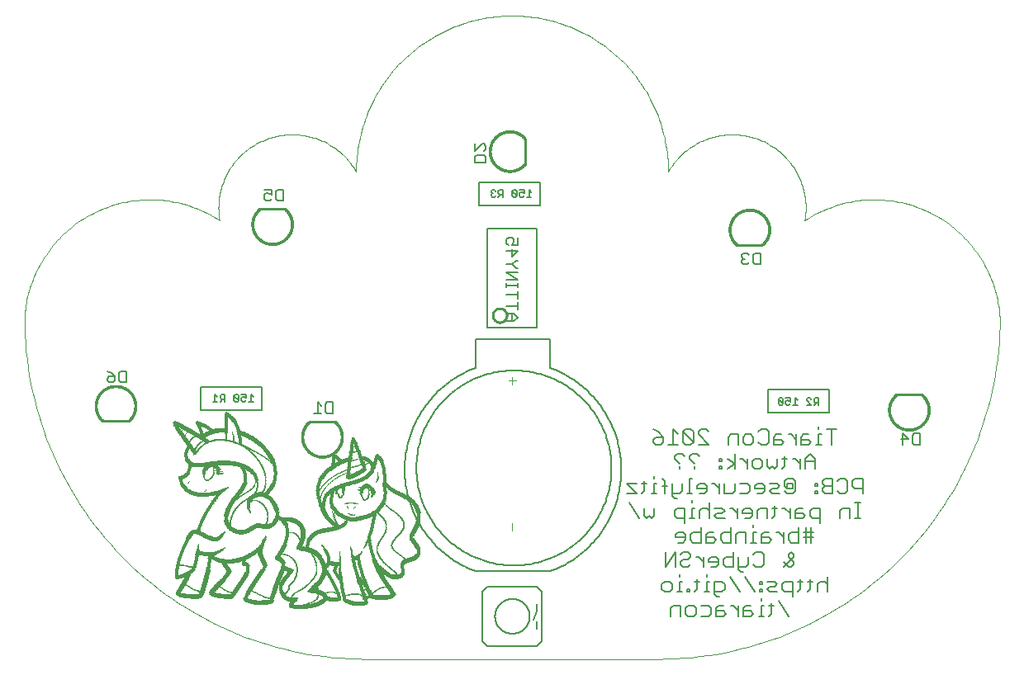
<source format=gbo>
G75*
%MOIN*%
%OFA0B0*%
%FSLAX25Y25*%
%IPPOS*%
%LPD*%
%AMOC8*
5,1,8,0,0,1.08239X$1,22.5*
%
%ADD10C,0.00000*%
%ADD11C,0.00500*%
%ADD12C,0.00800*%
%ADD13C,0.00400*%
%ADD14C,0.01000*%
%ADD15C,0.00100*%
%ADD16R,0.01810X0.00091*%
%ADD17R,0.04640X0.00091*%
%ADD18R,0.06180X0.00091*%
%ADD19R,0.07190X0.00091*%
%ADD20R,0.08000X0.00091*%
%ADD21R,0.08640X0.00091*%
%ADD22R,0.09180X0.00091*%
%ADD23R,0.09630X0.00091*%
%ADD24R,0.10090X0.00091*%
%ADD25R,0.10540X0.00091*%
%ADD26R,0.10910X0.00090*%
%ADD27R,0.11190X0.00091*%
%ADD28R,0.11460X0.00091*%
%ADD29R,0.11820X0.00091*%
%ADD30R,0.02460X0.00091*%
%ADD31R,0.12000X0.00091*%
%ADD32R,0.03720X0.00091*%
%ADD33R,0.12190X0.00091*%
%ADD34R,0.04550X0.00091*%
%ADD35R,0.07640X0.00091*%
%ADD36R,0.03000X0.00091*%
%ADD37R,0.05270X0.00091*%
%ADD38R,0.07360X0.00091*%
%ADD39R,0.02190X0.00091*%
%ADD40R,0.05720X0.00091*%
%ADD41R,0.07090X0.00091*%
%ADD42R,0.01730X0.00091*%
%ADD43R,0.06270X0.00091*%
%ADD44R,0.05270X0.00091*%
%ADD45R,0.01280X0.00091*%
%ADD46R,0.01550X0.00091*%
%ADD47R,0.06640X0.00091*%
%ADD48R,0.05000X0.00091*%
%ADD49R,0.01180X0.00091*%
%ADD50R,0.01550X0.00091*%
%ADD51R,0.04090X0.00091*%
%ADD52R,0.07090X0.00090*%
%ADD53R,0.04730X0.00090*%
%ADD54R,0.01090X0.00090*%
%ADD55R,0.01640X0.00090*%
%ADD56R,0.05730X0.00090*%
%ADD57R,0.07460X0.00091*%
%ADD58R,0.01000X0.00091*%
%ADD59R,0.06630X0.00091*%
%ADD60R,0.07820X0.00091*%
%ADD61R,0.04180X0.00091*%
%ADD62R,0.01000X0.00091*%
%ADD63R,0.01820X0.00091*%
%ADD64R,0.07640X0.00091*%
%ADD65R,0.08090X0.00091*%
%ADD66R,0.04000X0.00091*%
%ADD67R,0.00910X0.00091*%
%ADD68R,0.01910X0.00091*%
%ADD69R,0.08450X0.00091*%
%ADD70R,0.08360X0.00091*%
%ADD71R,0.03910X0.00091*%
%ADD72R,0.01900X0.00091*%
%ADD73R,0.08730X0.00091*%
%ADD74R,0.03630X0.00091*%
%ADD75R,0.02090X0.00091*%
%ADD76R,0.09640X0.00091*%
%ADD77R,0.08910X0.00091*%
%ADD78R,0.03460X0.00091*%
%ADD79R,0.00820X0.00091*%
%ADD80R,0.10000X0.00091*%
%ADD81R,0.09000X0.00091*%
%ADD82R,0.03370X0.00091*%
%ADD83R,0.00820X0.00091*%
%ADD84R,0.02180X0.00091*%
%ADD85R,0.10270X0.00091*%
%ADD86R,0.09360X0.00091*%
%ADD87R,0.03270X0.00091*%
%ADD88R,0.00730X0.00091*%
%ADD89R,0.02180X0.00091*%
%ADD90R,0.10550X0.00091*%
%ADD91R,0.02540X0.00091*%
%ADD92R,0.05180X0.00091*%
%ADD93R,0.03090X0.00091*%
%ADD94R,0.00730X0.00091*%
%ADD95R,0.02180X0.00091*%
%ADD96R,0.10910X0.00091*%
%ADD97R,0.04540X0.00091*%
%ADD98R,0.00720X0.00091*%
%ADD99R,0.02180X0.00091*%
%ADD100R,0.11090X0.00091*%
%ADD101R,0.01630X0.00090*%
%ADD102R,0.04180X0.00090*%
%ADD103R,0.02820X0.00090*%
%ADD104R,0.00630X0.00090*%
%ADD105R,0.02090X0.00090*%
%ADD106R,0.11270X0.00090*%
%ADD107R,0.01540X0.00091*%
%ADD108R,0.02730X0.00091*%
%ADD109R,0.00730X0.00091*%
%ADD110R,0.02630X0.00091*%
%ADD111R,0.11450X0.00091*%
%ADD112R,0.01630X0.00091*%
%ADD113R,0.03460X0.00091*%
%ADD114R,0.02640X0.00091*%
%ADD115R,0.02630X0.00091*%
%ADD116R,0.00640X0.00091*%
%ADD117R,0.03270X0.00091*%
%ADD118R,0.11640X0.00091*%
%ADD119R,0.01630X0.00091*%
%ADD120R,0.03280X0.00091*%
%ADD121R,0.02540X0.00091*%
%ADD122R,0.00640X0.00091*%
%ADD123R,0.04910X0.00091*%
%ADD124R,0.02450X0.00091*%
%ADD125R,0.00550X0.00091*%
%ADD126R,0.04000X0.00091*%
%ADD127R,0.04540X0.00091*%
%ADD128R,0.05180X0.00091*%
%ADD129R,0.01640X0.00091*%
%ADD130R,0.02820X0.00091*%
%ADD131R,0.07910X0.00091*%
%ADD132R,0.00540X0.00091*%
%ADD133R,0.04270X0.00091*%
%ADD134R,0.02910X0.00091*%
%ADD135R,0.04460X0.00091*%
%ADD136R,0.02640X0.00091*%
%ADD137R,0.07820X0.00091*%
%ADD138R,0.00540X0.00091*%
%ADD139R,0.04640X0.00091*%
%ADD140R,0.01640X0.00091*%
%ADD141R,0.02370X0.00091*%
%ADD142R,0.07820X0.00091*%
%ADD143R,0.00450X0.00091*%
%ADD144R,0.04730X0.00091*%
%ADD145R,0.01730X0.00091*%
%ADD146R,0.03550X0.00091*%
%ADD147R,0.07720X0.00091*%
%ADD148R,0.00450X0.00091*%
%ADD149R,0.03090X0.00091*%
%ADD150R,0.01450X0.00091*%
%ADD151R,0.02000X0.00091*%
%ADD152R,0.07630X0.00091*%
%ADD153R,0.00460X0.00091*%
%ADD154R,0.05280X0.00091*%
%ADD155R,0.02820X0.00091*%
%ADD156R,0.04180X0.00091*%
%ADD157R,0.01820X0.00091*%
%ADD158R,0.07540X0.00091*%
%ADD159R,0.00370X0.00091*%
%ADD160R,0.05370X0.00091*%
%ADD161R,0.01630X0.00091*%
%ADD162R,0.05640X0.00090*%
%ADD163R,0.01730X0.00090*%
%ADD164R,0.07540X0.00090*%
%ADD165R,0.00370X0.00090*%
%ADD166R,0.05550X0.00090*%
%ADD167R,0.02180X0.00090*%
%ADD168R,0.01460X0.00091*%
%ADD169R,0.07450X0.00091*%
%ADD170R,0.00370X0.00091*%
%ADD171R,0.05640X0.00091*%
%ADD172R,0.02000X0.00091*%
%ADD173R,0.02090X0.00091*%
%ADD174R,0.00360X0.00091*%
%ADD175R,0.05820X0.00091*%
%ADD176R,0.08100X0.00091*%
%ADD177R,0.02270X0.00091*%
%ADD178R,0.01360X0.00091*%
%ADD179R,0.07270X0.00091*%
%ADD180R,0.00270X0.00091*%
%ADD181R,0.05910X0.00091*%
%ADD182R,0.02630X0.00091*%
%ADD183R,0.03540X0.00091*%
%ADD184R,0.08370X0.00091*%
%ADD185R,0.02550X0.00091*%
%ADD186R,0.01360X0.00091*%
%ADD187R,0.07180X0.00091*%
%ADD188R,0.06090X0.00091*%
%ADD189R,0.02910X0.00091*%
%ADD190R,0.04280X0.00091*%
%ADD191R,0.05090X0.00091*%
%ADD192R,0.07180X0.00091*%
%ADD193R,0.00360X0.00091*%
%ADD194R,0.01180X0.00091*%
%ADD195R,0.05090X0.00091*%
%ADD196R,0.06090X0.00091*%
%ADD197R,0.12000X0.00091*%
%ADD198R,0.01450X0.00091*%
%ADD199R,0.00270X0.00091*%
%ADD200R,0.06910X0.00091*%
%ADD201R,0.12180X0.00091*%
%ADD202R,0.03730X0.00091*%
%ADD203R,0.00360X0.00091*%
%ADD204R,0.03720X0.00091*%
%ADD205R,0.06460X0.00091*%
%ADD206R,0.07540X0.00091*%
%ADD207R,0.12360X0.00091*%
%ADD208R,0.07000X0.00091*%
%ADD209R,0.08090X0.00091*%
%ADD210R,0.12550X0.00091*%
%ADD211R,0.01540X0.00091*%
%ADD212R,0.00820X0.00091*%
%ADD213R,0.07450X0.00091*%
%ADD214R,0.08540X0.00091*%
%ADD215R,0.12730X0.00091*%
%ADD216R,0.01730X0.00091*%
%ADD217R,0.00550X0.00091*%
%ADD218R,0.02280X0.00091*%
%ADD219R,0.01640X0.00091*%
%ADD220R,0.08910X0.00091*%
%ADD221R,0.12910X0.00090*%
%ADD222R,0.01360X0.00090*%
%ADD223R,0.01450X0.00090*%
%ADD224R,0.01730X0.00090*%
%ADD225R,0.00270X0.00090*%
%ADD226R,0.00550X0.00090*%
%ADD227R,0.02280X0.00090*%
%ADD228R,0.00820X0.00090*%
%ADD229R,0.01640X0.00090*%
%ADD230R,0.08270X0.00090*%
%ADD231R,0.09270X0.00090*%
%ADD232R,0.11000X0.00091*%
%ADD233R,0.01360X0.00091*%
%ADD234R,0.08630X0.00091*%
%ADD235R,0.09540X0.00091*%
%ADD236R,0.10730X0.00091*%
%ADD237R,0.01910X0.00091*%
%ADD238R,0.01360X0.00091*%
%ADD239R,0.01540X0.00091*%
%ADD240R,0.01820X0.00091*%
%ADD241R,0.00180X0.00091*%
%ADD242R,0.02090X0.00091*%
%ADD243R,0.09910X0.00091*%
%ADD244R,0.10360X0.00091*%
%ADD245R,0.00460X0.00091*%
%ADD246R,0.09180X0.00091*%
%ADD247R,0.10100X0.00091*%
%ADD248R,0.10450X0.00091*%
%ADD249R,0.00270X0.00091*%
%ADD250R,0.09540X0.00091*%
%ADD251R,0.10280X0.00091*%
%ADD252R,0.03910X0.00091*%
%ADD253R,0.02450X0.00091*%
%ADD254R,0.02190X0.00091*%
%ADD255R,0.09730X0.00091*%
%ADD256R,0.03090X0.00091*%
%ADD257R,0.02810X0.00091*%
%ADD258R,0.02370X0.00091*%
%ADD259R,0.09910X0.00091*%
%ADD260R,0.10730X0.00091*%
%ADD261R,0.02720X0.00091*%
%ADD262R,0.02280X0.00091*%
%ADD263R,0.01630X0.00091*%
%ADD264R,0.10910X0.00091*%
%ADD265R,0.02360X0.00091*%
%ADD266R,0.01720X0.00091*%
%ADD267R,0.02640X0.00091*%
%ADD268R,0.10280X0.00091*%
%ADD269R,0.01640X0.00091*%
%ADD270R,0.10460X0.00091*%
%ADD271R,0.06540X0.00091*%
%ADD272R,0.01820X0.00091*%
%ADD273R,0.07550X0.00091*%
%ADD274R,0.05270X0.00091*%
%ADD275R,0.01810X0.00090*%
%ADD276R,0.01820X0.00090*%
%ADD277R,0.03910X0.00090*%
%ADD278R,0.01360X0.00090*%
%ADD279R,0.01550X0.00090*%
%ADD280R,0.03360X0.00090*%
%ADD281R,0.00360X0.00090*%
%ADD282R,0.00720X0.00090*%
%ADD283R,0.02000X0.00090*%
%ADD284R,0.05910X0.00090*%
%ADD285R,0.01820X0.00090*%
%ADD286R,0.04450X0.00090*%
%ADD287R,0.03370X0.00091*%
%ADD288R,0.01270X0.00091*%
%ADD289R,0.03360X0.00091*%
%ADD290R,0.04820X0.00091*%
%ADD291R,0.02630X0.00091*%
%ADD292R,0.03540X0.00091*%
%ADD293R,0.02090X0.00091*%
%ADD294R,0.03820X0.00091*%
%ADD295R,0.00640X0.00091*%
%ADD296R,0.03550X0.00091*%
%ADD297R,0.02270X0.00091*%
%ADD298R,0.00730X0.00091*%
%ADD299R,0.01720X0.00091*%
%ADD300R,0.03000X0.00091*%
%ADD301R,0.05730X0.00091*%
%ADD302R,0.00820X0.00091*%
%ADD303R,0.02550X0.00091*%
%ADD304R,0.01370X0.00091*%
%ADD305R,0.01370X0.00091*%
%ADD306R,0.05640X0.00091*%
%ADD307R,0.00810X0.00091*%
%ADD308R,0.02820X0.00091*%
%ADD309R,0.05820X0.00091*%
%ADD310R,0.03180X0.00091*%
%ADD311R,0.05810X0.00091*%
%ADD312R,0.01270X0.00091*%
%ADD313R,0.01370X0.00091*%
%ADD314R,0.06000X0.00091*%
%ADD315R,0.00460X0.00091*%
%ADD316R,0.01090X0.00091*%
%ADD317R,0.01910X0.00091*%
%ADD318R,0.00450X0.00090*%
%ADD319R,0.01370X0.00090*%
%ADD320R,0.00730X0.00090*%
%ADD321R,0.06180X0.00090*%
%ADD322R,0.00820X0.00090*%
%ADD323R,0.00460X0.00090*%
%ADD324R,0.01630X0.00090*%
%ADD325R,0.01000X0.00090*%
%ADD326R,0.02270X0.00090*%
%ADD327R,0.02360X0.00090*%
%ADD328R,0.06090X0.00091*%
%ADD329R,0.00810X0.00091*%
%ADD330R,0.00540X0.00091*%
%ADD331R,0.01370X0.00091*%
%ADD332R,0.05910X0.00091*%
%ADD333R,0.00720X0.00091*%
%ADD334R,0.03090X0.00091*%
%ADD335R,0.05640X0.00091*%
%ADD336R,0.03450X0.00091*%
%ADD337R,0.05360X0.00091*%
%ADD338R,0.02100X0.00091*%
%ADD339R,0.01090X0.00091*%
%ADD340R,0.04640X0.00091*%
%ADD341R,0.02360X0.00091*%
%ADD342R,0.01910X0.00091*%
%ADD343R,0.04180X0.00091*%
%ADD344R,0.04090X0.00091*%
%ADD345R,0.02360X0.00091*%
%ADD346R,0.02270X0.00091*%
%ADD347R,0.01280X0.00091*%
%ADD348R,0.03910X0.00091*%
%ADD349R,0.02090X0.00090*%
%ADD350R,0.00640X0.00090*%
%ADD351R,0.01910X0.00090*%
%ADD352R,0.01370X0.00090*%
%ADD353R,0.01540X0.00090*%
%ADD354R,0.01270X0.00090*%
%ADD355R,0.02450X0.00090*%
%ADD356R,0.00540X0.00090*%
%ADD357R,0.02360X0.00090*%
%ADD358R,0.00730X0.00090*%
%ADD359R,0.03630X0.00091*%
%ADD360R,0.01900X0.00091*%
%ADD361R,0.03540X0.00091*%
%ADD362R,0.01810X0.00091*%
%ADD363R,0.00630X0.00091*%
%ADD364R,0.00630X0.00091*%
%ADD365R,0.01270X0.00091*%
%ADD366R,0.03270X0.00091*%
%ADD367R,0.00630X0.00091*%
%ADD368R,0.00370X0.00091*%
%ADD369R,0.01730X0.00091*%
%ADD370R,0.02370X0.00091*%
%ADD371R,0.00630X0.00091*%
%ADD372R,0.03180X0.00091*%
%ADD373R,0.02370X0.00091*%
%ADD374R,0.00640X0.00091*%
%ADD375R,0.00280X0.00091*%
%ADD376R,0.00540X0.00091*%
%ADD377R,0.01540X0.00091*%
%ADD378R,0.00280X0.00091*%
%ADD379R,0.03820X0.00091*%
%ADD380R,0.00370X0.00091*%
%ADD381R,0.02270X0.00091*%
%ADD382R,0.02550X0.00090*%
%ADD383R,0.00630X0.00090*%
%ADD384R,0.00540X0.00090*%
%ADD385R,0.02100X0.00091*%
%ADD386R,0.02540X0.00091*%
%ADD387R,0.02540X0.00091*%
%ADD388R,0.03190X0.00091*%
%ADD389R,0.02460X0.00091*%
%ADD390R,0.02460X0.00091*%
%ADD391R,0.01270X0.00091*%
%ADD392R,0.02360X0.00091*%
%ADD393R,0.01270X0.00090*%
%ADD394R,0.03820X0.00091*%
%ADD395R,0.03820X0.00091*%
%ADD396R,0.00460X0.00091*%
%ADD397R,0.03820X0.00090*%
%ADD398R,0.01180X0.00090*%
%ADD399R,0.01720X0.00090*%
%ADD400R,0.01910X0.00090*%
%ADD401R,0.03730X0.00091*%
%ADD402R,0.01460X0.00091*%
%ADD403R,0.03810X0.00091*%
%ADD404R,0.03810X0.00091*%
%ADD405R,0.01900X0.00090*%
%ADD406R,0.03720X0.00090*%
%ADD407R,0.00360X0.00090*%
%ADD408R,0.03630X0.00091*%
%ADD409R,0.04910X0.00091*%
%ADD410R,0.00360X0.00091*%
%ADD411R,0.05540X0.00091*%
%ADD412R,0.05820X0.00091*%
%ADD413R,0.06090X0.00090*%
%ADD414R,0.02370X0.00090*%
%ADD415R,0.02180X0.00090*%
%ADD416R,0.04000X0.00090*%
%ADD417R,0.06270X0.00091*%
%ADD418R,0.06450X0.00091*%
%ADD419R,0.06000X0.00091*%
%ADD420R,0.06910X0.00091*%
%ADD421R,0.07280X0.00091*%
%ADD422R,0.07370X0.00091*%
%ADD423R,0.02730X0.00091*%
%ADD424R,0.04450X0.00091*%
%ADD425R,0.03450X0.00091*%
%ADD426R,0.02910X0.00091*%
%ADD427R,0.03000X0.00090*%
%ADD428R,0.01540X0.00090*%
%ADD429R,0.00280X0.00090*%
%ADD430R,0.03460X0.00090*%
%ADD431R,0.02900X0.00091*%
%ADD432R,0.03190X0.00091*%
%ADD433R,0.02820X0.00091*%
%ADD434R,0.01190X0.00091*%
%ADD435R,0.03180X0.00091*%
%ADD436R,0.01190X0.00091*%
%ADD437R,0.01100X0.00091*%
%ADD438R,0.01100X0.00091*%
%ADD439R,0.01460X0.00091*%
%ADD440R,0.04360X0.00091*%
%ADD441R,0.02810X0.00091*%
%ADD442R,0.04360X0.00091*%
%ADD443R,0.04270X0.00090*%
%ADD444R,0.01280X0.00090*%
%ADD445R,0.02540X0.00090*%
%ADD446R,0.02460X0.00090*%
%ADD447R,0.04090X0.00091*%
%ADD448R,0.02910X0.00091*%
%ADD449R,0.01180X0.00091*%
%ADD450R,0.03540X0.00091*%
%ADD451R,0.05360X0.00091*%
%ADD452R,0.03640X0.00091*%
%ADD453R,0.01180X0.00091*%
%ADD454R,0.00190X0.00091*%
%ADD455R,0.03550X0.00090*%
%ADD456R,0.01460X0.00090*%
%ADD457R,0.00190X0.00090*%
%ADD458R,0.04820X0.00090*%
%ADD459R,0.00190X0.00091*%
%ADD460R,0.03280X0.00091*%
%ADD461R,0.01460X0.00091*%
%ADD462R,0.00910X0.00091*%
%ADD463R,0.02730X0.00091*%
%ADD464R,0.02820X0.00090*%
%ADD465R,0.01180X0.00090*%
%ADD466R,0.02630X0.00090*%
%ADD467R,0.00460X0.00090*%
%ADD468R,0.03090X0.00090*%
%ADD469R,0.02720X0.00091*%
%ADD470R,0.01090X0.00091*%
%ADD471R,0.03100X0.00091*%
%ADD472R,0.03270X0.00091*%
%ADD473R,0.07910X0.00091*%
%ADD474R,0.08000X0.00090*%
%ADD475R,0.00370X0.00090*%
%ADD476R,0.02910X0.00090*%
%ADD477R,0.05820X0.00091*%
%ADD478R,0.05630X0.00091*%
%ADD479R,0.04280X0.00091*%
%ADD480R,0.05630X0.00091*%
%ADD481R,0.05540X0.00091*%
%ADD482R,0.04720X0.00091*%
%ADD483R,0.07730X0.00091*%
%ADD484R,0.03180X0.00090*%
%ADD485R,0.03820X0.00090*%
%ADD486R,0.08360X0.00090*%
%ADD487R,0.09000X0.00091*%
%ADD488R,0.00270X0.00091*%
%ADD489R,0.09550X0.00091*%
%ADD490R,0.10090X0.00091*%
%ADD491R,0.11910X0.00091*%
%ADD492R,0.12090X0.00091*%
%ADD493R,0.04370X0.00091*%
%ADD494R,0.12280X0.00091*%
%ADD495R,0.04370X0.00091*%
%ADD496R,0.12460X0.00091*%
%ADD497R,0.04450X0.00091*%
%ADD498R,0.12640X0.00091*%
%ADD499R,0.12820X0.00091*%
%ADD500R,0.04540X0.00091*%
%ADD501R,0.13090X0.00091*%
%ADD502R,0.04640X0.00090*%
%ADD503R,0.03090X0.00090*%
%ADD504R,0.13360X0.00090*%
%ADD505R,0.04820X0.00091*%
%ADD506R,0.06180X0.00091*%
%ADD507R,0.05090X0.00091*%
%ADD508R,0.04730X0.00091*%
%ADD509R,0.05000X0.00091*%
%ADD510R,0.04630X0.00091*%
%ADD511R,0.04360X0.00091*%
%ADD512R,0.04090X0.00091*%
%ADD513R,0.03370X0.00091*%
%ADD514R,0.03370X0.00091*%
%ADD515R,0.02910X0.00090*%
%ADD516R,0.01100X0.00090*%
%ADD517R,0.03730X0.00090*%
%ADD518R,0.00180X0.00091*%
%ADD519R,0.03180X0.00091*%
%ADD520R,0.06550X0.00091*%
%ADD521R,0.08360X0.00091*%
%ADD522R,0.00910X0.00090*%
%ADD523R,0.00270X0.00090*%
%ADD524R,0.02640X0.00090*%
%ADD525R,0.08540X0.00090*%
%ADD526R,0.08720X0.00091*%
%ADD527R,0.00900X0.00091*%
%ADD528R,0.02730X0.00091*%
%ADD529R,0.08810X0.00091*%
%ADD530R,0.09090X0.00091*%
%ADD531R,0.02900X0.00091*%
%ADD532R,0.00090X0.00091*%
%ADD533R,0.03360X0.00091*%
%ADD534R,0.09450X0.00091*%
%ADD535R,0.00090X0.00091*%
%ADD536R,0.09540X0.00091*%
%ADD537R,0.05730X0.00091*%
%ADD538R,0.00090X0.00090*%
%ADD539R,0.00180X0.00091*%
%ADD540R,0.04460X0.00091*%
%ADD541R,0.03900X0.00091*%
%ADD542R,0.05190X0.00091*%
%ADD543R,0.03630X0.00091*%
%ADD544R,0.05910X0.00091*%
%ADD545R,0.06090X0.00091*%
%ADD546R,0.03100X0.00091*%
%ADD547R,0.06190X0.00091*%
%ADD548R,0.06360X0.00091*%
%ADD549R,0.00910X0.00091*%
%ADD550R,0.06460X0.00091*%
%ADD551R,0.06280X0.00091*%
%ADD552R,0.00910X0.00091*%
%ADD553R,0.00100X0.00091*%
%ADD554R,0.05460X0.00091*%
%ADD555R,0.05190X0.00091*%
%ADD556R,0.00180X0.00091*%
%ADD557R,0.00180X0.00090*%
%ADD558R,0.05000X0.00090*%
%ADD559R,0.00090X0.00091*%
%ADD560R,0.00090X0.00091*%
%ADD561R,0.02370X0.00090*%
%ADD562R,0.01460X0.00090*%
%ADD563R,0.05280X0.00091*%
%ADD564R,0.05550X0.00091*%
%ADD565R,0.05910X0.00091*%
%ADD566R,0.06730X0.00091*%
%ADD567R,0.07000X0.00091*%
%ADD568R,0.07270X0.00091*%
%ADD569R,0.03540X0.00090*%
%ADD570R,0.06640X0.00091*%
%ADD571R,0.06450X0.00091*%
%ADD572R,0.03360X0.00091*%
%ADD573R,0.04900X0.00091*%
%ADD574R,0.03640X0.00091*%
%ADD575R,0.05730X0.00091*%
%ADD576R,0.05730X0.00091*%
%ADD577R,0.06270X0.00091*%
%ADD578R,0.06630X0.00090*%
%ADD579R,0.06900X0.00091*%
%ADD580R,0.04730X0.00091*%
%ADD581R,0.07280X0.00091*%
%ADD582R,0.06270X0.00091*%
%ADD583R,0.06550X0.00091*%
%ADD584R,0.08180X0.00091*%
%ADD585R,0.06820X0.00091*%
%ADD586R,0.08540X0.00091*%
%ADD587R,0.08720X0.00091*%
%ADD588R,0.07270X0.00091*%
%ADD589R,0.04370X0.00091*%
%ADD590R,0.07360X0.00091*%
%ADD591R,0.07460X0.00090*%
%ADD592R,0.06540X0.00091*%
%ADD593R,0.06180X0.00091*%
%ADD594R,0.05370X0.00091*%
%ADD595R,0.09000X0.00090*%
%ADD596R,0.04270X0.00091*%
%ADD597R,0.08820X0.00091*%
%ADD598R,0.04910X0.00091*%
%ADD599R,0.08810X0.00091*%
%ADD600R,0.02540X0.00090*%
%ADD601R,0.08640X0.00090*%
%ADD602R,0.03450X0.00090*%
%ADD603R,0.06280X0.00090*%
%ADD604R,0.00180X0.00090*%
%ADD605R,0.07370X0.00090*%
%ADD606R,0.08270X0.00091*%
%ADD607R,0.08550X0.00091*%
%ADD608R,0.09370X0.00091*%
%ADD609R,0.08280X0.00091*%
%ADD610R,0.09820X0.00091*%
%ADD611R,0.10270X0.00091*%
%ADD612R,0.07630X0.00091*%
%ADD613R,0.10720X0.00091*%
%ADD614R,0.11180X0.00091*%
%ADD615R,0.06900X0.00091*%
%ADD616R,0.04190X0.00091*%
%ADD617R,0.03910X0.00090*%
%ADD618R,0.02810X0.00090*%
%ADD619R,0.03730X0.00091*%
%ADD620R,0.05460X0.00091*%
%ADD621R,0.03360X0.00091*%
%ADD622R,0.06810X0.00091*%
%ADD623R,0.06100X0.00091*%
%ADD624R,0.04190X0.00090*%
%ADD625R,0.00090X0.00090*%
%ADD626R,0.00100X0.00091*%
%ADD627R,0.02730X0.00090*%
%ADD628R,0.02460X0.00091*%
%ADD629R,0.02720X0.00090*%
%ADD630R,0.07640X0.00091*%
%ADD631R,0.07460X0.00091*%
%ADD632R,0.00100X0.00090*%
%ADD633R,0.06910X0.00090*%
%ADD634R,0.02190X0.00090*%
%ADD635R,0.08360X0.00090*%
%ADD636R,0.09190X0.00091*%
%ADD637R,0.09820X0.00091*%
%ADD638R,0.11910X0.00091*%
%ADD639R,0.12270X0.00091*%
%ADD640R,0.12460X0.00091*%
%ADD641R,0.12730X0.00091*%
%ADD642R,0.06180X0.00091*%
%ADD643R,0.13000X0.00091*%
%ADD644R,0.13270X0.00091*%
%ADD645R,0.13450X0.00091*%
%ADD646R,0.05370X0.00091*%
%ADD647R,0.03460X0.00090*%
%ADD648R,0.03100X0.00090*%
%ADD649R,0.05360X0.00090*%
%ADD650R,0.04280X0.00090*%
%ADD651R,0.04550X0.00091*%
%ADD652R,0.03730X0.00091*%
%ADD653R,0.01090X0.00091*%
%ADD654R,0.04640X0.00090*%
%ADD655R,0.04370X0.00091*%
%ADD656R,0.04360X0.00091*%
%ADD657R,0.04550X0.00090*%
%ADD658R,0.04630X0.00091*%
%ADD659R,0.04820X0.00091*%
%ADD660R,0.05100X0.00091*%
%ADD661R,0.05180X0.00091*%
%ADD662R,0.05270X0.00091*%
%ADD663R,0.05270X0.00090*%
%ADD664R,0.04270X0.00091*%
%ADD665R,0.04180X0.00091*%
%ADD666R,0.04190X0.00091*%
%ADD667R,0.04910X0.00090*%
%ADD668R,0.00810X0.00090*%
%ADD669R,0.05460X0.00091*%
%ADD670R,0.03270X0.00090*%
%ADD671R,0.02630X0.00090*%
%ADD672R,0.10270X0.00091*%
%ADD673R,0.12180X0.00091*%
%ADD674R,0.12090X0.00091*%
%ADD675R,0.05270X0.00090*%
%ADD676R,0.11910X0.00090*%
%ADD677R,0.11820X0.00091*%
%ADD678R,0.06370X0.00091*%
%ADD679R,0.12270X0.00091*%
%ADD680R,0.22630X0.00091*%
%ADD681R,0.22450X0.00091*%
%ADD682R,0.22450X0.00091*%
%ADD683R,0.04100X0.00091*%
%ADD684R,0.22270X0.00091*%
%ADD685R,0.22190X0.00091*%
%ADD686R,0.22000X0.00091*%
%ADD687R,0.21820X0.00091*%
%ADD688R,0.21640X0.00091*%
%ADD689R,0.03280X0.00090*%
%ADD690R,0.15000X0.00090*%
%ADD691R,0.13820X0.00091*%
%ADD692R,0.12730X0.00091*%
%ADD693R,0.11730X0.00091*%
%ADD694R,0.10730X0.00091*%
%ADD695R,0.09640X0.00091*%
%ADD696R,0.05550X0.00091*%
%ADD697R,0.05370X0.00091*%
%ADD698R,0.06730X0.00090*%
%ADD699R,0.04270X0.00091*%
%ADD700R,0.03460X0.00091*%
%ADD701R,0.02640X0.00091*%
%ADD702R,0.03630X0.00090*%
%ADD703R,0.00900X0.00091*%
%ADD704R,0.02460X0.00090*%
%ADD705R,0.02640X0.00090*%
%ADD706R,0.00910X0.00090*%
%ADD707R,0.03270X0.00090*%
%ADD708R,0.03900X0.00091*%
%ADD709R,0.02100X0.00090*%
%ADD710R,0.05450X0.00091*%
%ADD711R,0.06630X0.00091*%
%ADD712R,0.04810X0.00091*%
%ADD713R,0.04900X0.00091*%
%ADD714R,0.03810X0.00090*%
%ADD715R,0.04270X0.00090*%
%ADD716R,0.06360X0.00091*%
%ADD717R,0.08460X0.00091*%
%ADD718R,0.08280X0.00091*%
%ADD719R,0.07460X0.00090*%
%ADD720R,0.03180X0.00090*%
%ADD721R,0.07550X0.00091*%
%ADD722R,0.04460X0.00091*%
%ADD723R,0.04360X0.00090*%
D10*
X0145551Y0018780D02*
X0263661Y0018780D01*
X0322716Y0195946D02*
X0323757Y0196615D01*
X0324814Y0197259D01*
X0325887Y0197877D01*
X0326974Y0198468D01*
X0328075Y0199033D01*
X0329190Y0199571D01*
X0330318Y0200082D01*
X0331457Y0200565D01*
X0332608Y0201020D01*
X0333770Y0201447D01*
X0334942Y0201846D01*
X0336123Y0202216D01*
X0337313Y0202557D01*
X0338511Y0202869D01*
X0339716Y0203151D01*
X0340928Y0203405D01*
X0342145Y0203628D01*
X0343367Y0203822D01*
X0344594Y0203986D01*
X0345825Y0204121D01*
X0347058Y0204225D01*
X0348294Y0204299D01*
X0349531Y0204343D01*
X0350768Y0204357D01*
X0352006Y0204341D01*
X0353243Y0204294D01*
X0354478Y0204218D01*
X0355712Y0204111D01*
X0356942Y0203975D01*
X0358168Y0203808D01*
X0359390Y0203612D01*
X0360607Y0203386D01*
X0361819Y0203131D01*
X0363023Y0202846D01*
X0364220Y0202532D01*
X0365410Y0202188D01*
X0366590Y0201816D01*
X0367761Y0201415D01*
X0368922Y0200986D01*
X0370072Y0200529D01*
X0371211Y0200044D01*
X0372338Y0199531D01*
X0373452Y0198991D01*
X0374552Y0198424D01*
X0375638Y0197830D01*
X0376709Y0197211D01*
X0377765Y0196565D01*
X0378805Y0195893D01*
X0379828Y0195197D01*
X0380834Y0194476D01*
X0381823Y0193730D01*
X0382792Y0192961D01*
X0383743Y0192168D01*
X0384674Y0191353D01*
X0385585Y0190515D01*
X0386475Y0189655D01*
X0387344Y0188774D01*
X0388192Y0187871D01*
X0389017Y0186949D01*
X0389819Y0186006D01*
X0390599Y0185045D01*
X0391354Y0184064D01*
X0392086Y0183066D01*
X0392793Y0182050D01*
X0393475Y0181017D01*
X0394131Y0179967D01*
X0394762Y0178902D01*
X0395367Y0177822D01*
X0395945Y0176728D01*
X0396497Y0175620D01*
X0397021Y0174499D01*
X0397518Y0173365D01*
X0397987Y0172220D01*
X0398428Y0171063D01*
X0398841Y0169896D01*
X0399225Y0168720D01*
X0399581Y0167534D01*
X0399907Y0166340D01*
X0400205Y0165138D01*
X0400473Y0163930D01*
X0400711Y0162715D01*
X0400920Y0161495D01*
X0401099Y0160271D01*
X0401248Y0159042D01*
X0401367Y0157810D01*
X0401457Y0156575D01*
X0322716Y0195945D02*
X0322829Y0196664D01*
X0322925Y0197386D01*
X0323003Y0198109D01*
X0323063Y0198835D01*
X0323106Y0199561D01*
X0323130Y0200289D01*
X0323137Y0201017D01*
X0323126Y0201744D01*
X0323097Y0202472D01*
X0323050Y0203198D01*
X0322986Y0203923D01*
X0322903Y0204646D01*
X0322804Y0205367D01*
X0322686Y0206086D01*
X0322551Y0206801D01*
X0322398Y0207512D01*
X0322228Y0208220D01*
X0322041Y0208924D01*
X0321837Y0209622D01*
X0321615Y0210316D01*
X0321377Y0211003D01*
X0321122Y0211685D01*
X0320850Y0212360D01*
X0320562Y0213029D01*
X0320257Y0213690D01*
X0319936Y0214343D01*
X0319600Y0214989D01*
X0319248Y0215626D01*
X0318880Y0216254D01*
X0318497Y0216873D01*
X0318099Y0217482D01*
X0317686Y0218081D01*
X0317259Y0218671D01*
X0316817Y0219249D01*
X0316361Y0219817D01*
X0315892Y0220373D01*
X0315409Y0220917D01*
X0314912Y0221450D01*
X0314403Y0221970D01*
X0313882Y0222478D01*
X0313348Y0222972D01*
X0312802Y0223454D01*
X0312244Y0223922D01*
X0311675Y0224376D01*
X0311095Y0224816D01*
X0310505Y0225242D01*
X0309904Y0225653D01*
X0309294Y0226049D01*
X0308674Y0226430D01*
X0308045Y0226796D01*
X0307407Y0227147D01*
X0306760Y0227481D01*
X0306106Y0227800D01*
X0305444Y0228103D01*
X0304775Y0228389D01*
X0304099Y0228659D01*
X0303416Y0228912D01*
X0302728Y0229148D01*
X0302034Y0229368D01*
X0301335Y0229570D01*
X0300631Y0229755D01*
X0299922Y0229923D01*
X0299210Y0230074D01*
X0298495Y0230207D01*
X0297776Y0230322D01*
X0297055Y0230420D01*
X0296331Y0230500D01*
X0295606Y0230563D01*
X0294880Y0230607D01*
X0294152Y0230634D01*
X0293424Y0230643D01*
X0292697Y0230634D01*
X0291969Y0230607D01*
X0291243Y0230563D01*
X0290518Y0230501D01*
X0289794Y0230421D01*
X0289073Y0230323D01*
X0288354Y0230208D01*
X0287638Y0230075D01*
X0286926Y0229924D01*
X0286218Y0229757D01*
X0285514Y0229571D01*
X0284815Y0229369D01*
X0284121Y0229150D01*
X0283432Y0228914D01*
X0282750Y0228660D01*
X0282074Y0228391D01*
X0281405Y0228105D01*
X0280743Y0227802D01*
X0280088Y0227483D01*
X0279442Y0227149D01*
X0278804Y0226799D01*
X0278174Y0226433D01*
X0277554Y0226052D01*
X0276944Y0225655D01*
X0276343Y0225244D01*
X0275752Y0224819D01*
X0275173Y0224379D01*
X0274604Y0223925D01*
X0274046Y0223457D01*
X0273500Y0222976D01*
X0272966Y0222481D01*
X0272444Y0221974D01*
X0271935Y0221453D01*
X0271439Y0220921D01*
X0270956Y0220377D01*
X0270486Y0219820D01*
X0270030Y0219253D01*
X0269588Y0218675D01*
X0269161Y0218085D01*
X0268748Y0217486D01*
X0268350Y0216877D01*
X0267967Y0216258D01*
X0267599Y0215630D01*
X0267598Y0215630D02*
X0267579Y0217164D01*
X0267523Y0218697D01*
X0267430Y0220228D01*
X0267299Y0221757D01*
X0267132Y0223281D01*
X0266927Y0224802D01*
X0266685Y0226317D01*
X0266406Y0227825D01*
X0266091Y0229326D01*
X0265739Y0230820D01*
X0265351Y0232304D01*
X0264927Y0233778D01*
X0264467Y0235241D01*
X0263972Y0236693D01*
X0263442Y0238133D01*
X0262876Y0239559D01*
X0262276Y0240971D01*
X0261642Y0242367D01*
X0260974Y0243748D01*
X0260273Y0245113D01*
X0259538Y0246459D01*
X0258771Y0247788D01*
X0257972Y0249097D01*
X0257141Y0250387D01*
X0256279Y0251656D01*
X0255387Y0252904D01*
X0254464Y0254129D01*
X0253512Y0255332D01*
X0252530Y0256511D01*
X0251521Y0257666D01*
X0250483Y0258796D01*
X0249418Y0259900D01*
X0248327Y0260978D01*
X0247210Y0262029D01*
X0246067Y0263053D01*
X0244900Y0264049D01*
X0243709Y0265015D01*
X0242495Y0265953D01*
X0241258Y0266861D01*
X0240000Y0267738D01*
X0238721Y0268585D01*
X0237421Y0269400D01*
X0236102Y0270183D01*
X0234764Y0270933D01*
X0233409Y0271651D01*
X0232036Y0272336D01*
X0230647Y0272987D01*
X0229242Y0273604D01*
X0227823Y0274187D01*
X0226391Y0274735D01*
X0224945Y0275248D01*
X0223487Y0275726D01*
X0222018Y0276168D01*
X0220539Y0276574D01*
X0219050Y0276944D01*
X0217553Y0277277D01*
X0216048Y0277574D01*
X0214536Y0277834D01*
X0213018Y0278058D01*
X0211496Y0278244D01*
X0209969Y0278393D01*
X0208439Y0278505D01*
X0206907Y0278580D01*
X0205373Y0278617D01*
X0203839Y0278617D01*
X0202305Y0278580D01*
X0200773Y0278505D01*
X0199243Y0278393D01*
X0197716Y0278244D01*
X0196194Y0278058D01*
X0194676Y0277834D01*
X0193164Y0277574D01*
X0191659Y0277277D01*
X0190162Y0276944D01*
X0188673Y0276574D01*
X0187194Y0276168D01*
X0185725Y0275726D01*
X0184267Y0275248D01*
X0182821Y0274735D01*
X0181389Y0274187D01*
X0179970Y0273604D01*
X0178565Y0272987D01*
X0177176Y0272336D01*
X0175803Y0271651D01*
X0174448Y0270933D01*
X0173110Y0270183D01*
X0171791Y0269400D01*
X0170491Y0268585D01*
X0169212Y0267738D01*
X0167954Y0266861D01*
X0166717Y0265953D01*
X0165503Y0265015D01*
X0164312Y0264049D01*
X0163145Y0263053D01*
X0162002Y0262029D01*
X0160885Y0260978D01*
X0159794Y0259900D01*
X0158729Y0258796D01*
X0157691Y0257666D01*
X0156682Y0256511D01*
X0155700Y0255332D01*
X0154748Y0254129D01*
X0153825Y0252904D01*
X0152933Y0251656D01*
X0152071Y0250387D01*
X0151240Y0249097D01*
X0150441Y0247788D01*
X0149674Y0246459D01*
X0148939Y0245113D01*
X0148238Y0243748D01*
X0147570Y0242367D01*
X0146936Y0240971D01*
X0146336Y0239559D01*
X0145770Y0238133D01*
X0145240Y0236693D01*
X0144745Y0235241D01*
X0144285Y0233778D01*
X0143861Y0232304D01*
X0143473Y0230820D01*
X0143121Y0229326D01*
X0142806Y0227825D01*
X0142527Y0226317D01*
X0142285Y0224802D01*
X0142080Y0223281D01*
X0141913Y0221757D01*
X0141782Y0220228D01*
X0141689Y0218697D01*
X0141633Y0217164D01*
X0141614Y0215630D01*
X0141246Y0216258D01*
X0140863Y0216877D01*
X0140465Y0217486D01*
X0140052Y0218085D01*
X0139625Y0218675D01*
X0139183Y0219253D01*
X0138727Y0219820D01*
X0138257Y0220377D01*
X0137774Y0220921D01*
X0137278Y0221453D01*
X0136769Y0221974D01*
X0136247Y0222481D01*
X0135713Y0222976D01*
X0135167Y0223457D01*
X0134609Y0223925D01*
X0134040Y0224379D01*
X0133461Y0224819D01*
X0132870Y0225244D01*
X0132269Y0225655D01*
X0131659Y0226052D01*
X0131039Y0226433D01*
X0130409Y0226799D01*
X0129771Y0227149D01*
X0129125Y0227483D01*
X0128470Y0227802D01*
X0127808Y0228105D01*
X0127139Y0228391D01*
X0126463Y0228660D01*
X0125781Y0228914D01*
X0125092Y0229150D01*
X0124398Y0229369D01*
X0123699Y0229571D01*
X0122995Y0229757D01*
X0122287Y0229924D01*
X0121575Y0230075D01*
X0120859Y0230208D01*
X0120140Y0230323D01*
X0119419Y0230421D01*
X0118695Y0230501D01*
X0117970Y0230563D01*
X0117244Y0230607D01*
X0116516Y0230634D01*
X0115789Y0230643D01*
X0115061Y0230634D01*
X0114333Y0230607D01*
X0113607Y0230563D01*
X0112882Y0230500D01*
X0112158Y0230420D01*
X0111437Y0230322D01*
X0110718Y0230207D01*
X0110003Y0230074D01*
X0109291Y0229923D01*
X0108582Y0229755D01*
X0107878Y0229570D01*
X0107179Y0229368D01*
X0106485Y0229148D01*
X0105797Y0228912D01*
X0105114Y0228659D01*
X0104438Y0228389D01*
X0103769Y0228103D01*
X0103107Y0227800D01*
X0102453Y0227481D01*
X0101806Y0227147D01*
X0101168Y0226796D01*
X0100539Y0226430D01*
X0099919Y0226049D01*
X0099309Y0225653D01*
X0098708Y0225242D01*
X0098118Y0224816D01*
X0097538Y0224376D01*
X0096969Y0223922D01*
X0096411Y0223454D01*
X0095865Y0222972D01*
X0095331Y0222478D01*
X0094810Y0221970D01*
X0094301Y0221450D01*
X0093804Y0220917D01*
X0093321Y0220373D01*
X0092852Y0219817D01*
X0092396Y0219249D01*
X0091954Y0218671D01*
X0091527Y0218081D01*
X0091114Y0217482D01*
X0090716Y0216873D01*
X0090333Y0216254D01*
X0089965Y0215626D01*
X0089613Y0214989D01*
X0089277Y0214343D01*
X0088956Y0213690D01*
X0088651Y0213029D01*
X0088363Y0212360D01*
X0088091Y0211685D01*
X0087836Y0211003D01*
X0087598Y0210316D01*
X0087376Y0209622D01*
X0087172Y0208924D01*
X0086985Y0208220D01*
X0086815Y0207512D01*
X0086662Y0206801D01*
X0086527Y0206086D01*
X0086409Y0205367D01*
X0086310Y0204646D01*
X0086227Y0203923D01*
X0086163Y0203198D01*
X0086116Y0202472D01*
X0086087Y0201744D01*
X0086076Y0201017D01*
X0086083Y0200289D01*
X0086107Y0199561D01*
X0086150Y0198835D01*
X0086210Y0198109D01*
X0086288Y0197386D01*
X0086384Y0196664D01*
X0086497Y0195945D01*
X0086496Y0195946D02*
X0085455Y0196615D01*
X0084398Y0197259D01*
X0083325Y0197877D01*
X0082238Y0198468D01*
X0081137Y0199033D01*
X0080022Y0199571D01*
X0078894Y0200082D01*
X0077755Y0200565D01*
X0076604Y0201020D01*
X0075442Y0201447D01*
X0074270Y0201846D01*
X0073089Y0202216D01*
X0071899Y0202557D01*
X0070701Y0202869D01*
X0069496Y0203151D01*
X0068284Y0203405D01*
X0067067Y0203628D01*
X0065845Y0203822D01*
X0064618Y0203986D01*
X0063387Y0204121D01*
X0062154Y0204225D01*
X0060918Y0204299D01*
X0059681Y0204343D01*
X0058444Y0204357D01*
X0057206Y0204341D01*
X0055969Y0204294D01*
X0054734Y0204218D01*
X0053500Y0204111D01*
X0052270Y0203975D01*
X0051044Y0203808D01*
X0049822Y0203612D01*
X0048605Y0203386D01*
X0047393Y0203131D01*
X0046189Y0202846D01*
X0044992Y0202532D01*
X0043802Y0202188D01*
X0042622Y0201816D01*
X0041451Y0201415D01*
X0040290Y0200986D01*
X0039140Y0200529D01*
X0038001Y0200044D01*
X0036874Y0199531D01*
X0035760Y0198991D01*
X0034660Y0198424D01*
X0033574Y0197830D01*
X0032503Y0197211D01*
X0031447Y0196565D01*
X0030407Y0195893D01*
X0029384Y0195197D01*
X0028378Y0194476D01*
X0027389Y0193730D01*
X0026420Y0192961D01*
X0025469Y0192168D01*
X0024538Y0191353D01*
X0023627Y0190515D01*
X0022737Y0189655D01*
X0021868Y0188774D01*
X0021020Y0187871D01*
X0020195Y0186949D01*
X0019393Y0186006D01*
X0018613Y0185045D01*
X0017858Y0184064D01*
X0017126Y0183066D01*
X0016419Y0182050D01*
X0015737Y0181017D01*
X0015081Y0179967D01*
X0014450Y0178902D01*
X0013845Y0177822D01*
X0013267Y0176728D01*
X0012715Y0175620D01*
X0012191Y0174499D01*
X0011694Y0173365D01*
X0011225Y0172220D01*
X0010784Y0171063D01*
X0010371Y0169896D01*
X0009987Y0168720D01*
X0009631Y0167534D01*
X0009305Y0166340D01*
X0009007Y0165138D01*
X0008739Y0163930D01*
X0008501Y0162715D01*
X0008292Y0161495D01*
X0008113Y0160271D01*
X0007964Y0159042D01*
X0007845Y0157810D01*
X0007755Y0156575D01*
X0007756Y0156575D02*
X0007796Y0153245D01*
X0007917Y0149918D01*
X0008118Y0146594D01*
X0008399Y0143276D01*
X0008761Y0139966D01*
X0009202Y0136665D01*
X0009723Y0133376D01*
X0010323Y0130101D01*
X0011002Y0126841D01*
X0011760Y0123598D01*
X0012596Y0120375D01*
X0013510Y0117173D01*
X0014500Y0113994D01*
X0015567Y0110840D01*
X0016710Y0107712D01*
X0017929Y0104613D01*
X0019222Y0101545D01*
X0020588Y0098508D01*
X0022028Y0095505D01*
X0023540Y0092538D01*
X0025123Y0089609D01*
X0026776Y0086718D01*
X0028499Y0083869D01*
X0030290Y0081062D01*
X0032148Y0078299D01*
X0034073Y0075581D01*
X0036062Y0072911D01*
X0038116Y0070290D01*
X0040232Y0067719D01*
X0042410Y0065200D01*
X0044648Y0062734D01*
X0046945Y0060324D01*
X0049300Y0057969D01*
X0051710Y0055672D01*
X0054176Y0053434D01*
X0056695Y0051256D01*
X0059266Y0049140D01*
X0061887Y0047086D01*
X0064557Y0045097D01*
X0067275Y0043172D01*
X0070038Y0041314D01*
X0072845Y0039523D01*
X0075694Y0037800D01*
X0078585Y0036147D01*
X0081514Y0034564D01*
X0084481Y0033052D01*
X0087484Y0031612D01*
X0090521Y0030246D01*
X0093589Y0028953D01*
X0096688Y0027734D01*
X0099816Y0026591D01*
X0102970Y0025524D01*
X0106149Y0024534D01*
X0109351Y0023620D01*
X0112574Y0022784D01*
X0115817Y0022026D01*
X0119077Y0021347D01*
X0122352Y0020747D01*
X0125641Y0020226D01*
X0128942Y0019785D01*
X0132252Y0019423D01*
X0135570Y0019142D01*
X0138894Y0018941D01*
X0142221Y0018820D01*
X0145551Y0018780D01*
X0263661Y0018780D02*
X0266991Y0018820D01*
X0270318Y0018941D01*
X0273642Y0019142D01*
X0276960Y0019423D01*
X0280270Y0019785D01*
X0283571Y0020226D01*
X0286860Y0020747D01*
X0290135Y0021347D01*
X0293395Y0022026D01*
X0296638Y0022784D01*
X0299861Y0023620D01*
X0303063Y0024534D01*
X0306242Y0025524D01*
X0309396Y0026591D01*
X0312524Y0027734D01*
X0315623Y0028953D01*
X0318691Y0030246D01*
X0321728Y0031612D01*
X0324731Y0033052D01*
X0327698Y0034564D01*
X0330627Y0036147D01*
X0333518Y0037800D01*
X0336367Y0039523D01*
X0339174Y0041314D01*
X0341937Y0043172D01*
X0344655Y0045097D01*
X0347325Y0047086D01*
X0349946Y0049140D01*
X0352517Y0051256D01*
X0355036Y0053434D01*
X0357502Y0055672D01*
X0359912Y0057969D01*
X0362267Y0060324D01*
X0364564Y0062734D01*
X0366802Y0065200D01*
X0368980Y0067719D01*
X0371096Y0070290D01*
X0373150Y0072911D01*
X0375139Y0075581D01*
X0377064Y0078299D01*
X0378922Y0081062D01*
X0380713Y0083869D01*
X0382436Y0086718D01*
X0384089Y0089609D01*
X0385672Y0092538D01*
X0387184Y0095505D01*
X0388624Y0098508D01*
X0389990Y0101545D01*
X0391283Y0104613D01*
X0392502Y0107712D01*
X0393645Y0110840D01*
X0394712Y0113994D01*
X0395702Y0117173D01*
X0396616Y0120375D01*
X0397452Y0123598D01*
X0398210Y0126841D01*
X0398889Y0130101D01*
X0399489Y0133376D01*
X0400010Y0136665D01*
X0400451Y0139966D01*
X0400813Y0143276D01*
X0401094Y0146594D01*
X0401295Y0149918D01*
X0401416Y0153245D01*
X0401456Y0156575D01*
D11*
X0369157Y0109813D02*
X0366905Y0109813D01*
X0366155Y0109062D01*
X0366155Y0106060D01*
X0366905Y0105309D01*
X0369157Y0105309D01*
X0369157Y0109813D01*
X0364553Y0107561D02*
X0361551Y0107561D01*
X0362301Y0109813D02*
X0364553Y0107561D01*
X0362301Y0105309D02*
X0362301Y0109813D01*
X0346123Y0091685D02*
X0343071Y0091685D01*
X0342053Y0090667D01*
X0342053Y0088632D01*
X0343071Y0087615D01*
X0346123Y0087615D01*
X0346123Y0085580D02*
X0346123Y0091685D01*
X0340046Y0090667D02*
X0340046Y0086597D01*
X0339029Y0085580D01*
X0336994Y0085580D01*
X0335976Y0086597D01*
X0333969Y0085580D02*
X0330916Y0085580D01*
X0329899Y0086597D01*
X0329899Y0087615D01*
X0330916Y0088632D01*
X0333969Y0088632D01*
X0335976Y0090667D02*
X0336994Y0091685D01*
X0339029Y0091685D01*
X0340046Y0090667D01*
X0333969Y0091685D02*
X0333969Y0085580D01*
X0330916Y0088632D02*
X0329899Y0089650D01*
X0329899Y0090667D01*
X0330916Y0091685D01*
X0333969Y0091685D01*
X0327892Y0089650D02*
X0327892Y0088632D01*
X0326874Y0088632D01*
X0326874Y0089650D01*
X0327892Y0089650D01*
X0327892Y0086597D02*
X0327892Y0085580D01*
X0326874Y0085580D01*
X0326874Y0086597D01*
X0327892Y0086597D01*
X0328905Y0079750D02*
X0325852Y0079750D01*
X0324835Y0078732D01*
X0324835Y0076697D01*
X0325852Y0075680D01*
X0328905Y0075680D01*
X0328905Y0073644D02*
X0328905Y0079750D01*
X0322828Y0076697D02*
X0321810Y0077715D01*
X0318757Y0077715D01*
X0318757Y0078732D02*
X0318757Y0075680D01*
X0321810Y0075680D01*
X0322828Y0076697D01*
X0321810Y0079750D02*
X0319775Y0079750D01*
X0318757Y0078732D01*
X0316750Y0077715D02*
X0314715Y0079750D01*
X0313698Y0079750D01*
X0311686Y0079750D02*
X0309651Y0079750D01*
X0310669Y0080767D02*
X0310669Y0076697D01*
X0309651Y0075680D01*
X0307635Y0075680D02*
X0307635Y0079750D01*
X0304582Y0079750D01*
X0303564Y0078732D01*
X0303564Y0075680D01*
X0301557Y0076697D02*
X0301557Y0078732D01*
X0300540Y0079750D01*
X0298505Y0079750D01*
X0297487Y0078732D01*
X0297487Y0077715D01*
X0301557Y0077715D01*
X0301557Y0076697D02*
X0300540Y0075680D01*
X0298505Y0075680D01*
X0295480Y0075680D02*
X0295480Y0079750D01*
X0295480Y0077715D02*
X0293445Y0079750D01*
X0292428Y0079750D01*
X0290416Y0078732D02*
X0289398Y0077715D01*
X0287363Y0077715D01*
X0286346Y0076697D01*
X0287363Y0075680D01*
X0290416Y0075680D01*
X0290416Y0078732D02*
X0289398Y0079750D01*
X0286346Y0079750D01*
X0284339Y0078732D02*
X0283321Y0079750D01*
X0281286Y0079750D01*
X0280269Y0078732D01*
X0280269Y0075680D01*
X0278262Y0075680D02*
X0276226Y0075680D01*
X0277244Y0075680D02*
X0277244Y0079750D01*
X0278262Y0079750D01*
X0277244Y0081785D02*
X0277244Y0082802D01*
X0277249Y0085580D02*
X0275214Y0085580D01*
X0276231Y0085580D02*
X0276231Y0091685D01*
X0277249Y0091685D01*
X0280273Y0089650D02*
X0279256Y0088632D01*
X0279256Y0087615D01*
X0283326Y0087615D01*
X0283326Y0088632D02*
X0283326Y0086597D01*
X0282308Y0085580D01*
X0280273Y0085580D01*
X0280273Y0089650D02*
X0282308Y0089650D01*
X0283326Y0088632D01*
X0285338Y0089650D02*
X0286355Y0089650D01*
X0288390Y0087615D01*
X0288390Y0085580D02*
X0288390Y0089650D01*
X0290397Y0089650D02*
X0290397Y0085580D01*
X0293450Y0085580D01*
X0294467Y0086597D01*
X0294467Y0089650D01*
X0296474Y0089650D02*
X0299527Y0089650D01*
X0300545Y0088632D01*
X0300545Y0086597D01*
X0299527Y0085580D01*
X0296474Y0085580D01*
X0302552Y0087615D02*
X0306622Y0087615D01*
X0306622Y0088632D02*
X0306622Y0086597D01*
X0305604Y0085580D01*
X0303569Y0085580D01*
X0302552Y0087615D02*
X0302552Y0088632D01*
X0303569Y0089650D01*
X0305604Y0089650D01*
X0306622Y0088632D01*
X0308629Y0089650D02*
X0311681Y0089650D01*
X0312699Y0088632D01*
X0311681Y0087615D01*
X0309646Y0087615D01*
X0308629Y0086597D01*
X0309646Y0085580D01*
X0312699Y0085580D01*
X0314706Y0086597D02*
X0315723Y0085580D01*
X0317759Y0085580D01*
X0318776Y0086597D01*
X0318776Y0090667D01*
X0317759Y0091685D01*
X0315723Y0091685D01*
X0314706Y0090667D01*
X0314706Y0088632D01*
X0315723Y0087615D01*
X0315723Y0089650D01*
X0317759Y0089650D01*
X0317759Y0087615D01*
X0315723Y0087615D01*
X0316750Y0079750D02*
X0316750Y0075680D01*
X0320295Y0071885D02*
X0320295Y0065780D01*
X0317243Y0065780D01*
X0316225Y0066797D01*
X0316225Y0068832D01*
X0317243Y0069850D01*
X0320295Y0069850D01*
X0322302Y0069850D02*
X0323320Y0069850D01*
X0326373Y0069850D01*
X0326373Y0067815D02*
X0322302Y0067815D01*
X0323320Y0065780D02*
X0323320Y0071885D01*
X0325355Y0071885D02*
X0325355Y0065780D01*
X0318270Y0060967D02*
X0318270Y0059950D01*
X0314200Y0055880D01*
X0314200Y0057915D02*
X0316235Y0055880D01*
X0317252Y0055880D01*
X0318270Y0056897D01*
X0318270Y0057915D01*
X0316235Y0059950D01*
X0316235Y0060967D01*
X0317252Y0061985D01*
X0318270Y0060967D01*
X0314218Y0065780D02*
X0314218Y0069850D01*
X0312183Y0069850D02*
X0311166Y0069850D01*
X0312183Y0069850D02*
X0314218Y0067815D01*
X0309154Y0066797D02*
X0308136Y0065780D01*
X0305084Y0065780D01*
X0305084Y0068832D01*
X0306101Y0069850D01*
X0308136Y0069850D01*
X0308136Y0067815D02*
X0305084Y0067815D01*
X0303077Y0069850D02*
X0302059Y0069850D01*
X0302059Y0065780D01*
X0301042Y0065780D02*
X0303077Y0065780D01*
X0303063Y0061985D02*
X0302045Y0060967D01*
X0303063Y0061985D02*
X0305098Y0061985D01*
X0306115Y0060967D01*
X0306115Y0056897D01*
X0305098Y0055880D01*
X0303063Y0055880D01*
X0302045Y0056897D01*
X0300038Y0056897D02*
X0299021Y0055880D01*
X0295968Y0055880D01*
X0295968Y0054862D02*
X0296985Y0053844D01*
X0298003Y0053844D01*
X0298500Y0052085D02*
X0302570Y0045980D01*
X0304591Y0045980D02*
X0305609Y0045980D01*
X0305609Y0046997D01*
X0304591Y0046997D01*
X0304591Y0045980D01*
X0305098Y0043202D02*
X0305098Y0042185D01*
X0305098Y0040150D02*
X0305098Y0036080D01*
X0306115Y0036080D02*
X0304080Y0036080D01*
X0302064Y0037097D02*
X0301046Y0038115D01*
X0297994Y0038115D01*
X0297994Y0039132D02*
X0297994Y0036080D01*
X0301046Y0036080D01*
X0302064Y0037097D01*
X0301046Y0040150D02*
X0299011Y0040150D01*
X0297994Y0039132D01*
X0295987Y0038115D02*
X0293952Y0040150D01*
X0292934Y0040150D01*
X0289905Y0040150D02*
X0287870Y0040150D01*
X0286852Y0039132D01*
X0286852Y0036080D01*
X0289905Y0036080D01*
X0290922Y0037097D01*
X0289905Y0038115D01*
X0286852Y0038115D01*
X0284845Y0039132D02*
X0284845Y0037097D01*
X0283828Y0036080D01*
X0280775Y0036080D01*
X0278768Y0037097D02*
X0277750Y0036080D01*
X0275715Y0036080D01*
X0274698Y0037097D01*
X0274698Y0039132D01*
X0275715Y0040150D01*
X0277750Y0040150D01*
X0278768Y0039132D01*
X0278768Y0037097D01*
X0280775Y0040150D02*
X0283828Y0040150D01*
X0284845Y0039132D01*
X0287363Y0043944D02*
X0286346Y0044962D01*
X0286346Y0050050D01*
X0289398Y0050050D01*
X0290416Y0049032D01*
X0290416Y0046997D01*
X0289398Y0045980D01*
X0286346Y0045980D01*
X0284339Y0045980D02*
X0282304Y0045980D01*
X0283321Y0045980D02*
X0283321Y0050050D01*
X0284339Y0050050D01*
X0283321Y0052085D02*
X0283321Y0053102D01*
X0284831Y0055880D02*
X0286866Y0055880D01*
X0287884Y0056897D01*
X0287884Y0058932D01*
X0286866Y0059950D01*
X0284831Y0059950D01*
X0283814Y0058932D01*
X0283814Y0057915D01*
X0287884Y0057915D01*
X0289891Y0058932D02*
X0290908Y0059950D01*
X0293961Y0059950D01*
X0295968Y0059950D02*
X0295968Y0054862D01*
X0293961Y0055880D02*
X0290908Y0055880D01*
X0289891Y0056897D01*
X0289891Y0058932D01*
X0293961Y0061985D02*
X0293961Y0055880D01*
X0292423Y0052085D02*
X0296493Y0045980D01*
X0295987Y0040150D02*
X0295987Y0036080D01*
X0305098Y0040150D02*
X0306115Y0040150D01*
X0308132Y0040150D02*
X0310167Y0040150D01*
X0309149Y0041167D02*
X0309149Y0037097D01*
X0308132Y0036080D01*
X0312174Y0042185D02*
X0316244Y0036080D01*
X0317763Y0043944D02*
X0317763Y0050050D01*
X0314711Y0050050D01*
X0313693Y0049032D01*
X0313693Y0046997D01*
X0314711Y0045980D01*
X0317763Y0045980D01*
X0319780Y0045980D02*
X0320797Y0046997D01*
X0320797Y0051067D01*
X0321815Y0050050D02*
X0319780Y0050050D01*
X0323831Y0050050D02*
X0325866Y0050050D01*
X0324849Y0051067D02*
X0324849Y0046997D01*
X0323831Y0045980D01*
X0327873Y0045980D02*
X0327873Y0049032D01*
X0328891Y0050050D01*
X0330926Y0050050D01*
X0331943Y0049032D01*
X0331943Y0045980D02*
X0331943Y0052085D01*
X0311686Y0049032D02*
X0310669Y0050050D01*
X0307616Y0050050D01*
X0305609Y0050050D02*
X0305609Y0049032D01*
X0304591Y0049032D01*
X0304591Y0050050D01*
X0305609Y0050050D01*
X0308633Y0048015D02*
X0307616Y0046997D01*
X0308633Y0045980D01*
X0311686Y0045980D01*
X0310669Y0048015D02*
X0308633Y0048015D01*
X0310669Y0048015D02*
X0311686Y0049032D01*
X0300038Y0056897D02*
X0300038Y0059950D01*
X0299025Y0065780D02*
X0299025Y0069850D01*
X0295973Y0069850D01*
X0294955Y0068832D01*
X0294955Y0065780D01*
X0292948Y0065780D02*
X0289895Y0065780D01*
X0288878Y0066797D01*
X0288878Y0068832D01*
X0289895Y0069850D01*
X0292948Y0069850D01*
X0292948Y0071885D02*
X0292948Y0065780D01*
X0286871Y0066797D02*
X0285853Y0067815D01*
X0282801Y0067815D01*
X0282801Y0068832D02*
X0282801Y0065780D01*
X0285853Y0065780D01*
X0286871Y0066797D01*
X0285853Y0069850D02*
X0283818Y0069850D01*
X0282801Y0068832D01*
X0280794Y0069850D02*
X0277741Y0069850D01*
X0276724Y0068832D01*
X0276724Y0066797D01*
X0277741Y0065780D01*
X0280794Y0065780D01*
X0280794Y0071885D01*
X0284339Y0075680D02*
X0284339Y0081785D01*
X0274210Y0079750D02*
X0274210Y0073644D01*
X0274210Y0075680D02*
X0271157Y0075680D01*
X0270140Y0076697D01*
X0270140Y0078732D01*
X0271157Y0079750D01*
X0274210Y0079750D01*
X0271162Y0083544D02*
X0270145Y0083544D01*
X0269127Y0084562D01*
X0269127Y0089650D01*
X0267120Y0088632D02*
X0265085Y0088632D01*
X0263069Y0089650D02*
X0262051Y0089650D01*
X0262051Y0085580D01*
X0263069Y0085580D02*
X0261033Y0085580D01*
X0258000Y0086597D02*
X0258000Y0090667D01*
X0259017Y0089650D02*
X0256982Y0089650D01*
X0254966Y0089650D02*
X0250895Y0089650D01*
X0254966Y0085580D01*
X0250895Y0085580D01*
X0256982Y0085580D02*
X0258000Y0086597D01*
X0262051Y0091685D02*
X0262051Y0092702D01*
X0265085Y0091685D02*
X0266102Y0090667D01*
X0266102Y0085580D01*
X0269127Y0085580D02*
X0272180Y0085580D01*
X0273197Y0086597D01*
X0273197Y0089650D01*
X0272175Y0095480D02*
X0272175Y0096497D01*
X0272175Y0097515D02*
X0270140Y0099550D01*
X0270140Y0100567D01*
X0271157Y0101585D01*
X0273193Y0101585D01*
X0274210Y0100567D01*
X0276217Y0100567D02*
X0277235Y0101585D01*
X0279270Y0101585D01*
X0280287Y0100567D01*
X0278252Y0097515D02*
X0276217Y0099550D01*
X0276217Y0100567D01*
X0278252Y0096497D02*
X0278252Y0095480D01*
X0288385Y0095480D02*
X0289403Y0095480D01*
X0289403Y0096497D01*
X0288385Y0096497D01*
X0288385Y0095480D01*
X0291415Y0095480D02*
X0294467Y0097515D01*
X0291415Y0099550D01*
X0289403Y0099550D02*
X0289403Y0098532D01*
X0288385Y0098532D01*
X0288385Y0099550D01*
X0289403Y0099550D01*
X0294467Y0101585D02*
X0294467Y0095480D01*
X0296479Y0099550D02*
X0297497Y0099550D01*
X0299532Y0097515D01*
X0299532Y0095480D02*
X0299532Y0099550D01*
X0301539Y0098532D02*
X0302556Y0099550D01*
X0304591Y0099550D01*
X0305609Y0098532D01*
X0305609Y0096497D01*
X0304591Y0095480D01*
X0302556Y0095480D01*
X0301539Y0096497D01*
X0301539Y0098532D01*
X0307616Y0099550D02*
X0307616Y0096497D01*
X0308633Y0095480D01*
X0309651Y0096497D01*
X0310669Y0095480D01*
X0311686Y0096497D01*
X0311686Y0099550D01*
X0313702Y0099550D02*
X0315737Y0099550D01*
X0314720Y0100567D02*
X0314720Y0096497D01*
X0313702Y0095480D01*
X0317749Y0099550D02*
X0318767Y0099550D01*
X0320802Y0097515D01*
X0320802Y0095480D02*
X0320802Y0099550D01*
X0322809Y0099550D02*
X0322809Y0095480D01*
X0322809Y0098532D02*
X0326879Y0098532D01*
X0326879Y0099550D02*
X0324844Y0101585D01*
X0322809Y0099550D01*
X0326879Y0099550D02*
X0326879Y0095480D01*
X0327376Y0105380D02*
X0329411Y0105380D01*
X0328394Y0105380D02*
X0328394Y0109450D01*
X0329411Y0109450D01*
X0328394Y0111485D02*
X0328394Y0112502D01*
X0331418Y0111485D02*
X0335488Y0111485D01*
X0333453Y0111485D02*
X0333453Y0105380D01*
X0325360Y0106397D02*
X0324342Y0107415D01*
X0321290Y0107415D01*
X0321290Y0108432D02*
X0321290Y0105380D01*
X0324342Y0105380D01*
X0325360Y0106397D01*
X0324342Y0109450D02*
X0322307Y0109450D01*
X0321290Y0108432D01*
X0319283Y0107415D02*
X0317247Y0109450D01*
X0316230Y0109450D01*
X0313201Y0109450D02*
X0311166Y0109450D01*
X0310148Y0108432D01*
X0310148Y0105380D01*
X0313201Y0105380D01*
X0314218Y0106397D01*
X0313201Y0107415D01*
X0310148Y0107415D01*
X0308141Y0106397D02*
X0308141Y0110467D01*
X0307123Y0111485D01*
X0305088Y0111485D01*
X0304071Y0110467D01*
X0302064Y0108432D02*
X0302064Y0106397D01*
X0301046Y0105380D01*
X0299011Y0105380D01*
X0297994Y0106397D01*
X0297994Y0108432D01*
X0299011Y0109450D01*
X0301046Y0109450D01*
X0302064Y0108432D01*
X0304071Y0106397D02*
X0305088Y0105380D01*
X0307123Y0105380D01*
X0308141Y0106397D01*
X0319283Y0105380D02*
X0319283Y0109450D01*
X0318886Y0121424D02*
X0318886Y0124126D01*
X0319786Y0123226D01*
X0319786Y0121424D02*
X0317985Y0121424D01*
X0316840Y0121874D02*
X0316390Y0121424D01*
X0315489Y0121424D01*
X0315038Y0121874D01*
X0315038Y0122775D01*
X0315489Y0123226D01*
X0315939Y0123226D01*
X0316840Y0122775D01*
X0316840Y0124126D01*
X0315038Y0124126D01*
X0313893Y0123676D02*
X0313893Y0121874D01*
X0312092Y0123676D01*
X0312092Y0121874D01*
X0312542Y0121424D01*
X0313443Y0121424D01*
X0313893Y0121874D01*
X0313893Y0123676D02*
X0313443Y0124126D01*
X0312542Y0124126D01*
X0312092Y0123676D01*
X0323592Y0123676D02*
X0324042Y0124126D01*
X0324943Y0124126D01*
X0325393Y0123676D01*
X0326538Y0123676D02*
X0326538Y0122775D01*
X0326989Y0122325D01*
X0328340Y0122325D01*
X0327439Y0122325D02*
X0326538Y0121424D01*
X0325393Y0121424D02*
X0323592Y0123226D01*
X0323592Y0123676D01*
X0323592Y0121424D02*
X0325393Y0121424D01*
X0326538Y0123676D02*
X0326989Y0124126D01*
X0328340Y0124126D01*
X0328340Y0121424D01*
X0295987Y0109450D02*
X0295987Y0105380D01*
X0295987Y0109450D02*
X0292934Y0109450D01*
X0291916Y0108432D01*
X0291916Y0105380D01*
X0283832Y0105380D02*
X0279762Y0109450D01*
X0279762Y0110467D01*
X0280780Y0111485D01*
X0282815Y0111485D01*
X0283832Y0110467D01*
X0283832Y0105380D02*
X0279762Y0105380D01*
X0277755Y0106397D02*
X0277755Y0110467D01*
X0276738Y0111485D01*
X0274702Y0111485D01*
X0273685Y0110467D01*
X0277755Y0106397D01*
X0276738Y0105380D01*
X0274702Y0105380D01*
X0273685Y0106397D01*
X0273685Y0110467D01*
X0271678Y0109450D02*
X0269643Y0111485D01*
X0269643Y0105380D01*
X0271678Y0105380D02*
X0267608Y0105380D01*
X0265601Y0106397D02*
X0265601Y0108432D01*
X0262548Y0108432D01*
X0261531Y0107415D01*
X0261531Y0106397D01*
X0262548Y0105380D01*
X0264583Y0105380D01*
X0265601Y0106397D01*
X0265601Y0108432D02*
X0263566Y0110467D01*
X0261531Y0111485D01*
X0251908Y0081785D02*
X0255979Y0075680D01*
X0257986Y0076697D02*
X0257986Y0079750D01*
X0257986Y0076697D02*
X0259003Y0075680D01*
X0260021Y0076697D01*
X0261038Y0075680D01*
X0262056Y0076697D01*
X0262056Y0079750D01*
X0271664Y0069850D02*
X0270646Y0068832D01*
X0270646Y0067815D01*
X0274716Y0067815D01*
X0274716Y0068832D02*
X0273699Y0069850D01*
X0271664Y0069850D01*
X0274716Y0068832D02*
X0274716Y0066797D01*
X0273699Y0065780D01*
X0271664Y0065780D01*
X0270665Y0061985D02*
X0266595Y0055880D01*
X0266595Y0061985D01*
X0270665Y0061985D02*
X0270665Y0055880D01*
X0272672Y0056897D02*
X0273690Y0055880D01*
X0275725Y0055880D01*
X0276742Y0056897D01*
X0275725Y0058932D02*
X0273690Y0058932D01*
X0272672Y0057915D01*
X0272672Y0056897D01*
X0275725Y0058932D02*
X0276742Y0059950D01*
X0276742Y0060967D01*
X0275725Y0061985D01*
X0273690Y0061985D01*
X0272672Y0060967D01*
X0278754Y0059950D02*
X0279771Y0059950D01*
X0281807Y0057915D01*
X0281807Y0055880D02*
X0281807Y0059950D01*
X0279270Y0051067D02*
X0279270Y0046997D01*
X0278252Y0045980D01*
X0276236Y0045980D02*
X0275218Y0045980D01*
X0275218Y0046997D01*
X0276236Y0046997D01*
X0276236Y0045980D01*
X0273197Y0045980D02*
X0271162Y0045980D01*
X0272180Y0045980D02*
X0272180Y0050050D01*
X0273197Y0050050D01*
X0272180Y0052085D02*
X0272180Y0053102D01*
X0268128Y0050050D02*
X0269146Y0049032D01*
X0269146Y0046997D01*
X0268128Y0045980D01*
X0266093Y0045980D01*
X0265076Y0046997D01*
X0265076Y0049032D01*
X0266093Y0050050D01*
X0268128Y0050050D01*
X0269638Y0040150D02*
X0268621Y0039132D01*
X0268621Y0036080D01*
X0272691Y0036080D02*
X0272691Y0040150D01*
X0269638Y0040150D01*
X0278252Y0050050D02*
X0280287Y0050050D01*
X0287363Y0043944D02*
X0288381Y0043944D01*
X0309154Y0066797D02*
X0308136Y0067815D01*
X0302059Y0071885D02*
X0302059Y0072902D01*
X0336989Y0075680D02*
X0336989Y0078732D01*
X0338007Y0079750D01*
X0341059Y0079750D01*
X0341059Y0075680D01*
X0343076Y0075680D02*
X0345111Y0075680D01*
X0344093Y0075680D02*
X0344093Y0081785D01*
X0343076Y0081785D02*
X0345111Y0081785D01*
X0304787Y0178144D02*
X0302535Y0178144D01*
X0301784Y0178894D01*
X0301784Y0181897D01*
X0302535Y0182648D01*
X0304787Y0182648D01*
X0304787Y0178144D01*
X0300183Y0178894D02*
X0299432Y0178144D01*
X0297931Y0178144D01*
X0297181Y0178894D01*
X0297181Y0179645D01*
X0297931Y0180396D01*
X0298682Y0180396D01*
X0297931Y0180396D02*
X0297181Y0181146D01*
X0297181Y0181897D01*
X0297931Y0182648D01*
X0299432Y0182648D01*
X0300183Y0181897D01*
X0212372Y0205443D02*
X0210571Y0205443D01*
X0211471Y0205443D02*
X0211471Y0208145D01*
X0212372Y0207244D01*
X0209426Y0206794D02*
X0208525Y0207244D01*
X0208074Y0207244D01*
X0207624Y0206794D01*
X0207624Y0205893D01*
X0208074Y0205443D01*
X0208975Y0205443D01*
X0209426Y0205893D01*
X0209426Y0206794D02*
X0209426Y0208145D01*
X0207624Y0208145D01*
X0206479Y0207695D02*
X0206029Y0208145D01*
X0205128Y0208145D01*
X0204677Y0207695D01*
X0206479Y0205893D01*
X0206029Y0205443D01*
X0205128Y0205443D01*
X0204677Y0205893D01*
X0204677Y0207695D01*
X0206479Y0207695D02*
X0206479Y0205893D01*
X0200872Y0205443D02*
X0200872Y0208145D01*
X0199521Y0208145D01*
X0199071Y0207695D01*
X0199071Y0206794D01*
X0199521Y0206344D01*
X0200872Y0206344D01*
X0199971Y0206344D02*
X0199071Y0205443D01*
X0197926Y0205893D02*
X0197475Y0205443D01*
X0196574Y0205443D01*
X0196124Y0205893D01*
X0196124Y0206344D01*
X0196574Y0206794D01*
X0197025Y0206794D01*
X0196574Y0206794D02*
X0196124Y0207244D01*
X0196124Y0207695D01*
X0196574Y0208145D01*
X0197475Y0208145D01*
X0197926Y0207695D01*
X0194065Y0219251D02*
X0189561Y0219251D01*
X0189561Y0221503D01*
X0190312Y0222253D01*
X0193314Y0222253D01*
X0194065Y0221503D01*
X0194065Y0219251D01*
X0193314Y0223855D02*
X0194065Y0224605D01*
X0194065Y0226107D01*
X0193314Y0226857D01*
X0192564Y0226857D01*
X0189561Y0223855D01*
X0189561Y0226857D01*
X0203107Y0188895D02*
X0202356Y0188145D01*
X0202356Y0186643D01*
X0203107Y0185893D01*
X0204608Y0185893D02*
X0205359Y0187394D01*
X0205359Y0188145D01*
X0204608Y0188895D01*
X0203107Y0188895D01*
X0204608Y0185893D02*
X0206860Y0185893D01*
X0206860Y0188895D01*
X0204608Y0184291D02*
X0204608Y0181289D01*
X0206860Y0183541D01*
X0202356Y0183541D01*
X0202356Y0178186D02*
X0204608Y0178186D01*
X0206109Y0179688D01*
X0206860Y0179688D01*
X0204608Y0178186D02*
X0206109Y0176685D01*
X0206860Y0176685D01*
X0206860Y0175084D02*
X0202356Y0175084D01*
X0206860Y0172081D01*
X0202356Y0172081D01*
X0202356Y0170513D02*
X0202356Y0169012D01*
X0202356Y0169762D02*
X0206860Y0169762D01*
X0206860Y0169012D02*
X0206860Y0170513D01*
X0206860Y0167410D02*
X0206860Y0164408D01*
X0206860Y0165909D02*
X0202356Y0165909D01*
X0202356Y0161305D02*
X0206860Y0161305D01*
X0206860Y0159804D02*
X0206860Y0162806D01*
X0205359Y0158203D02*
X0202356Y0158203D01*
X0204608Y0158203D02*
X0204608Y0155200D01*
X0205359Y0155200D02*
X0206860Y0156701D01*
X0205359Y0158203D01*
X0205359Y0155200D02*
X0202356Y0155200D01*
X0132267Y0122529D02*
X0132267Y0118026D01*
X0130015Y0118026D01*
X0129265Y0118776D01*
X0129265Y0121779D01*
X0130015Y0122529D01*
X0132267Y0122529D01*
X0127663Y0121028D02*
X0126162Y0122529D01*
X0126162Y0118026D01*
X0127663Y0118026D02*
X0124661Y0118026D01*
X0100089Y0122766D02*
X0098287Y0122766D01*
X0099188Y0122766D02*
X0099188Y0125468D01*
X0100089Y0124567D01*
X0097142Y0124117D02*
X0096241Y0124567D01*
X0095791Y0124567D01*
X0095341Y0124117D01*
X0095341Y0123216D01*
X0095791Y0122766D01*
X0096692Y0122766D01*
X0097142Y0123216D01*
X0097142Y0124117D02*
X0097142Y0125468D01*
X0095341Y0125468D01*
X0094196Y0125018D02*
X0093745Y0125468D01*
X0092844Y0125468D01*
X0092394Y0125018D01*
X0094196Y0123216D01*
X0093745Y0122766D01*
X0092844Y0122766D01*
X0092394Y0123216D01*
X0092394Y0125018D01*
X0094196Y0125018D02*
X0094196Y0123216D01*
X0088589Y0122766D02*
X0088589Y0125468D01*
X0087237Y0125468D01*
X0086787Y0125018D01*
X0086787Y0124117D01*
X0087237Y0123667D01*
X0088589Y0123667D01*
X0087688Y0123667D02*
X0086787Y0122766D01*
X0085642Y0122766D02*
X0083841Y0122766D01*
X0084741Y0122766D02*
X0084741Y0125468D01*
X0085642Y0124567D01*
X0048921Y0130545D02*
X0046669Y0130545D01*
X0045918Y0131296D01*
X0045918Y0134298D01*
X0046669Y0135049D01*
X0048921Y0135049D01*
X0048921Y0130545D01*
X0044317Y0131296D02*
X0043566Y0130545D01*
X0042065Y0130545D01*
X0041314Y0131296D01*
X0041314Y0132047D01*
X0042065Y0132797D01*
X0044317Y0132797D01*
X0044317Y0131296D01*
X0044317Y0132797D02*
X0042816Y0134298D01*
X0041314Y0135049D01*
X0105293Y0203931D02*
X0104543Y0204682D01*
X0104543Y0206183D01*
X0105293Y0206934D01*
X0106044Y0206934D01*
X0107545Y0206183D01*
X0107545Y0208435D01*
X0104543Y0208435D01*
X0105293Y0203931D02*
X0106795Y0203931D01*
X0107545Y0204682D01*
X0109147Y0204682D02*
X0109147Y0207684D01*
X0109897Y0208435D01*
X0112149Y0208435D01*
X0112149Y0203931D01*
X0109897Y0203931D01*
X0109147Y0204682D01*
D12*
X0191220Y0201969D02*
X0216024Y0201969D01*
X0216024Y0211417D01*
X0191220Y0211417D01*
X0191220Y0201969D01*
X0194606Y0192598D02*
X0194606Y0152598D01*
X0198606Y0152598D01*
X0200606Y0152598D01*
X0198606Y0152598D02*
X0214606Y0152598D01*
X0214606Y0192598D01*
X0194606Y0192598D01*
X0190000Y0148071D02*
X0190000Y0136339D01*
X0190000Y0148071D02*
X0219921Y0148071D01*
X0219921Y0136339D01*
X0165984Y0095866D02*
X0165996Y0096832D01*
X0166031Y0097798D01*
X0166091Y0098762D01*
X0166174Y0099725D01*
X0166280Y0100685D01*
X0166410Y0101643D01*
X0166564Y0102597D01*
X0166740Y0103547D01*
X0166941Y0104492D01*
X0167164Y0105432D01*
X0167410Y0106366D01*
X0167679Y0107295D01*
X0167971Y0108216D01*
X0168285Y0109129D01*
X0168622Y0110035D01*
X0168981Y0110932D01*
X0169362Y0111820D01*
X0169764Y0112699D01*
X0170188Y0113567D01*
X0170633Y0114425D01*
X0171099Y0115271D01*
X0171585Y0116106D01*
X0172092Y0116929D01*
X0172619Y0117739D01*
X0173166Y0118536D01*
X0173732Y0119319D01*
X0174317Y0120088D01*
X0174921Y0120842D01*
X0175543Y0121581D01*
X0176183Y0122305D01*
X0176840Y0123013D01*
X0177515Y0123705D01*
X0178207Y0124380D01*
X0178915Y0125037D01*
X0179639Y0125677D01*
X0180378Y0126299D01*
X0181132Y0126903D01*
X0181901Y0127488D01*
X0182684Y0128054D01*
X0183481Y0128601D01*
X0184291Y0129128D01*
X0185114Y0129635D01*
X0185949Y0130121D01*
X0186795Y0130587D01*
X0187653Y0131032D01*
X0188521Y0131456D01*
X0189400Y0131858D01*
X0190288Y0132239D01*
X0191185Y0132598D01*
X0192091Y0132935D01*
X0193004Y0133249D01*
X0193925Y0133541D01*
X0194854Y0133810D01*
X0195788Y0134056D01*
X0196728Y0134279D01*
X0197673Y0134480D01*
X0198623Y0134656D01*
X0199577Y0134810D01*
X0200535Y0134940D01*
X0201495Y0135046D01*
X0202458Y0135129D01*
X0203422Y0135189D01*
X0204388Y0135224D01*
X0205354Y0135236D01*
X0206320Y0135224D01*
X0207286Y0135189D01*
X0208250Y0135129D01*
X0209213Y0135046D01*
X0210173Y0134940D01*
X0211131Y0134810D01*
X0212085Y0134656D01*
X0213035Y0134480D01*
X0213980Y0134279D01*
X0214920Y0134056D01*
X0215854Y0133810D01*
X0216783Y0133541D01*
X0217704Y0133249D01*
X0218617Y0132935D01*
X0219523Y0132598D01*
X0220420Y0132239D01*
X0221308Y0131858D01*
X0222187Y0131456D01*
X0223055Y0131032D01*
X0223913Y0130587D01*
X0224759Y0130121D01*
X0225594Y0129635D01*
X0226417Y0129128D01*
X0227227Y0128601D01*
X0228024Y0128054D01*
X0228807Y0127488D01*
X0229576Y0126903D01*
X0230330Y0126299D01*
X0231069Y0125677D01*
X0231793Y0125037D01*
X0232501Y0124380D01*
X0233193Y0123705D01*
X0233868Y0123013D01*
X0234525Y0122305D01*
X0235165Y0121581D01*
X0235787Y0120842D01*
X0236391Y0120088D01*
X0236976Y0119319D01*
X0237542Y0118536D01*
X0238089Y0117739D01*
X0238616Y0116929D01*
X0239123Y0116106D01*
X0239609Y0115271D01*
X0240075Y0114425D01*
X0240520Y0113567D01*
X0240944Y0112699D01*
X0241346Y0111820D01*
X0241727Y0110932D01*
X0242086Y0110035D01*
X0242423Y0109129D01*
X0242737Y0108216D01*
X0243029Y0107295D01*
X0243298Y0106366D01*
X0243544Y0105432D01*
X0243767Y0104492D01*
X0243968Y0103547D01*
X0244144Y0102597D01*
X0244298Y0101643D01*
X0244428Y0100685D01*
X0244534Y0099725D01*
X0244617Y0098762D01*
X0244677Y0097798D01*
X0244712Y0096832D01*
X0244724Y0095866D01*
X0244712Y0094900D01*
X0244677Y0093934D01*
X0244617Y0092970D01*
X0244534Y0092007D01*
X0244428Y0091047D01*
X0244298Y0090089D01*
X0244144Y0089135D01*
X0243968Y0088185D01*
X0243767Y0087240D01*
X0243544Y0086300D01*
X0243298Y0085366D01*
X0243029Y0084437D01*
X0242737Y0083516D01*
X0242423Y0082603D01*
X0242086Y0081697D01*
X0241727Y0080800D01*
X0241346Y0079912D01*
X0240944Y0079033D01*
X0240520Y0078165D01*
X0240075Y0077307D01*
X0239609Y0076461D01*
X0239123Y0075626D01*
X0238616Y0074803D01*
X0238089Y0073993D01*
X0237542Y0073196D01*
X0236976Y0072413D01*
X0236391Y0071644D01*
X0235787Y0070890D01*
X0235165Y0070151D01*
X0234525Y0069427D01*
X0233868Y0068719D01*
X0233193Y0068027D01*
X0232501Y0067352D01*
X0231793Y0066695D01*
X0231069Y0066055D01*
X0230330Y0065433D01*
X0229576Y0064829D01*
X0228807Y0064244D01*
X0228024Y0063678D01*
X0227227Y0063131D01*
X0226417Y0062604D01*
X0225594Y0062097D01*
X0224759Y0061611D01*
X0223913Y0061145D01*
X0223055Y0060700D01*
X0222187Y0060276D01*
X0221308Y0059874D01*
X0220420Y0059493D01*
X0219523Y0059134D01*
X0218617Y0058797D01*
X0217704Y0058483D01*
X0216783Y0058191D01*
X0215854Y0057922D01*
X0214920Y0057676D01*
X0213980Y0057453D01*
X0213035Y0057252D01*
X0212085Y0057076D01*
X0211131Y0056922D01*
X0210173Y0056792D01*
X0209213Y0056686D01*
X0208250Y0056603D01*
X0207286Y0056543D01*
X0206320Y0056508D01*
X0205354Y0056496D01*
X0204388Y0056508D01*
X0203422Y0056543D01*
X0202458Y0056603D01*
X0201495Y0056686D01*
X0200535Y0056792D01*
X0199577Y0056922D01*
X0198623Y0057076D01*
X0197673Y0057252D01*
X0196728Y0057453D01*
X0195788Y0057676D01*
X0194854Y0057922D01*
X0193925Y0058191D01*
X0193004Y0058483D01*
X0192091Y0058797D01*
X0191185Y0059134D01*
X0190288Y0059493D01*
X0189400Y0059874D01*
X0188521Y0060276D01*
X0187653Y0060700D01*
X0186795Y0061145D01*
X0185949Y0061611D01*
X0185114Y0062097D01*
X0184291Y0062604D01*
X0183481Y0063131D01*
X0182684Y0063678D01*
X0181901Y0064244D01*
X0181132Y0064829D01*
X0180378Y0065433D01*
X0179639Y0066055D01*
X0178915Y0066695D01*
X0178207Y0067352D01*
X0177515Y0068027D01*
X0176840Y0068719D01*
X0176183Y0069427D01*
X0175543Y0070151D01*
X0174921Y0070890D01*
X0174317Y0071644D01*
X0173732Y0072413D01*
X0173166Y0073196D01*
X0172619Y0073993D01*
X0172092Y0074803D01*
X0171585Y0075626D01*
X0171099Y0076461D01*
X0170633Y0077307D01*
X0170188Y0078165D01*
X0169764Y0079033D01*
X0169362Y0079912D01*
X0168981Y0080800D01*
X0168622Y0081697D01*
X0168285Y0082603D01*
X0167971Y0083516D01*
X0167679Y0084437D01*
X0167410Y0085366D01*
X0167164Y0086300D01*
X0166941Y0087240D01*
X0166740Y0088185D01*
X0166564Y0089135D01*
X0166410Y0090089D01*
X0166280Y0091047D01*
X0166174Y0092007D01*
X0166091Y0092970D01*
X0166031Y0093934D01*
X0165996Y0094900D01*
X0165984Y0095866D01*
X0219921Y0136338D02*
X0220920Y0135959D01*
X0221909Y0135556D01*
X0222888Y0135129D01*
X0223856Y0134678D01*
X0224813Y0134204D01*
X0225759Y0133707D01*
X0226691Y0133186D01*
X0227611Y0132643D01*
X0228517Y0132078D01*
X0229410Y0131490D01*
X0230287Y0130881D01*
X0231150Y0130251D01*
X0231996Y0129600D01*
X0232827Y0128929D01*
X0233641Y0128237D01*
X0234438Y0127526D01*
X0235217Y0126795D01*
X0235978Y0126046D01*
X0236721Y0125278D01*
X0237445Y0124493D01*
X0238149Y0123690D01*
X0238834Y0122870D01*
X0239498Y0122033D01*
X0240142Y0121181D01*
X0240765Y0120313D01*
X0241366Y0119431D01*
X0241946Y0118533D01*
X0242503Y0117622D01*
X0243039Y0116698D01*
X0243551Y0115761D01*
X0244040Y0114811D01*
X0244507Y0113850D01*
X0244949Y0112878D01*
X0245368Y0111895D01*
X0245762Y0110903D01*
X0246133Y0109901D01*
X0246478Y0108890D01*
X0246799Y0107871D01*
X0247095Y0106845D01*
X0247366Y0105812D01*
X0247611Y0104772D01*
X0247831Y0103727D01*
X0248026Y0102677D01*
X0248195Y0101622D01*
X0248337Y0100564D01*
X0248455Y0099502D01*
X0248546Y0098438D01*
X0248611Y0097371D01*
X0248650Y0096304D01*
X0248663Y0095236D01*
X0248650Y0094168D01*
X0248611Y0093101D01*
X0248546Y0092034D01*
X0248455Y0090970D01*
X0248337Y0089908D01*
X0248195Y0088850D01*
X0248026Y0087795D01*
X0247831Y0086745D01*
X0247611Y0085700D01*
X0247366Y0084660D01*
X0247095Y0083627D01*
X0246799Y0082601D01*
X0246478Y0081582D01*
X0246133Y0080571D01*
X0245762Y0079569D01*
X0245368Y0078577D01*
X0244949Y0077594D01*
X0244507Y0076622D01*
X0244040Y0075661D01*
X0243551Y0074711D01*
X0243039Y0073774D01*
X0242503Y0072850D01*
X0241946Y0071939D01*
X0241366Y0071041D01*
X0240765Y0070159D01*
X0240142Y0069291D01*
X0239498Y0068439D01*
X0238834Y0067602D01*
X0238149Y0066782D01*
X0237445Y0065979D01*
X0236721Y0065194D01*
X0235978Y0064426D01*
X0235217Y0063677D01*
X0234438Y0062946D01*
X0233641Y0062235D01*
X0232827Y0061543D01*
X0231996Y0060872D01*
X0231150Y0060221D01*
X0230287Y0059591D01*
X0229410Y0058982D01*
X0228517Y0058394D01*
X0227611Y0057829D01*
X0226691Y0057286D01*
X0225759Y0056765D01*
X0224813Y0056268D01*
X0223856Y0055794D01*
X0222888Y0055343D01*
X0221909Y0054916D01*
X0220920Y0054513D01*
X0219921Y0054134D01*
X0190000Y0054134D01*
X0194724Y0048024D02*
X0196224Y0048024D01*
X0213224Y0048024D01*
X0214724Y0048024D01*
X0216724Y0046024D01*
X0216724Y0040024D01*
X0216724Y0040071D02*
X0216724Y0032024D01*
X0216724Y0026024D01*
X0214724Y0024024D01*
X0213224Y0024024D01*
X0196224Y0024024D01*
X0194724Y0024024D01*
X0192724Y0026024D01*
X0192724Y0032024D01*
X0192724Y0039953D01*
X0192724Y0040024D02*
X0192724Y0046024D01*
X0194724Y0048024D01*
X0197724Y0036024D02*
X0197726Y0036196D01*
X0197732Y0036367D01*
X0197743Y0036539D01*
X0197758Y0036710D01*
X0197777Y0036881D01*
X0197800Y0037051D01*
X0197827Y0037221D01*
X0197859Y0037390D01*
X0197894Y0037558D01*
X0197934Y0037725D01*
X0197978Y0037891D01*
X0198025Y0038056D01*
X0198077Y0038220D01*
X0198133Y0038382D01*
X0198193Y0038543D01*
X0198257Y0038703D01*
X0198325Y0038861D01*
X0198396Y0039017D01*
X0198471Y0039171D01*
X0198551Y0039324D01*
X0198633Y0039474D01*
X0198720Y0039623D01*
X0198810Y0039769D01*
X0198904Y0039913D01*
X0199001Y0040055D01*
X0199102Y0040194D01*
X0199206Y0040331D01*
X0199313Y0040465D01*
X0199424Y0040596D01*
X0199537Y0040725D01*
X0199654Y0040851D01*
X0199774Y0040974D01*
X0199897Y0041094D01*
X0200023Y0041211D01*
X0200152Y0041324D01*
X0200283Y0041435D01*
X0200417Y0041542D01*
X0200554Y0041646D01*
X0200693Y0041747D01*
X0200835Y0041844D01*
X0200979Y0041938D01*
X0201125Y0042028D01*
X0201274Y0042115D01*
X0201424Y0042197D01*
X0201577Y0042277D01*
X0201731Y0042352D01*
X0201887Y0042423D01*
X0202045Y0042491D01*
X0202205Y0042555D01*
X0202366Y0042615D01*
X0202528Y0042671D01*
X0202692Y0042723D01*
X0202857Y0042770D01*
X0203023Y0042814D01*
X0203190Y0042854D01*
X0203358Y0042889D01*
X0203527Y0042921D01*
X0203697Y0042948D01*
X0203867Y0042971D01*
X0204038Y0042990D01*
X0204209Y0043005D01*
X0204381Y0043016D01*
X0204552Y0043022D01*
X0204724Y0043024D01*
X0204896Y0043022D01*
X0205067Y0043016D01*
X0205239Y0043005D01*
X0205410Y0042990D01*
X0205581Y0042971D01*
X0205751Y0042948D01*
X0205921Y0042921D01*
X0206090Y0042889D01*
X0206258Y0042854D01*
X0206425Y0042814D01*
X0206591Y0042770D01*
X0206756Y0042723D01*
X0206920Y0042671D01*
X0207082Y0042615D01*
X0207243Y0042555D01*
X0207403Y0042491D01*
X0207561Y0042423D01*
X0207717Y0042352D01*
X0207871Y0042277D01*
X0208024Y0042197D01*
X0208174Y0042115D01*
X0208323Y0042028D01*
X0208469Y0041938D01*
X0208613Y0041844D01*
X0208755Y0041747D01*
X0208894Y0041646D01*
X0209031Y0041542D01*
X0209165Y0041435D01*
X0209296Y0041324D01*
X0209425Y0041211D01*
X0209551Y0041094D01*
X0209674Y0040974D01*
X0209794Y0040851D01*
X0209911Y0040725D01*
X0210024Y0040596D01*
X0210135Y0040465D01*
X0210242Y0040331D01*
X0210346Y0040194D01*
X0210447Y0040055D01*
X0210544Y0039913D01*
X0210638Y0039769D01*
X0210728Y0039623D01*
X0210815Y0039474D01*
X0210897Y0039324D01*
X0210977Y0039171D01*
X0211052Y0039017D01*
X0211123Y0038861D01*
X0211191Y0038703D01*
X0211255Y0038543D01*
X0211315Y0038382D01*
X0211371Y0038220D01*
X0211423Y0038056D01*
X0211470Y0037891D01*
X0211514Y0037725D01*
X0211554Y0037558D01*
X0211589Y0037390D01*
X0211621Y0037221D01*
X0211648Y0037051D01*
X0211671Y0036881D01*
X0211690Y0036710D01*
X0211705Y0036539D01*
X0211716Y0036367D01*
X0211722Y0036196D01*
X0211724Y0036024D01*
X0211722Y0035852D01*
X0211716Y0035681D01*
X0211705Y0035509D01*
X0211690Y0035338D01*
X0211671Y0035167D01*
X0211648Y0034997D01*
X0211621Y0034827D01*
X0211589Y0034658D01*
X0211554Y0034490D01*
X0211514Y0034323D01*
X0211470Y0034157D01*
X0211423Y0033992D01*
X0211371Y0033828D01*
X0211315Y0033666D01*
X0211255Y0033505D01*
X0211191Y0033345D01*
X0211123Y0033187D01*
X0211052Y0033031D01*
X0210977Y0032877D01*
X0210897Y0032724D01*
X0210815Y0032574D01*
X0210728Y0032425D01*
X0210638Y0032279D01*
X0210544Y0032135D01*
X0210447Y0031993D01*
X0210346Y0031854D01*
X0210242Y0031717D01*
X0210135Y0031583D01*
X0210024Y0031452D01*
X0209911Y0031323D01*
X0209794Y0031197D01*
X0209674Y0031074D01*
X0209551Y0030954D01*
X0209425Y0030837D01*
X0209296Y0030724D01*
X0209165Y0030613D01*
X0209031Y0030506D01*
X0208894Y0030402D01*
X0208755Y0030301D01*
X0208613Y0030204D01*
X0208469Y0030110D01*
X0208323Y0030020D01*
X0208174Y0029933D01*
X0208024Y0029851D01*
X0207871Y0029771D01*
X0207717Y0029696D01*
X0207561Y0029625D01*
X0207403Y0029557D01*
X0207243Y0029493D01*
X0207082Y0029433D01*
X0206920Y0029377D01*
X0206756Y0029325D01*
X0206591Y0029278D01*
X0206425Y0029234D01*
X0206258Y0029194D01*
X0206090Y0029159D01*
X0205921Y0029127D01*
X0205751Y0029100D01*
X0205581Y0029077D01*
X0205410Y0029058D01*
X0205239Y0029043D01*
X0205067Y0029032D01*
X0204896Y0029026D01*
X0204724Y0029024D01*
X0204552Y0029026D01*
X0204381Y0029032D01*
X0204209Y0029043D01*
X0204038Y0029058D01*
X0203867Y0029077D01*
X0203697Y0029100D01*
X0203527Y0029127D01*
X0203358Y0029159D01*
X0203190Y0029194D01*
X0203023Y0029234D01*
X0202857Y0029278D01*
X0202692Y0029325D01*
X0202528Y0029377D01*
X0202366Y0029433D01*
X0202205Y0029493D01*
X0202045Y0029557D01*
X0201887Y0029625D01*
X0201731Y0029696D01*
X0201577Y0029771D01*
X0201424Y0029851D01*
X0201274Y0029933D01*
X0201125Y0030020D01*
X0200979Y0030110D01*
X0200835Y0030204D01*
X0200693Y0030301D01*
X0200554Y0030402D01*
X0200417Y0030506D01*
X0200283Y0030613D01*
X0200152Y0030724D01*
X0200023Y0030837D01*
X0199897Y0030954D01*
X0199774Y0031074D01*
X0199654Y0031197D01*
X0199537Y0031323D01*
X0199424Y0031452D01*
X0199313Y0031583D01*
X0199206Y0031717D01*
X0199102Y0031854D01*
X0199001Y0031993D01*
X0198904Y0032135D01*
X0198810Y0032279D01*
X0198720Y0032425D01*
X0198633Y0032574D01*
X0198551Y0032724D01*
X0198471Y0032877D01*
X0198396Y0033031D01*
X0198325Y0033187D01*
X0198257Y0033345D01*
X0198193Y0033505D01*
X0198133Y0033666D01*
X0198077Y0033828D01*
X0198025Y0033992D01*
X0197978Y0034157D01*
X0197934Y0034323D01*
X0197894Y0034490D01*
X0197859Y0034658D01*
X0197827Y0034827D01*
X0197800Y0034997D01*
X0197777Y0035167D01*
X0197758Y0035338D01*
X0197743Y0035509D01*
X0197732Y0035681D01*
X0197726Y0035852D01*
X0197724Y0036024D01*
X0213224Y0034524D02*
X0214724Y0038024D01*
X0214724Y0041024D01*
X0214724Y0034024D02*
X0214724Y0031024D01*
X0190000Y0054134D02*
X0189001Y0054513D01*
X0188012Y0054916D01*
X0187033Y0055343D01*
X0186065Y0055794D01*
X0185108Y0056268D01*
X0184162Y0056765D01*
X0183230Y0057286D01*
X0182310Y0057829D01*
X0181404Y0058394D01*
X0180511Y0058982D01*
X0179634Y0059591D01*
X0178771Y0060221D01*
X0177925Y0060872D01*
X0177094Y0061543D01*
X0176280Y0062235D01*
X0175483Y0062946D01*
X0174704Y0063677D01*
X0173943Y0064426D01*
X0173200Y0065194D01*
X0172476Y0065979D01*
X0171772Y0066782D01*
X0171087Y0067602D01*
X0170423Y0068439D01*
X0169779Y0069291D01*
X0169156Y0070159D01*
X0168555Y0071041D01*
X0167975Y0071939D01*
X0167418Y0072850D01*
X0166882Y0073774D01*
X0166370Y0074711D01*
X0165881Y0075661D01*
X0165414Y0076622D01*
X0164972Y0077594D01*
X0164553Y0078577D01*
X0164159Y0079569D01*
X0163788Y0080571D01*
X0163443Y0081582D01*
X0163122Y0082601D01*
X0162826Y0083627D01*
X0162555Y0084660D01*
X0162310Y0085700D01*
X0162090Y0086745D01*
X0161895Y0087795D01*
X0161726Y0088850D01*
X0161584Y0089908D01*
X0161466Y0090970D01*
X0161375Y0092034D01*
X0161310Y0093101D01*
X0161271Y0094168D01*
X0161258Y0095236D01*
X0161271Y0096304D01*
X0161310Y0097371D01*
X0161375Y0098438D01*
X0161466Y0099502D01*
X0161584Y0100564D01*
X0161726Y0101622D01*
X0161895Y0102677D01*
X0162090Y0103727D01*
X0162310Y0104772D01*
X0162555Y0105812D01*
X0162826Y0106845D01*
X0163122Y0107871D01*
X0163443Y0108890D01*
X0163788Y0109901D01*
X0164159Y0110903D01*
X0164553Y0111895D01*
X0164972Y0112878D01*
X0165414Y0113850D01*
X0165881Y0114811D01*
X0166370Y0115761D01*
X0166882Y0116698D01*
X0167418Y0117622D01*
X0167975Y0118533D01*
X0168555Y0119431D01*
X0169156Y0120313D01*
X0169779Y0121181D01*
X0170423Y0122033D01*
X0171087Y0122870D01*
X0171772Y0123690D01*
X0172476Y0124493D01*
X0173200Y0125278D01*
X0173943Y0126046D01*
X0174704Y0126795D01*
X0175483Y0127526D01*
X0176280Y0128237D01*
X0177094Y0128929D01*
X0177925Y0129600D01*
X0178771Y0130251D01*
X0179634Y0130881D01*
X0180511Y0131490D01*
X0181404Y0132078D01*
X0182310Y0132643D01*
X0183230Y0133186D01*
X0184162Y0133707D01*
X0185108Y0134204D01*
X0186065Y0134678D01*
X0187033Y0135129D01*
X0188012Y0135556D01*
X0189001Y0135959D01*
X0190000Y0136338D01*
X0103740Y0128740D02*
X0103740Y0119291D01*
X0078937Y0119291D01*
X0078937Y0128740D01*
X0103740Y0128740D01*
X0307795Y0127598D02*
X0307795Y0118150D01*
X0332598Y0118150D01*
X0332598Y0127598D01*
X0307795Y0127598D01*
D13*
X0206241Y0131223D02*
X0203172Y0131223D01*
X0204707Y0129688D02*
X0204707Y0132757D01*
X0204707Y0073702D02*
X0204707Y0070633D01*
D14*
X0133013Y0114665D02*
X0131013Y0114665D01*
X0132913Y0114665D02*
X0122913Y0114665D01*
X0122813Y0114665D02*
X0124613Y0114665D01*
X0049667Y0114784D02*
X0047867Y0114784D01*
X0049567Y0114784D02*
X0039567Y0114784D01*
X0039467Y0114784D02*
X0041467Y0114784D01*
X0102695Y0200570D02*
X0104495Y0200570D01*
X0102795Y0200570D02*
X0112795Y0200570D01*
X0112895Y0200570D02*
X0110895Y0200570D01*
X0196778Y0157598D02*
X0196780Y0157704D01*
X0196786Y0157809D01*
X0196796Y0157915D01*
X0196810Y0158019D01*
X0196827Y0158124D01*
X0196849Y0158227D01*
X0196874Y0158330D01*
X0196904Y0158432D01*
X0196937Y0158532D01*
X0196973Y0158631D01*
X0197014Y0158729D01*
X0197058Y0158825D01*
X0197106Y0158919D01*
X0197157Y0159012D01*
X0197211Y0159103D01*
X0197269Y0159191D01*
X0197331Y0159277D01*
X0197395Y0159361D01*
X0197462Y0159443D01*
X0197533Y0159522D01*
X0197606Y0159598D01*
X0197682Y0159671D01*
X0197761Y0159742D01*
X0197843Y0159809D01*
X0197927Y0159873D01*
X0198013Y0159935D01*
X0198101Y0159993D01*
X0198192Y0160047D01*
X0198285Y0160098D01*
X0198379Y0160146D01*
X0198475Y0160190D01*
X0198573Y0160231D01*
X0198672Y0160267D01*
X0198772Y0160300D01*
X0198874Y0160330D01*
X0198977Y0160355D01*
X0199080Y0160377D01*
X0199185Y0160394D01*
X0199289Y0160408D01*
X0199395Y0160418D01*
X0199500Y0160424D01*
X0199606Y0160426D01*
X0199712Y0160424D01*
X0199817Y0160418D01*
X0199923Y0160408D01*
X0200027Y0160394D01*
X0200132Y0160377D01*
X0200235Y0160355D01*
X0200338Y0160330D01*
X0200440Y0160300D01*
X0200540Y0160267D01*
X0200639Y0160231D01*
X0200737Y0160190D01*
X0200833Y0160146D01*
X0200927Y0160098D01*
X0201020Y0160047D01*
X0201111Y0159993D01*
X0201199Y0159935D01*
X0201285Y0159873D01*
X0201369Y0159809D01*
X0201451Y0159742D01*
X0201530Y0159671D01*
X0201606Y0159598D01*
X0201679Y0159522D01*
X0201750Y0159443D01*
X0201817Y0159361D01*
X0201881Y0159277D01*
X0201943Y0159191D01*
X0202001Y0159103D01*
X0202055Y0159012D01*
X0202106Y0158919D01*
X0202154Y0158825D01*
X0202198Y0158729D01*
X0202239Y0158631D01*
X0202275Y0158532D01*
X0202308Y0158432D01*
X0202338Y0158330D01*
X0202363Y0158227D01*
X0202385Y0158124D01*
X0202402Y0158019D01*
X0202416Y0157915D01*
X0202426Y0157809D01*
X0202432Y0157704D01*
X0202434Y0157598D01*
X0202432Y0157492D01*
X0202426Y0157387D01*
X0202416Y0157281D01*
X0202402Y0157177D01*
X0202385Y0157072D01*
X0202363Y0156969D01*
X0202338Y0156866D01*
X0202308Y0156764D01*
X0202275Y0156664D01*
X0202239Y0156565D01*
X0202198Y0156467D01*
X0202154Y0156371D01*
X0202106Y0156277D01*
X0202055Y0156184D01*
X0202001Y0156093D01*
X0201943Y0156005D01*
X0201881Y0155919D01*
X0201817Y0155835D01*
X0201750Y0155753D01*
X0201679Y0155674D01*
X0201606Y0155598D01*
X0201530Y0155525D01*
X0201451Y0155454D01*
X0201369Y0155387D01*
X0201285Y0155323D01*
X0201199Y0155261D01*
X0201111Y0155203D01*
X0201020Y0155149D01*
X0200927Y0155098D01*
X0200833Y0155050D01*
X0200737Y0155006D01*
X0200639Y0154965D01*
X0200540Y0154929D01*
X0200440Y0154896D01*
X0200338Y0154866D01*
X0200235Y0154841D01*
X0200132Y0154819D01*
X0200027Y0154802D01*
X0199923Y0154788D01*
X0199817Y0154778D01*
X0199712Y0154772D01*
X0199606Y0154770D01*
X0199500Y0154772D01*
X0199395Y0154778D01*
X0199289Y0154788D01*
X0199185Y0154802D01*
X0199080Y0154819D01*
X0198977Y0154841D01*
X0198874Y0154866D01*
X0198772Y0154896D01*
X0198672Y0154929D01*
X0198573Y0154965D01*
X0198475Y0155006D01*
X0198379Y0155050D01*
X0198285Y0155098D01*
X0198192Y0155149D01*
X0198101Y0155203D01*
X0198013Y0155261D01*
X0197927Y0155323D01*
X0197843Y0155387D01*
X0197761Y0155454D01*
X0197682Y0155525D01*
X0197606Y0155598D01*
X0197533Y0155674D01*
X0197462Y0155753D01*
X0197395Y0155835D01*
X0197331Y0155919D01*
X0197269Y0156005D01*
X0197211Y0156093D01*
X0197157Y0156184D01*
X0197106Y0156277D01*
X0197058Y0156371D01*
X0197014Y0156467D01*
X0196973Y0156565D01*
X0196937Y0156664D01*
X0196904Y0156764D01*
X0196874Y0156866D01*
X0196849Y0156969D01*
X0196827Y0157072D01*
X0196810Y0157177D01*
X0196796Y0157281D01*
X0196786Y0157387D01*
X0196780Y0157492D01*
X0196778Y0157598D01*
X0209822Y0218758D02*
X0209822Y0220758D01*
X0209822Y0218858D02*
X0209822Y0228858D01*
X0209822Y0228958D02*
X0209822Y0227158D01*
X0295333Y0186005D02*
X0297333Y0186005D01*
X0295433Y0186005D02*
X0305433Y0186005D01*
X0305533Y0186005D02*
X0303733Y0186005D01*
X0359703Y0125570D02*
X0361503Y0125570D01*
X0359803Y0125570D02*
X0369803Y0125570D01*
X0369903Y0125570D02*
X0367903Y0125570D01*
D15*
X0368823Y0111938D02*
X0368399Y0112732D01*
X0368400Y0112732D02*
X0368560Y0112821D01*
X0368718Y0112914D01*
X0368873Y0113011D01*
X0369026Y0113112D01*
X0369177Y0113216D01*
X0369325Y0113324D01*
X0369470Y0113435D01*
X0369613Y0113550D01*
X0369753Y0113669D01*
X0369889Y0113790D01*
X0370023Y0113915D01*
X0370154Y0114044D01*
X0370282Y0114175D01*
X0370406Y0114310D01*
X0370527Y0114447D01*
X0370645Y0114587D01*
X0370759Y0114730D01*
X0370870Y0114876D01*
X0370977Y0115025D01*
X0371081Y0115176D01*
X0371181Y0115329D01*
X0371277Y0115485D01*
X0371369Y0115644D01*
X0371458Y0115804D01*
X0371542Y0115967D01*
X0371623Y0116131D01*
X0371700Y0116297D01*
X0371772Y0116466D01*
X0371840Y0116636D01*
X0371905Y0116807D01*
X0371965Y0116980D01*
X0372021Y0117155D01*
X0372072Y0117330D01*
X0372120Y0117507D01*
X0372163Y0117685D01*
X0372201Y0117864D01*
X0372236Y0118044D01*
X0372266Y0118225D01*
X0372291Y0118406D01*
X0372312Y0118588D01*
X0372329Y0118771D01*
X0372342Y0118954D01*
X0372349Y0119137D01*
X0372353Y0119320D01*
X0373252Y0119320D01*
X0373253Y0119320D01*
X0373249Y0119114D01*
X0373240Y0118909D01*
X0373227Y0118705D01*
X0373208Y0118500D01*
X0373184Y0118296D01*
X0373156Y0118093D01*
X0373122Y0117890D01*
X0373084Y0117689D01*
X0373041Y0117488D01*
X0372993Y0117288D01*
X0372940Y0117090D01*
X0372882Y0116893D01*
X0372819Y0116698D01*
X0372752Y0116504D01*
X0372680Y0116311D01*
X0372603Y0116121D01*
X0372522Y0115932D01*
X0372436Y0115746D01*
X0372346Y0115562D01*
X0372251Y0115379D01*
X0372152Y0115200D01*
X0372049Y0115022D01*
X0371941Y0114848D01*
X0371829Y0114676D01*
X0371713Y0114506D01*
X0371593Y0114340D01*
X0371468Y0114176D01*
X0371340Y0114016D01*
X0371208Y0113859D01*
X0371073Y0113705D01*
X0370933Y0113554D01*
X0370790Y0113407D01*
X0370643Y0113263D01*
X0370493Y0113123D01*
X0370340Y0112987D01*
X0370183Y0112854D01*
X0370023Y0112725D01*
X0369860Y0112601D01*
X0369694Y0112480D01*
X0369526Y0112363D01*
X0369354Y0112250D01*
X0369180Y0112142D01*
X0369003Y0112038D01*
X0368823Y0111938D01*
X0368779Y0112021D01*
X0368956Y0112119D01*
X0369131Y0112222D01*
X0369304Y0112330D01*
X0369473Y0112441D01*
X0369640Y0112557D01*
X0369804Y0112676D01*
X0369966Y0112800D01*
X0370124Y0112927D01*
X0370279Y0113058D01*
X0370430Y0113193D01*
X0370579Y0113331D01*
X0370724Y0113473D01*
X0370865Y0113619D01*
X0371003Y0113768D01*
X0371137Y0113920D01*
X0371268Y0114076D01*
X0371394Y0114234D01*
X0371517Y0114396D01*
X0371636Y0114560D01*
X0371751Y0114728D01*
X0371862Y0114898D01*
X0371968Y0115071D01*
X0372070Y0115246D01*
X0372168Y0115424D01*
X0372262Y0115604D01*
X0372351Y0115786D01*
X0372436Y0115971D01*
X0372517Y0116157D01*
X0372592Y0116345D01*
X0372663Y0116535D01*
X0372730Y0116727D01*
X0372792Y0116920D01*
X0372849Y0117115D01*
X0372901Y0117311D01*
X0372949Y0117509D01*
X0372992Y0117707D01*
X0373030Y0117906D01*
X0373063Y0118107D01*
X0373091Y0118308D01*
X0373115Y0118509D01*
X0373133Y0118711D01*
X0373147Y0118914D01*
X0373155Y0119117D01*
X0373159Y0119320D01*
X0373065Y0119320D01*
X0373061Y0119119D01*
X0373053Y0118919D01*
X0373039Y0118718D01*
X0373021Y0118519D01*
X0372998Y0118319D01*
X0372970Y0118121D01*
X0372937Y0117923D01*
X0372900Y0117725D01*
X0372857Y0117529D01*
X0372810Y0117334D01*
X0372758Y0117140D01*
X0372702Y0116948D01*
X0372641Y0116757D01*
X0372575Y0116567D01*
X0372505Y0116379D01*
X0372430Y0116193D01*
X0372350Y0116009D01*
X0372266Y0115826D01*
X0372178Y0115646D01*
X0372086Y0115468D01*
X0371989Y0115292D01*
X0371888Y0115119D01*
X0371782Y0114948D01*
X0371673Y0114780D01*
X0371559Y0114615D01*
X0371442Y0114452D01*
X0371320Y0114292D01*
X0371195Y0114135D01*
X0371066Y0113982D01*
X0370933Y0113831D01*
X0370797Y0113684D01*
X0370657Y0113540D01*
X0370514Y0113399D01*
X0370367Y0113263D01*
X0370217Y0113129D01*
X0370064Y0113000D01*
X0369908Y0112874D01*
X0369748Y0112752D01*
X0369586Y0112633D01*
X0369421Y0112519D01*
X0369253Y0112409D01*
X0369083Y0112303D01*
X0368910Y0112201D01*
X0368735Y0112104D01*
X0368691Y0112187D01*
X0368864Y0112283D01*
X0369035Y0112384D01*
X0369203Y0112489D01*
X0369369Y0112597D01*
X0369532Y0112710D01*
X0369693Y0112827D01*
X0369850Y0112948D01*
X0370004Y0113072D01*
X0370156Y0113200D01*
X0370304Y0113332D01*
X0370449Y0113468D01*
X0370591Y0113606D01*
X0370729Y0113749D01*
X0370864Y0113894D01*
X0370995Y0114043D01*
X0371122Y0114195D01*
X0371246Y0114350D01*
X0371366Y0114508D01*
X0371482Y0114669D01*
X0371595Y0114832D01*
X0371703Y0114999D01*
X0371807Y0115167D01*
X0371907Y0115339D01*
X0372003Y0115512D01*
X0372094Y0115688D01*
X0372181Y0115867D01*
X0372264Y0116047D01*
X0372343Y0116229D01*
X0372417Y0116413D01*
X0372487Y0116599D01*
X0372552Y0116786D01*
X0372612Y0116975D01*
X0372668Y0117165D01*
X0372719Y0117357D01*
X0372766Y0117550D01*
X0372807Y0117744D01*
X0372845Y0117939D01*
X0372877Y0118134D01*
X0372905Y0118331D01*
X0372927Y0118528D01*
X0372946Y0118725D01*
X0372959Y0118923D01*
X0372967Y0119121D01*
X0372971Y0119320D01*
X0372877Y0119320D01*
X0372873Y0119124D01*
X0372865Y0118928D01*
X0372852Y0118732D01*
X0372834Y0118537D01*
X0372811Y0118342D01*
X0372784Y0118148D01*
X0372752Y0117955D01*
X0372715Y0117762D01*
X0372674Y0117570D01*
X0372628Y0117380D01*
X0372577Y0117190D01*
X0372522Y0117002D01*
X0372462Y0116816D01*
X0372398Y0116630D01*
X0372329Y0116447D01*
X0372256Y0116265D01*
X0372178Y0116085D01*
X0372097Y0115907D01*
X0372010Y0115731D01*
X0371920Y0115557D01*
X0371825Y0115385D01*
X0371726Y0115216D01*
X0371623Y0115049D01*
X0371516Y0114885D01*
X0371406Y0114723D01*
X0371291Y0114564D01*
X0371172Y0114408D01*
X0371050Y0114255D01*
X0370924Y0114104D01*
X0370794Y0113957D01*
X0370661Y0113814D01*
X0370524Y0113673D01*
X0370384Y0113536D01*
X0370241Y0113402D01*
X0370094Y0113272D01*
X0369945Y0113145D01*
X0369792Y0113022D01*
X0369637Y0112903D01*
X0369478Y0112787D01*
X0369317Y0112676D01*
X0369153Y0112568D01*
X0368987Y0112464D01*
X0368818Y0112365D01*
X0368646Y0112269D01*
X0368602Y0112352D01*
X0368771Y0112447D01*
X0368938Y0112545D01*
X0369103Y0112648D01*
X0369265Y0112754D01*
X0369424Y0112864D01*
X0369581Y0112978D01*
X0369734Y0113096D01*
X0369885Y0113218D01*
X0370033Y0113343D01*
X0370178Y0113472D01*
X0370320Y0113604D01*
X0370458Y0113739D01*
X0370593Y0113878D01*
X0370725Y0114021D01*
X0370853Y0114166D01*
X0370977Y0114314D01*
X0371098Y0114466D01*
X0371215Y0114620D01*
X0371329Y0114777D01*
X0371438Y0114937D01*
X0371544Y0115099D01*
X0371646Y0115264D01*
X0371743Y0115431D01*
X0371837Y0115601D01*
X0371926Y0115773D01*
X0372012Y0115947D01*
X0372093Y0116123D01*
X0372169Y0116301D01*
X0372242Y0116481D01*
X0372310Y0116662D01*
X0372373Y0116845D01*
X0372432Y0117030D01*
X0372487Y0117216D01*
X0372537Y0117403D01*
X0372582Y0117591D01*
X0372623Y0117780D01*
X0372659Y0117971D01*
X0372691Y0118162D01*
X0372718Y0118354D01*
X0372740Y0118546D01*
X0372758Y0118739D01*
X0372771Y0118932D01*
X0372779Y0119126D01*
X0372783Y0119320D01*
X0372689Y0119320D01*
X0372685Y0119128D01*
X0372677Y0118937D01*
X0372664Y0118746D01*
X0372647Y0118555D01*
X0372625Y0118365D01*
X0372598Y0118176D01*
X0372567Y0117987D01*
X0372531Y0117799D01*
X0372490Y0117612D01*
X0372446Y0117426D01*
X0372396Y0117241D01*
X0372342Y0117057D01*
X0372284Y0116875D01*
X0372221Y0116694D01*
X0372154Y0116515D01*
X0372082Y0116337D01*
X0372007Y0116161D01*
X0371927Y0115987D01*
X0371842Y0115815D01*
X0371754Y0115645D01*
X0371662Y0115478D01*
X0371565Y0115313D01*
X0371465Y0115150D01*
X0371360Y0114989D01*
X0371252Y0114831D01*
X0371140Y0114676D01*
X0371024Y0114524D01*
X0370905Y0114374D01*
X0370782Y0114227D01*
X0370655Y0114084D01*
X0370525Y0113943D01*
X0370391Y0113806D01*
X0370255Y0113672D01*
X0370115Y0113541D01*
X0369972Y0113414D01*
X0369826Y0113290D01*
X0369677Y0113170D01*
X0369525Y0113054D01*
X0369370Y0112941D01*
X0369213Y0112832D01*
X0369053Y0112727D01*
X0368890Y0112626D01*
X0368725Y0112529D01*
X0368558Y0112435D01*
X0368514Y0112518D01*
X0368679Y0112610D01*
X0368842Y0112706D01*
X0369002Y0112806D01*
X0369160Y0112910D01*
X0369316Y0113018D01*
X0369469Y0113129D01*
X0369619Y0113244D01*
X0369766Y0113363D01*
X0369910Y0113485D01*
X0370052Y0113611D01*
X0370190Y0113740D01*
X0370325Y0113873D01*
X0370457Y0114008D01*
X0370585Y0114147D01*
X0370710Y0114289D01*
X0370832Y0114434D01*
X0370950Y0114581D01*
X0371064Y0114732D01*
X0371175Y0114885D01*
X0371282Y0115041D01*
X0371385Y0115200D01*
X0371484Y0115361D01*
X0371580Y0115524D01*
X0371671Y0115690D01*
X0371758Y0115858D01*
X0371842Y0116027D01*
X0371921Y0116199D01*
X0371996Y0116373D01*
X0372066Y0116548D01*
X0372133Y0116726D01*
X0372195Y0116904D01*
X0372252Y0117084D01*
X0372305Y0117266D01*
X0372354Y0117448D01*
X0372399Y0117632D01*
X0372439Y0117817D01*
X0372474Y0118003D01*
X0372505Y0118190D01*
X0372531Y0118377D01*
X0372553Y0118565D01*
X0372571Y0118753D01*
X0372583Y0118942D01*
X0372591Y0119131D01*
X0372595Y0119320D01*
X0372501Y0119320D01*
X0372497Y0119133D01*
X0372489Y0118946D01*
X0372477Y0118760D01*
X0372460Y0118574D01*
X0372438Y0118388D01*
X0372412Y0118203D01*
X0372382Y0118019D01*
X0372347Y0117836D01*
X0372307Y0117653D01*
X0372263Y0117471D01*
X0372215Y0117291D01*
X0372162Y0117112D01*
X0372105Y0116934D01*
X0372044Y0116757D01*
X0371978Y0116582D01*
X0371909Y0116409D01*
X0371835Y0116237D01*
X0371757Y0116068D01*
X0371675Y0115900D01*
X0371588Y0115734D01*
X0371498Y0115571D01*
X0371404Y0115409D01*
X0371306Y0115250D01*
X0371204Y0115094D01*
X0371098Y0114940D01*
X0370989Y0114788D01*
X0370876Y0114639D01*
X0370759Y0114493D01*
X0370639Y0114350D01*
X0370516Y0114210D01*
X0370389Y0114073D01*
X0370259Y0113939D01*
X0370125Y0113808D01*
X0369989Y0113681D01*
X0369849Y0113557D01*
X0369707Y0113436D01*
X0369561Y0113319D01*
X0369413Y0113205D01*
X0369262Y0113095D01*
X0369108Y0112988D01*
X0368952Y0112886D01*
X0368794Y0112787D01*
X0368633Y0112692D01*
X0368469Y0112601D01*
X0368425Y0112684D01*
X0368586Y0112774D01*
X0368745Y0112868D01*
X0368902Y0112965D01*
X0369056Y0113067D01*
X0369208Y0113172D01*
X0369357Y0113280D01*
X0369503Y0113393D01*
X0369647Y0113509D01*
X0369788Y0113628D01*
X0369926Y0113750D01*
X0370060Y0113876D01*
X0370192Y0114006D01*
X0370321Y0114138D01*
X0370446Y0114273D01*
X0370568Y0114412D01*
X0370687Y0114553D01*
X0370802Y0114697D01*
X0370913Y0114844D01*
X0371021Y0114994D01*
X0371126Y0115146D01*
X0371226Y0115301D01*
X0371323Y0115458D01*
X0371416Y0115617D01*
X0371505Y0115779D01*
X0371591Y0115942D01*
X0371672Y0116108D01*
X0371749Y0116276D01*
X0371822Y0116445D01*
X0371891Y0116616D01*
X0371956Y0116789D01*
X0372016Y0116963D01*
X0372072Y0117139D01*
X0372124Y0117316D01*
X0372172Y0117494D01*
X0372215Y0117674D01*
X0372254Y0117854D01*
X0372289Y0118035D01*
X0372319Y0118217D01*
X0372345Y0118400D01*
X0372366Y0118583D01*
X0372383Y0118767D01*
X0372395Y0118951D01*
X0372403Y0119135D01*
X0372407Y0119320D01*
X0356354Y0119321D02*
X0357254Y0119321D01*
X0357253Y0119320D02*
X0357257Y0119138D01*
X0357264Y0118956D01*
X0357277Y0118774D01*
X0357293Y0118592D01*
X0357314Y0118411D01*
X0357339Y0118231D01*
X0357369Y0118051D01*
X0357403Y0117872D01*
X0357442Y0117693D01*
X0357484Y0117516D01*
X0357531Y0117340D01*
X0357582Y0117165D01*
X0357638Y0116991D01*
X0357697Y0116819D01*
X0357761Y0116648D01*
X0357829Y0116479D01*
X0357900Y0116311D01*
X0357976Y0116145D01*
X0358056Y0115982D01*
X0358140Y0115820D01*
X0358228Y0115660D01*
X0358319Y0115502D01*
X0358414Y0115347D01*
X0358513Y0115194D01*
X0358616Y0115043D01*
X0358722Y0114895D01*
X0358832Y0114749D01*
X0358945Y0114606D01*
X0359062Y0114466D01*
X0359182Y0114329D01*
X0359306Y0114195D01*
X0359432Y0114064D01*
X0359562Y0113936D01*
X0359695Y0113811D01*
X0359830Y0113689D01*
X0359969Y0113570D01*
X0360110Y0113455D01*
X0360255Y0113344D01*
X0360402Y0113236D01*
X0360551Y0113131D01*
X0360703Y0113030D01*
X0360857Y0112933D01*
X0361014Y0112840D01*
X0360568Y0112059D01*
X0360567Y0112058D01*
X0360392Y0112163D01*
X0360219Y0112272D01*
X0360048Y0112385D01*
X0359881Y0112502D01*
X0359716Y0112623D01*
X0359554Y0112748D01*
X0359396Y0112876D01*
X0359240Y0113009D01*
X0359088Y0113145D01*
X0358939Y0113285D01*
X0358794Y0113429D01*
X0358652Y0113576D01*
X0358514Y0113726D01*
X0358379Y0113880D01*
X0358248Y0114037D01*
X0358121Y0114197D01*
X0357998Y0114360D01*
X0357879Y0114526D01*
X0357764Y0114695D01*
X0357653Y0114867D01*
X0357546Y0115041D01*
X0357444Y0115218D01*
X0357345Y0115397D01*
X0357252Y0115578D01*
X0357162Y0115762D01*
X0357077Y0115948D01*
X0356997Y0116136D01*
X0356921Y0116325D01*
X0356849Y0116517D01*
X0356783Y0116710D01*
X0356721Y0116905D01*
X0356663Y0117101D01*
X0356611Y0117298D01*
X0356563Y0117497D01*
X0356520Y0117697D01*
X0356482Y0117897D01*
X0356449Y0118099D01*
X0356421Y0118301D01*
X0356397Y0118504D01*
X0356379Y0118708D01*
X0356365Y0118912D01*
X0356357Y0119116D01*
X0356353Y0119320D01*
X0356447Y0119320D01*
X0356451Y0119118D01*
X0356459Y0118916D01*
X0356473Y0118715D01*
X0356491Y0118514D01*
X0356514Y0118313D01*
X0356542Y0118113D01*
X0356575Y0117913D01*
X0356613Y0117715D01*
X0356655Y0117517D01*
X0356702Y0117321D01*
X0356754Y0117126D01*
X0356811Y0116932D01*
X0356872Y0116739D01*
X0356938Y0116548D01*
X0357008Y0116359D01*
X0357083Y0116171D01*
X0357163Y0115986D01*
X0357247Y0115802D01*
X0357336Y0115620D01*
X0357428Y0115441D01*
X0357526Y0115264D01*
X0357627Y0115089D01*
X0357733Y0114917D01*
X0357842Y0114747D01*
X0357956Y0114580D01*
X0358074Y0114416D01*
X0358196Y0114255D01*
X0358321Y0114097D01*
X0358451Y0113941D01*
X0358584Y0113789D01*
X0358720Y0113641D01*
X0358861Y0113495D01*
X0359004Y0113353D01*
X0359152Y0113215D01*
X0359302Y0113080D01*
X0359456Y0112949D01*
X0359613Y0112822D01*
X0359772Y0112698D01*
X0359935Y0112578D01*
X0360101Y0112463D01*
X0360269Y0112351D01*
X0360440Y0112243D01*
X0360614Y0112140D01*
X0360660Y0112222D01*
X0360489Y0112324D01*
X0360320Y0112430D01*
X0360153Y0112541D01*
X0359990Y0112655D01*
X0359829Y0112773D01*
X0359671Y0112895D01*
X0359516Y0113021D01*
X0359364Y0113151D01*
X0359215Y0113284D01*
X0359069Y0113421D01*
X0358927Y0113562D01*
X0358789Y0113705D01*
X0358653Y0113852D01*
X0358522Y0114003D01*
X0358394Y0114156D01*
X0358270Y0114313D01*
X0358149Y0114472D01*
X0358033Y0114634D01*
X0357921Y0114799D01*
X0357812Y0114967D01*
X0357708Y0115137D01*
X0357607Y0115310D01*
X0357511Y0115485D01*
X0357420Y0115662D01*
X0357332Y0115842D01*
X0357249Y0116024D01*
X0357170Y0116207D01*
X0357096Y0116393D01*
X0357026Y0116580D01*
X0356961Y0116769D01*
X0356901Y0116959D01*
X0356845Y0117151D01*
X0356793Y0117344D01*
X0356747Y0117538D01*
X0356705Y0117733D01*
X0356668Y0117929D01*
X0356635Y0118127D01*
X0356607Y0118324D01*
X0356585Y0118523D01*
X0356566Y0118722D01*
X0356553Y0118921D01*
X0356545Y0119121D01*
X0356541Y0119320D01*
X0356635Y0119320D01*
X0356639Y0119123D01*
X0356647Y0118926D01*
X0356660Y0118729D01*
X0356678Y0118532D01*
X0356701Y0118336D01*
X0356728Y0118140D01*
X0356760Y0117945D01*
X0356797Y0117751D01*
X0356838Y0117558D01*
X0356885Y0117366D01*
X0356935Y0117176D01*
X0356991Y0116986D01*
X0357051Y0116798D01*
X0357115Y0116611D01*
X0357184Y0116426D01*
X0357257Y0116243D01*
X0357335Y0116062D01*
X0357417Y0115882D01*
X0357504Y0115705D01*
X0357594Y0115529D01*
X0357689Y0115356D01*
X0357788Y0115185D01*
X0357892Y0115017D01*
X0357999Y0114851D01*
X0358110Y0114688D01*
X0358225Y0114528D01*
X0358344Y0114370D01*
X0358467Y0114216D01*
X0358593Y0114064D01*
X0358723Y0113915D01*
X0358857Y0113770D01*
X0358994Y0113628D01*
X0359134Y0113489D01*
X0359278Y0113354D01*
X0359425Y0113222D01*
X0359575Y0113094D01*
X0359729Y0112969D01*
X0359885Y0112849D01*
X0360044Y0112732D01*
X0360206Y0112619D01*
X0360370Y0112509D01*
X0360537Y0112404D01*
X0360707Y0112303D01*
X0360754Y0112385D01*
X0360586Y0112485D01*
X0360421Y0112589D01*
X0360258Y0112697D01*
X0360098Y0112808D01*
X0359941Y0112924D01*
X0359787Y0113043D01*
X0359635Y0113166D01*
X0359487Y0113293D01*
X0359342Y0113423D01*
X0359200Y0113557D01*
X0359061Y0113694D01*
X0358925Y0113835D01*
X0358793Y0113978D01*
X0358665Y0114125D01*
X0358540Y0114275D01*
X0358418Y0114428D01*
X0358301Y0114584D01*
X0358187Y0114742D01*
X0358077Y0114903D01*
X0357971Y0115067D01*
X0357869Y0115234D01*
X0357771Y0115402D01*
X0357677Y0115573D01*
X0357588Y0115747D01*
X0357502Y0115922D01*
X0357421Y0116100D01*
X0357344Y0116279D01*
X0357272Y0116460D01*
X0357203Y0116643D01*
X0357140Y0116827D01*
X0357081Y0117013D01*
X0357026Y0117201D01*
X0356976Y0117389D01*
X0356930Y0117579D01*
X0356889Y0117770D01*
X0356853Y0117961D01*
X0356821Y0118154D01*
X0356794Y0118347D01*
X0356772Y0118541D01*
X0356754Y0118735D01*
X0356741Y0118930D01*
X0356733Y0119125D01*
X0356729Y0119320D01*
X0356823Y0119320D01*
X0356827Y0119127D01*
X0356835Y0118935D01*
X0356848Y0118742D01*
X0356865Y0118550D01*
X0356887Y0118359D01*
X0356914Y0118168D01*
X0356945Y0117977D01*
X0356981Y0117788D01*
X0357022Y0117600D01*
X0357067Y0117412D01*
X0357117Y0117226D01*
X0357171Y0117041D01*
X0357229Y0116857D01*
X0357292Y0116675D01*
X0357359Y0116494D01*
X0357431Y0116315D01*
X0357507Y0116138D01*
X0357587Y0115962D01*
X0357672Y0115789D01*
X0357760Y0115618D01*
X0357853Y0115448D01*
X0357950Y0115282D01*
X0358051Y0115117D01*
X0358155Y0114955D01*
X0358264Y0114796D01*
X0358376Y0114639D01*
X0358493Y0114485D01*
X0358612Y0114334D01*
X0358736Y0114186D01*
X0358863Y0114041D01*
X0358993Y0113899D01*
X0359127Y0113760D01*
X0359265Y0113625D01*
X0359405Y0113493D01*
X0359549Y0113364D01*
X0359695Y0113239D01*
X0359845Y0113117D01*
X0359997Y0112999D01*
X0360153Y0112885D01*
X0360311Y0112775D01*
X0360471Y0112668D01*
X0360635Y0112565D01*
X0360800Y0112466D01*
X0360847Y0112548D01*
X0360683Y0112646D01*
X0360522Y0112747D01*
X0360363Y0112853D01*
X0360207Y0112962D01*
X0360054Y0113075D01*
X0359903Y0113191D01*
X0359755Y0113311D01*
X0359610Y0113435D01*
X0359468Y0113562D01*
X0359330Y0113693D01*
X0359194Y0113827D01*
X0359062Y0113964D01*
X0358933Y0114104D01*
X0358807Y0114248D01*
X0358685Y0114394D01*
X0358567Y0114543D01*
X0358452Y0114695D01*
X0358341Y0114850D01*
X0358234Y0115007D01*
X0358130Y0115167D01*
X0358031Y0115330D01*
X0357935Y0115495D01*
X0357843Y0115662D01*
X0357756Y0115831D01*
X0357672Y0116002D01*
X0357593Y0116176D01*
X0357518Y0116351D01*
X0357447Y0116528D01*
X0357381Y0116706D01*
X0357318Y0116886D01*
X0357261Y0117068D01*
X0357207Y0117251D01*
X0357158Y0117435D01*
X0357114Y0117620D01*
X0357074Y0117806D01*
X0357038Y0117994D01*
X0357007Y0118182D01*
X0356981Y0118370D01*
X0356959Y0118559D01*
X0356941Y0118749D01*
X0356929Y0118939D01*
X0356921Y0119130D01*
X0356917Y0119320D01*
X0357011Y0119320D01*
X0357015Y0119132D01*
X0357023Y0118944D01*
X0357035Y0118756D01*
X0357052Y0118569D01*
X0357074Y0118382D01*
X0357100Y0118195D01*
X0357131Y0118010D01*
X0357166Y0117825D01*
X0357205Y0117641D01*
X0357249Y0117458D01*
X0357298Y0117276D01*
X0357351Y0117095D01*
X0357408Y0116916D01*
X0357469Y0116738D01*
X0357535Y0116561D01*
X0357605Y0116386D01*
X0357679Y0116213D01*
X0357757Y0116042D01*
X0357840Y0115873D01*
X0357926Y0115706D01*
X0358017Y0115541D01*
X0358111Y0115378D01*
X0358210Y0115218D01*
X0358312Y0115060D01*
X0358418Y0114904D01*
X0358528Y0114751D01*
X0358641Y0114601D01*
X0358758Y0114453D01*
X0358879Y0114309D01*
X0359003Y0114167D01*
X0359130Y0114029D01*
X0359261Y0113893D01*
X0359395Y0113761D01*
X0359532Y0113632D01*
X0359672Y0113506D01*
X0359815Y0113384D01*
X0359961Y0113265D01*
X0360110Y0113150D01*
X0360261Y0113038D01*
X0360416Y0112930D01*
X0360573Y0112826D01*
X0360732Y0112726D01*
X0360894Y0112630D01*
X0360940Y0112711D01*
X0360781Y0112807D01*
X0360623Y0112906D01*
X0360468Y0113008D01*
X0360316Y0113115D01*
X0360166Y0113225D01*
X0360019Y0113339D01*
X0359875Y0113456D01*
X0359733Y0113577D01*
X0359595Y0113701D01*
X0359460Y0113829D01*
X0359327Y0113959D01*
X0359198Y0114093D01*
X0359072Y0114230D01*
X0358950Y0114370D01*
X0358831Y0114513D01*
X0358715Y0114658D01*
X0358603Y0114807D01*
X0358495Y0114958D01*
X0358390Y0115112D01*
X0358289Y0115268D01*
X0358192Y0115426D01*
X0358099Y0115587D01*
X0358009Y0115750D01*
X0357924Y0115915D01*
X0357842Y0116082D01*
X0357765Y0116251D01*
X0357692Y0116422D01*
X0357623Y0116595D01*
X0357558Y0116769D01*
X0357497Y0116945D01*
X0357441Y0117122D01*
X0357388Y0117301D01*
X0357341Y0117480D01*
X0357297Y0117661D01*
X0357258Y0117843D01*
X0357223Y0118026D01*
X0357193Y0118209D01*
X0357167Y0118393D01*
X0357146Y0118578D01*
X0357129Y0118763D01*
X0357117Y0118949D01*
X0357109Y0119134D01*
X0357105Y0119320D01*
X0357199Y0119320D01*
X0357203Y0119137D01*
X0357210Y0118953D01*
X0357223Y0118770D01*
X0357239Y0118587D01*
X0357261Y0118405D01*
X0357286Y0118223D01*
X0357316Y0118042D01*
X0357350Y0117861D01*
X0357389Y0117682D01*
X0357432Y0117503D01*
X0357479Y0117326D01*
X0357530Y0117149D01*
X0357586Y0116974D01*
X0357646Y0116801D01*
X0357710Y0116629D01*
X0357779Y0116458D01*
X0357851Y0116289D01*
X0357927Y0116122D01*
X0358008Y0115957D01*
X0358092Y0115794D01*
X0358181Y0115633D01*
X0358273Y0115474D01*
X0358369Y0115318D01*
X0358468Y0115164D01*
X0358572Y0115012D01*
X0358679Y0114863D01*
X0358790Y0114716D01*
X0358904Y0114572D01*
X0359021Y0114431D01*
X0359142Y0114293D01*
X0359266Y0114158D01*
X0359394Y0114026D01*
X0359525Y0113897D01*
X0359658Y0113771D01*
X0359795Y0113648D01*
X0359935Y0113529D01*
X0360077Y0113413D01*
X0360222Y0113301D01*
X0360370Y0113192D01*
X0360521Y0113086D01*
X0360674Y0112985D01*
X0360829Y0112887D01*
X0360987Y0112793D01*
X0360418Y0112148D02*
X0360889Y0112914D01*
X0361048Y0112820D01*
X0361209Y0112730D01*
X0361373Y0112644D01*
X0361539Y0112562D01*
X0361706Y0112484D01*
X0361876Y0112411D01*
X0362047Y0112341D01*
X0362220Y0112276D01*
X0362394Y0112215D01*
X0362570Y0112158D01*
X0362747Y0112105D01*
X0362925Y0112057D01*
X0363105Y0112013D01*
X0363286Y0111974D01*
X0363467Y0111939D01*
X0363649Y0111909D01*
X0363832Y0111883D01*
X0364016Y0111861D01*
X0364200Y0111844D01*
X0364384Y0111832D01*
X0364569Y0111824D01*
X0364753Y0111820D01*
X0364754Y0110921D01*
X0364753Y0110920D01*
X0364546Y0110924D01*
X0364339Y0110933D01*
X0364132Y0110947D01*
X0363926Y0110966D01*
X0363720Y0110990D01*
X0363514Y0111019D01*
X0363310Y0111053D01*
X0363106Y0111092D01*
X0362904Y0111136D01*
X0362702Y0111185D01*
X0362502Y0111239D01*
X0362303Y0111298D01*
X0362106Y0111362D01*
X0361910Y0111431D01*
X0361716Y0111504D01*
X0361524Y0111582D01*
X0361334Y0111665D01*
X0361146Y0111752D01*
X0360960Y0111844D01*
X0360777Y0111941D01*
X0360596Y0112042D01*
X0360417Y0112147D01*
X0360467Y0112227D01*
X0360643Y0112123D01*
X0360822Y0112023D01*
X0361003Y0111928D01*
X0361187Y0111837D01*
X0361373Y0111750D01*
X0361561Y0111669D01*
X0361751Y0111591D01*
X0361943Y0111519D01*
X0362136Y0111451D01*
X0362331Y0111388D01*
X0362528Y0111330D01*
X0362725Y0111276D01*
X0362925Y0111228D01*
X0363125Y0111184D01*
X0363326Y0111146D01*
X0363528Y0111112D01*
X0363731Y0111083D01*
X0363935Y0111059D01*
X0364139Y0111040D01*
X0364344Y0111027D01*
X0364548Y0111018D01*
X0364753Y0111014D01*
X0364753Y0111108D01*
X0364551Y0111112D01*
X0364348Y0111121D01*
X0364146Y0111134D01*
X0363944Y0111153D01*
X0363743Y0111176D01*
X0363542Y0111205D01*
X0363343Y0111238D01*
X0363144Y0111276D01*
X0362946Y0111319D01*
X0362749Y0111367D01*
X0362553Y0111420D01*
X0362359Y0111478D01*
X0362166Y0111540D01*
X0361975Y0111607D01*
X0361785Y0111679D01*
X0361598Y0111755D01*
X0361412Y0111836D01*
X0361228Y0111921D01*
X0361047Y0112011D01*
X0360867Y0112106D01*
X0360690Y0112204D01*
X0360516Y0112307D01*
X0360565Y0112387D01*
X0360737Y0112286D01*
X0360912Y0112188D01*
X0361090Y0112095D01*
X0361269Y0112006D01*
X0361451Y0111922D01*
X0361634Y0111842D01*
X0361820Y0111766D01*
X0362007Y0111695D01*
X0362196Y0111629D01*
X0362387Y0111568D01*
X0362579Y0111511D01*
X0362772Y0111459D01*
X0362967Y0111411D01*
X0363162Y0111368D01*
X0363359Y0111331D01*
X0363557Y0111298D01*
X0363755Y0111270D01*
X0363954Y0111246D01*
X0364153Y0111228D01*
X0364353Y0111214D01*
X0364553Y0111206D01*
X0364753Y0111202D01*
X0364753Y0111296D01*
X0364555Y0111300D01*
X0364358Y0111308D01*
X0364160Y0111322D01*
X0363963Y0111340D01*
X0363767Y0111363D01*
X0363571Y0111391D01*
X0363375Y0111423D01*
X0363181Y0111461D01*
X0362988Y0111503D01*
X0362795Y0111550D01*
X0362604Y0111601D01*
X0362415Y0111657D01*
X0362226Y0111718D01*
X0362040Y0111784D01*
X0361854Y0111854D01*
X0361671Y0111928D01*
X0361490Y0112007D01*
X0361310Y0112091D01*
X0361133Y0112178D01*
X0360958Y0112271D01*
X0360785Y0112367D01*
X0360614Y0112468D01*
X0360664Y0112548D01*
X0360832Y0112448D01*
X0361003Y0112353D01*
X0361176Y0112262D01*
X0361351Y0112175D01*
X0361528Y0112093D01*
X0361708Y0112015D01*
X0361889Y0111941D01*
X0362072Y0111872D01*
X0362256Y0111807D01*
X0362442Y0111747D01*
X0362630Y0111692D01*
X0362819Y0111641D01*
X0363009Y0111594D01*
X0363200Y0111553D01*
X0363392Y0111516D01*
X0363585Y0111484D01*
X0363778Y0111456D01*
X0363973Y0111433D01*
X0364167Y0111415D01*
X0364362Y0111402D01*
X0364558Y0111394D01*
X0364753Y0111390D01*
X0364753Y0111484D01*
X0364560Y0111488D01*
X0364367Y0111496D01*
X0364174Y0111509D01*
X0363982Y0111527D01*
X0363790Y0111549D01*
X0363599Y0111576D01*
X0363408Y0111608D01*
X0363219Y0111645D01*
X0363030Y0111686D01*
X0362842Y0111732D01*
X0362656Y0111782D01*
X0362470Y0111837D01*
X0362286Y0111896D01*
X0362104Y0111960D01*
X0361923Y0112029D01*
X0361744Y0112101D01*
X0361567Y0112178D01*
X0361392Y0112260D01*
X0361219Y0112345D01*
X0361048Y0112435D01*
X0360879Y0112529D01*
X0360713Y0112628D01*
X0360762Y0112708D01*
X0360926Y0112611D01*
X0361093Y0112518D01*
X0361262Y0112429D01*
X0361433Y0112344D01*
X0361606Y0112264D01*
X0361781Y0112188D01*
X0361958Y0112116D01*
X0362136Y0112048D01*
X0362317Y0111985D01*
X0362498Y0111927D01*
X0362681Y0111872D01*
X0362865Y0111823D01*
X0363051Y0111778D01*
X0363237Y0111737D01*
X0363425Y0111701D01*
X0363613Y0111669D01*
X0363802Y0111643D01*
X0363991Y0111620D01*
X0364181Y0111603D01*
X0364372Y0111590D01*
X0364563Y0111582D01*
X0364753Y0111578D01*
X0364753Y0111672D01*
X0364565Y0111676D01*
X0364377Y0111684D01*
X0364189Y0111697D01*
X0364001Y0111714D01*
X0363814Y0111736D01*
X0363627Y0111762D01*
X0363441Y0111793D01*
X0363256Y0111829D01*
X0363072Y0111869D01*
X0362889Y0111914D01*
X0362707Y0111963D01*
X0362526Y0112016D01*
X0362347Y0112074D01*
X0362169Y0112137D01*
X0361993Y0112203D01*
X0361818Y0112274D01*
X0361645Y0112350D01*
X0361474Y0112429D01*
X0361305Y0112513D01*
X0361138Y0112600D01*
X0360974Y0112692D01*
X0360811Y0112788D01*
X0360861Y0112868D01*
X0361021Y0112773D01*
X0361184Y0112683D01*
X0361348Y0112596D01*
X0361515Y0112514D01*
X0361684Y0112435D01*
X0361855Y0112361D01*
X0362027Y0112291D01*
X0362201Y0112225D01*
X0362377Y0112163D01*
X0362554Y0112106D01*
X0362732Y0112053D01*
X0362912Y0112005D01*
X0363093Y0111961D01*
X0363275Y0111921D01*
X0363458Y0111886D01*
X0363641Y0111855D01*
X0363825Y0111829D01*
X0364010Y0111807D01*
X0364196Y0111790D01*
X0364381Y0111778D01*
X0364567Y0111770D01*
X0364753Y0111766D01*
X0364853Y0110921D02*
X0364853Y0111821D01*
X0364853Y0111820D02*
X0365034Y0111824D01*
X0365216Y0111831D01*
X0365397Y0111843D01*
X0365578Y0111860D01*
X0365758Y0111881D01*
X0365938Y0111906D01*
X0366117Y0111935D01*
X0366295Y0111969D01*
X0366472Y0112007D01*
X0366649Y0112049D01*
X0366824Y0112096D01*
X0366998Y0112146D01*
X0367171Y0112201D01*
X0367343Y0112260D01*
X0367513Y0112323D01*
X0367682Y0112390D01*
X0367849Y0112462D01*
X0368014Y0112537D01*
X0368177Y0112616D01*
X0368338Y0112699D01*
X0368765Y0111907D01*
X0368584Y0111813D01*
X0368401Y0111724D01*
X0368216Y0111640D01*
X0368028Y0111560D01*
X0367839Y0111484D01*
X0367648Y0111413D01*
X0367455Y0111347D01*
X0367261Y0111285D01*
X0367066Y0111229D01*
X0366869Y0111176D01*
X0366671Y0111129D01*
X0366472Y0111086D01*
X0366271Y0111049D01*
X0366070Y0111016D01*
X0365869Y0110987D01*
X0365666Y0110964D01*
X0365463Y0110946D01*
X0365260Y0110932D01*
X0365057Y0110924D01*
X0364853Y0110920D01*
X0364853Y0111014D01*
X0365054Y0111018D01*
X0365256Y0111026D01*
X0365456Y0111040D01*
X0365657Y0111058D01*
X0365857Y0111081D01*
X0366057Y0111109D01*
X0366255Y0111141D01*
X0366453Y0111179D01*
X0366650Y0111221D01*
X0366846Y0111268D01*
X0367041Y0111319D01*
X0367234Y0111375D01*
X0367426Y0111436D01*
X0367616Y0111502D01*
X0367805Y0111572D01*
X0367992Y0111646D01*
X0368177Y0111726D01*
X0368360Y0111809D01*
X0368542Y0111897D01*
X0368721Y0111989D01*
X0368676Y0112072D01*
X0368499Y0111981D01*
X0368320Y0111894D01*
X0368139Y0111811D01*
X0367956Y0111733D01*
X0367771Y0111659D01*
X0367584Y0111590D01*
X0367396Y0111525D01*
X0367206Y0111465D01*
X0367015Y0111410D01*
X0366823Y0111359D01*
X0366629Y0111312D01*
X0366435Y0111271D01*
X0366239Y0111234D01*
X0366043Y0111202D01*
X0365845Y0111174D01*
X0365648Y0111151D01*
X0365450Y0111133D01*
X0365251Y0111120D01*
X0365052Y0111112D01*
X0364853Y0111108D01*
X0364853Y0111202D01*
X0365050Y0111206D01*
X0365246Y0111214D01*
X0365443Y0111227D01*
X0365638Y0111245D01*
X0365834Y0111267D01*
X0366029Y0111294D01*
X0366223Y0111326D01*
X0366416Y0111363D01*
X0366609Y0111404D01*
X0366800Y0111450D01*
X0366990Y0111500D01*
X0367179Y0111555D01*
X0367366Y0111615D01*
X0367552Y0111679D01*
X0367737Y0111747D01*
X0367920Y0111820D01*
X0368101Y0111897D01*
X0368280Y0111979D01*
X0368457Y0112065D01*
X0368631Y0112155D01*
X0368587Y0112238D01*
X0368414Y0112149D01*
X0368239Y0112064D01*
X0368062Y0111983D01*
X0367883Y0111907D01*
X0367703Y0111835D01*
X0367521Y0111767D01*
X0367337Y0111704D01*
X0367151Y0111645D01*
X0366965Y0111591D01*
X0366777Y0111541D01*
X0366588Y0111496D01*
X0366398Y0111455D01*
X0366207Y0111419D01*
X0366015Y0111387D01*
X0365822Y0111361D01*
X0365629Y0111338D01*
X0365436Y0111321D01*
X0365242Y0111308D01*
X0365047Y0111300D01*
X0364853Y0111296D01*
X0364853Y0111390D01*
X0365045Y0111394D01*
X0365237Y0111402D01*
X0365429Y0111415D01*
X0365620Y0111432D01*
X0365811Y0111454D01*
X0366001Y0111480D01*
X0366191Y0111512D01*
X0366379Y0111547D01*
X0366567Y0111587D01*
X0366754Y0111632D01*
X0366940Y0111681D01*
X0367124Y0111735D01*
X0367307Y0111793D01*
X0367489Y0111856D01*
X0367669Y0111922D01*
X0367847Y0111994D01*
X0368024Y0112069D01*
X0368199Y0112149D01*
X0368372Y0112232D01*
X0368542Y0112320D01*
X0368498Y0112403D01*
X0368329Y0112316D01*
X0368158Y0112233D01*
X0367986Y0112155D01*
X0367811Y0112080D01*
X0367635Y0112010D01*
X0367457Y0111944D01*
X0367277Y0111882D01*
X0367097Y0111825D01*
X0366914Y0111772D01*
X0366731Y0111723D01*
X0366546Y0111679D01*
X0366361Y0111639D01*
X0366174Y0111604D01*
X0365987Y0111573D01*
X0365799Y0111547D01*
X0365611Y0111525D01*
X0365422Y0111508D01*
X0365232Y0111496D01*
X0365043Y0111488D01*
X0364853Y0111484D01*
X0364853Y0111578D01*
X0365040Y0111582D01*
X0365228Y0111590D01*
X0365415Y0111602D01*
X0365601Y0111619D01*
X0365788Y0111640D01*
X0365973Y0111666D01*
X0366158Y0111697D01*
X0366342Y0111732D01*
X0366526Y0111771D01*
X0366708Y0111814D01*
X0366889Y0111862D01*
X0367069Y0111915D01*
X0367248Y0111971D01*
X0367425Y0112032D01*
X0367601Y0112098D01*
X0367775Y0112167D01*
X0367947Y0112241D01*
X0368118Y0112318D01*
X0368287Y0112400D01*
X0368453Y0112486D01*
X0368409Y0112569D01*
X0368244Y0112484D01*
X0368077Y0112403D01*
X0367909Y0112326D01*
X0367739Y0112254D01*
X0367567Y0112185D01*
X0367393Y0112121D01*
X0367218Y0112061D01*
X0367042Y0112005D01*
X0366864Y0111953D01*
X0366685Y0111906D01*
X0366505Y0111862D01*
X0366324Y0111824D01*
X0366142Y0111789D01*
X0365959Y0111759D01*
X0365776Y0111734D01*
X0365592Y0111713D01*
X0365408Y0111696D01*
X0365223Y0111683D01*
X0365038Y0111676D01*
X0364853Y0111672D01*
X0364853Y0111766D01*
X0365036Y0111770D01*
X0365218Y0111777D01*
X0365401Y0111790D01*
X0365583Y0111806D01*
X0365764Y0111827D01*
X0365945Y0111852D01*
X0366126Y0111882D01*
X0366305Y0111916D01*
X0366484Y0111954D01*
X0366662Y0111997D01*
X0366839Y0112044D01*
X0367014Y0112095D01*
X0367188Y0112150D01*
X0367361Y0112209D01*
X0367533Y0112273D01*
X0367703Y0112341D01*
X0367871Y0112412D01*
X0368037Y0112488D01*
X0368202Y0112568D01*
X0368364Y0112651D01*
X0373252Y0119419D02*
X0372352Y0119419D01*
X0372353Y0119420D02*
X0372349Y0119601D01*
X0372342Y0119782D01*
X0372330Y0119962D01*
X0372313Y0120142D01*
X0372293Y0120322D01*
X0372268Y0120501D01*
X0372238Y0120680D01*
X0372205Y0120858D01*
X0372167Y0121035D01*
X0372125Y0121211D01*
X0372079Y0121386D01*
X0372029Y0121559D01*
X0371974Y0121732D01*
X0371915Y0121903D01*
X0371853Y0122073D01*
X0371786Y0122241D01*
X0371715Y0122407D01*
X0371640Y0122572D01*
X0371562Y0122735D01*
X0371479Y0122896D01*
X0371393Y0123055D01*
X0371302Y0123212D01*
X0371208Y0123367D01*
X0371111Y0123519D01*
X0371010Y0123669D01*
X0370905Y0123816D01*
X0370796Y0123961D01*
X0370685Y0124104D01*
X0370570Y0124243D01*
X0370451Y0124380D01*
X0370329Y0124514D01*
X0370205Y0124645D01*
X0370077Y0124773D01*
X0369946Y0124898D01*
X0369812Y0125019D01*
X0369675Y0125138D01*
X0370251Y0125829D01*
X0370405Y0125697D01*
X0370555Y0125560D01*
X0370702Y0125420D01*
X0370845Y0125277D01*
X0370985Y0125130D01*
X0371122Y0124980D01*
X0371255Y0124827D01*
X0371384Y0124671D01*
X0371509Y0124511D01*
X0371631Y0124349D01*
X0371748Y0124183D01*
X0371862Y0124015D01*
X0371971Y0123844D01*
X0372076Y0123671D01*
X0372178Y0123495D01*
X0372274Y0123317D01*
X0372367Y0123137D01*
X0372455Y0122954D01*
X0372539Y0122769D01*
X0372618Y0122583D01*
X0372693Y0122394D01*
X0372764Y0122204D01*
X0372829Y0122012D01*
X0372890Y0121818D01*
X0372947Y0121624D01*
X0372999Y0121428D01*
X0373046Y0121230D01*
X0373088Y0121032D01*
X0373125Y0120832D01*
X0373158Y0120632D01*
X0373186Y0120431D01*
X0373209Y0120230D01*
X0373227Y0120028D01*
X0373241Y0119825D01*
X0373249Y0119623D01*
X0373253Y0119420D01*
X0373159Y0119420D01*
X0373155Y0119620D01*
X0373147Y0119821D01*
X0373134Y0120021D01*
X0373116Y0120221D01*
X0373093Y0120420D01*
X0373065Y0120619D01*
X0373033Y0120817D01*
X0372996Y0121014D01*
X0372954Y0121210D01*
X0372907Y0121405D01*
X0372856Y0121599D01*
X0372800Y0121791D01*
X0372740Y0121983D01*
X0372675Y0122172D01*
X0372606Y0122361D01*
X0372532Y0122547D01*
X0372453Y0122731D01*
X0372370Y0122914D01*
X0372283Y0123095D01*
X0372191Y0123273D01*
X0372096Y0123449D01*
X0371996Y0123623D01*
X0371891Y0123795D01*
X0371783Y0123963D01*
X0371671Y0124130D01*
X0371555Y0124293D01*
X0371435Y0124454D01*
X0371311Y0124611D01*
X0371183Y0124766D01*
X0371052Y0124918D01*
X0370917Y0125066D01*
X0370778Y0125211D01*
X0370636Y0125353D01*
X0370491Y0125491D01*
X0370343Y0125626D01*
X0370191Y0125757D01*
X0370131Y0125685D01*
X0370281Y0125555D01*
X0370428Y0125422D01*
X0370571Y0125285D01*
X0370711Y0125145D01*
X0370848Y0125002D01*
X0370982Y0124855D01*
X0371112Y0124705D01*
X0371238Y0124552D01*
X0371360Y0124396D01*
X0371479Y0124237D01*
X0371594Y0124076D01*
X0371705Y0123912D01*
X0371812Y0123745D01*
X0371915Y0123575D01*
X0372014Y0123403D01*
X0372108Y0123229D01*
X0372199Y0123053D01*
X0372285Y0122874D01*
X0372367Y0122694D01*
X0372445Y0122511D01*
X0372518Y0122327D01*
X0372586Y0122141D01*
X0372651Y0121953D01*
X0372710Y0121764D01*
X0372766Y0121574D01*
X0372816Y0121382D01*
X0372862Y0121189D01*
X0372904Y0120995D01*
X0372940Y0120801D01*
X0372972Y0120605D01*
X0372999Y0120409D01*
X0373022Y0120212D01*
X0373040Y0120014D01*
X0373053Y0119816D01*
X0373061Y0119618D01*
X0373065Y0119420D01*
X0372971Y0119420D01*
X0372967Y0119616D01*
X0372959Y0119812D01*
X0372946Y0120007D01*
X0372928Y0120202D01*
X0372906Y0120397D01*
X0372879Y0120591D01*
X0372848Y0120785D01*
X0372811Y0120977D01*
X0372770Y0121169D01*
X0372725Y0121360D01*
X0372675Y0121549D01*
X0372620Y0121737D01*
X0372561Y0121924D01*
X0372498Y0122110D01*
X0372430Y0122293D01*
X0372358Y0122476D01*
X0372281Y0122656D01*
X0372200Y0122834D01*
X0372115Y0123011D01*
X0372025Y0123185D01*
X0371932Y0123357D01*
X0371834Y0123527D01*
X0371732Y0123695D01*
X0371626Y0123860D01*
X0371517Y0124022D01*
X0371403Y0124182D01*
X0371286Y0124339D01*
X0371165Y0124493D01*
X0371040Y0124644D01*
X0370912Y0124792D01*
X0370780Y0124937D01*
X0370644Y0125079D01*
X0370506Y0125218D01*
X0370364Y0125353D01*
X0370219Y0125484D01*
X0370071Y0125613D01*
X0370010Y0125540D01*
X0370157Y0125414D01*
X0370300Y0125283D01*
X0370441Y0125150D01*
X0370578Y0125013D01*
X0370711Y0124873D01*
X0370842Y0124730D01*
X0370968Y0124583D01*
X0371092Y0124434D01*
X0371211Y0124281D01*
X0371327Y0124126D01*
X0371440Y0123968D01*
X0371548Y0123808D01*
X0371652Y0123645D01*
X0371753Y0123479D01*
X0371850Y0123311D01*
X0371942Y0123141D01*
X0372031Y0122969D01*
X0372115Y0122795D01*
X0372195Y0122618D01*
X0372271Y0122440D01*
X0372342Y0122260D01*
X0372409Y0122078D01*
X0372472Y0121895D01*
X0372530Y0121710D01*
X0372584Y0121524D01*
X0372634Y0121337D01*
X0372679Y0121149D01*
X0372719Y0120959D01*
X0372755Y0120769D01*
X0372786Y0120578D01*
X0372813Y0120386D01*
X0372835Y0120193D01*
X0372852Y0120000D01*
X0372865Y0119807D01*
X0372873Y0119614D01*
X0372877Y0119420D01*
X0372783Y0119420D01*
X0372779Y0119611D01*
X0372771Y0119803D01*
X0372759Y0119994D01*
X0372741Y0120184D01*
X0372720Y0120374D01*
X0372693Y0120564D01*
X0372662Y0120753D01*
X0372627Y0120941D01*
X0372587Y0121128D01*
X0372543Y0121314D01*
X0372494Y0121499D01*
X0372440Y0121683D01*
X0372383Y0121866D01*
X0372321Y0122047D01*
X0372254Y0122226D01*
X0372184Y0122404D01*
X0372109Y0122580D01*
X0372030Y0122755D01*
X0371946Y0122927D01*
X0371859Y0123097D01*
X0371768Y0123265D01*
X0371672Y0123431D01*
X0371573Y0123595D01*
X0371470Y0123756D01*
X0371362Y0123915D01*
X0371252Y0124071D01*
X0371137Y0124224D01*
X0371019Y0124375D01*
X0370897Y0124522D01*
X0370772Y0124667D01*
X0370643Y0124808D01*
X0370511Y0124947D01*
X0370375Y0125082D01*
X0370237Y0125214D01*
X0370095Y0125343D01*
X0369950Y0125468D01*
X0369890Y0125396D01*
X0370033Y0125272D01*
X0370173Y0125145D01*
X0370310Y0125015D01*
X0370444Y0124881D01*
X0370574Y0124744D01*
X0370702Y0124604D01*
X0370825Y0124461D01*
X0370946Y0124315D01*
X0371062Y0124167D01*
X0371176Y0124015D01*
X0371285Y0123861D01*
X0371391Y0123704D01*
X0371493Y0123545D01*
X0371591Y0123383D01*
X0371686Y0123219D01*
X0371776Y0123053D01*
X0371862Y0122885D01*
X0371945Y0122715D01*
X0372023Y0122543D01*
X0372097Y0122369D01*
X0372166Y0122193D01*
X0372232Y0122015D01*
X0372293Y0121836D01*
X0372350Y0121656D01*
X0372403Y0121474D01*
X0372451Y0121292D01*
X0372495Y0121108D01*
X0372535Y0120923D01*
X0372570Y0120737D01*
X0372600Y0120550D01*
X0372626Y0120363D01*
X0372648Y0120175D01*
X0372665Y0119987D01*
X0372677Y0119798D01*
X0372685Y0119609D01*
X0372689Y0119420D01*
X0372595Y0119420D01*
X0372591Y0119607D01*
X0372583Y0119793D01*
X0372571Y0119980D01*
X0372554Y0120166D01*
X0372533Y0120352D01*
X0372507Y0120537D01*
X0372477Y0120721D01*
X0372442Y0120905D01*
X0372403Y0121087D01*
X0372360Y0121269D01*
X0372312Y0121450D01*
X0372260Y0121629D01*
X0372204Y0121807D01*
X0372143Y0121984D01*
X0372079Y0122159D01*
X0372010Y0122333D01*
X0371937Y0122505D01*
X0371859Y0122675D01*
X0371778Y0122843D01*
X0371693Y0123009D01*
X0371604Y0123174D01*
X0371510Y0123335D01*
X0371413Y0123495D01*
X0371313Y0123652D01*
X0371208Y0123807D01*
X0371100Y0123960D01*
X0370988Y0124109D01*
X0370873Y0124256D01*
X0370754Y0124400D01*
X0370631Y0124541D01*
X0370506Y0124680D01*
X0370377Y0124815D01*
X0370245Y0124947D01*
X0370109Y0125076D01*
X0369971Y0125201D01*
X0369830Y0125324D01*
X0369770Y0125251D01*
X0369909Y0125131D01*
X0370046Y0125007D01*
X0370179Y0124879D01*
X0370310Y0124749D01*
X0370437Y0124615D01*
X0370561Y0124479D01*
X0370682Y0124339D01*
X0370800Y0124197D01*
X0370914Y0124052D01*
X0371024Y0123904D01*
X0371131Y0123754D01*
X0371234Y0123601D01*
X0371334Y0123445D01*
X0371430Y0123288D01*
X0371522Y0123128D01*
X0371610Y0122965D01*
X0371694Y0122801D01*
X0371774Y0122635D01*
X0371851Y0122467D01*
X0371923Y0122297D01*
X0371991Y0122126D01*
X0372055Y0121953D01*
X0372115Y0121778D01*
X0372170Y0121602D01*
X0372222Y0121425D01*
X0372269Y0121246D01*
X0372312Y0121067D01*
X0372350Y0120886D01*
X0372384Y0120705D01*
X0372414Y0120523D01*
X0372440Y0120340D01*
X0372461Y0120157D01*
X0372477Y0119973D01*
X0372490Y0119789D01*
X0372497Y0119604D01*
X0372501Y0119420D01*
X0372407Y0119420D01*
X0372403Y0119602D01*
X0372396Y0119784D01*
X0372384Y0119966D01*
X0372367Y0120148D01*
X0372346Y0120329D01*
X0372321Y0120509D01*
X0372292Y0120689D01*
X0372258Y0120868D01*
X0372220Y0121046D01*
X0372178Y0121224D01*
X0372131Y0121400D01*
X0372080Y0121575D01*
X0372025Y0121749D01*
X0371966Y0121921D01*
X0371903Y0122092D01*
X0371836Y0122261D01*
X0371764Y0122429D01*
X0371689Y0122595D01*
X0371610Y0122759D01*
X0371527Y0122921D01*
X0371440Y0123082D01*
X0371349Y0123240D01*
X0371254Y0123395D01*
X0371156Y0123549D01*
X0371054Y0123700D01*
X0370948Y0123848D01*
X0370839Y0123994D01*
X0370727Y0124138D01*
X0370611Y0124278D01*
X0370491Y0124416D01*
X0370369Y0124551D01*
X0370243Y0124683D01*
X0370114Y0124812D01*
X0369982Y0124937D01*
X0369847Y0125060D01*
X0369709Y0125179D01*
X0359307Y0125788D02*
X0359888Y0125100D01*
X0359888Y0125101D02*
X0359749Y0124979D01*
X0359614Y0124854D01*
X0359481Y0124726D01*
X0359352Y0124594D01*
X0359226Y0124459D01*
X0359103Y0124321D01*
X0358984Y0124181D01*
X0358868Y0124037D01*
X0358756Y0123891D01*
X0358647Y0123742D01*
X0358542Y0123590D01*
X0358441Y0123436D01*
X0358344Y0123279D01*
X0358250Y0123120D01*
X0358160Y0122959D01*
X0358075Y0122795D01*
X0357993Y0122630D01*
X0357915Y0122463D01*
X0357842Y0122293D01*
X0357773Y0122122D01*
X0357707Y0121950D01*
X0357647Y0121776D01*
X0357590Y0121600D01*
X0357538Y0121423D01*
X0357490Y0121245D01*
X0357446Y0121066D01*
X0357407Y0120885D01*
X0357372Y0120704D01*
X0357341Y0120522D01*
X0357316Y0120340D01*
X0357294Y0120156D01*
X0357277Y0119973D01*
X0357265Y0119789D01*
X0357257Y0119604D01*
X0357253Y0119420D01*
X0356354Y0119419D01*
X0356353Y0119420D01*
X0356357Y0119627D01*
X0356366Y0119833D01*
X0356380Y0120040D01*
X0356398Y0120246D01*
X0356422Y0120451D01*
X0356451Y0120656D01*
X0356485Y0120860D01*
X0356524Y0121063D01*
X0356568Y0121265D01*
X0356617Y0121466D01*
X0356671Y0121666D01*
X0356729Y0121864D01*
X0356793Y0122061D01*
X0356861Y0122256D01*
X0356934Y0122450D01*
X0357012Y0122641D01*
X0357094Y0122831D01*
X0357181Y0123019D01*
X0357273Y0123204D01*
X0357369Y0123387D01*
X0357470Y0123568D01*
X0357575Y0123746D01*
X0357684Y0123922D01*
X0357797Y0124095D01*
X0357915Y0124265D01*
X0358037Y0124432D01*
X0358163Y0124596D01*
X0358293Y0124757D01*
X0358427Y0124915D01*
X0358564Y0125069D01*
X0358705Y0125220D01*
X0358850Y0125367D01*
X0358999Y0125511D01*
X0359151Y0125652D01*
X0359307Y0125788D01*
X0359367Y0125716D01*
X0359214Y0125581D01*
X0359063Y0125443D01*
X0358916Y0125300D01*
X0358773Y0125155D01*
X0358633Y0125005D01*
X0358497Y0124853D01*
X0358365Y0124697D01*
X0358237Y0124538D01*
X0358112Y0124375D01*
X0357992Y0124210D01*
X0357875Y0124042D01*
X0357763Y0123871D01*
X0357655Y0123697D01*
X0357551Y0123521D01*
X0357452Y0123343D01*
X0357357Y0123161D01*
X0357266Y0122978D01*
X0357180Y0122793D01*
X0357099Y0122605D01*
X0357022Y0122416D01*
X0356950Y0122224D01*
X0356882Y0122031D01*
X0356819Y0121837D01*
X0356761Y0121640D01*
X0356708Y0121443D01*
X0356660Y0121244D01*
X0356616Y0121044D01*
X0356578Y0120844D01*
X0356544Y0120642D01*
X0356516Y0120439D01*
X0356492Y0120236D01*
X0356473Y0120033D01*
X0356460Y0119829D01*
X0356451Y0119624D01*
X0356447Y0119420D01*
X0356541Y0119420D01*
X0356545Y0119622D01*
X0356553Y0119824D01*
X0356567Y0120026D01*
X0356586Y0120227D01*
X0356609Y0120428D01*
X0356637Y0120628D01*
X0356671Y0120827D01*
X0356709Y0121026D01*
X0356752Y0121223D01*
X0356799Y0121420D01*
X0356852Y0121615D01*
X0356909Y0121809D01*
X0356971Y0122001D01*
X0357038Y0122192D01*
X0357109Y0122381D01*
X0357185Y0122569D01*
X0357266Y0122754D01*
X0357351Y0122937D01*
X0357440Y0123119D01*
X0357534Y0123298D01*
X0357633Y0123474D01*
X0357735Y0123649D01*
X0357842Y0123820D01*
X0357953Y0123989D01*
X0358068Y0124155D01*
X0358187Y0124319D01*
X0358310Y0124479D01*
X0358437Y0124637D01*
X0358568Y0124791D01*
X0358702Y0124942D01*
X0358841Y0125089D01*
X0358982Y0125233D01*
X0359127Y0125374D01*
X0359276Y0125511D01*
X0359428Y0125645D01*
X0359489Y0125573D01*
X0359339Y0125441D01*
X0359192Y0125305D01*
X0359048Y0125166D01*
X0358908Y0125024D01*
X0358772Y0124878D01*
X0358639Y0124729D01*
X0358509Y0124576D01*
X0358384Y0124421D01*
X0358262Y0124262D01*
X0358145Y0124101D01*
X0358031Y0123937D01*
X0357921Y0123769D01*
X0357816Y0123600D01*
X0357714Y0123428D01*
X0357617Y0123253D01*
X0357524Y0123076D01*
X0357436Y0122897D01*
X0357352Y0122716D01*
X0357272Y0122532D01*
X0357197Y0122347D01*
X0357126Y0122160D01*
X0357060Y0121972D01*
X0356999Y0121781D01*
X0356942Y0121590D01*
X0356890Y0121397D01*
X0356843Y0121203D01*
X0356801Y0121007D01*
X0356763Y0120811D01*
X0356730Y0120614D01*
X0356702Y0120416D01*
X0356679Y0120218D01*
X0356661Y0120019D01*
X0356647Y0119819D01*
X0356639Y0119620D01*
X0356635Y0119420D01*
X0356729Y0119420D01*
X0356733Y0119617D01*
X0356741Y0119815D01*
X0356755Y0120012D01*
X0356773Y0120208D01*
X0356796Y0120404D01*
X0356823Y0120600D01*
X0356856Y0120795D01*
X0356893Y0120989D01*
X0356935Y0121182D01*
X0356982Y0121374D01*
X0357033Y0121564D01*
X0357089Y0121754D01*
X0357150Y0121942D01*
X0357215Y0122128D01*
X0357284Y0122313D01*
X0357359Y0122496D01*
X0357437Y0122677D01*
X0357520Y0122856D01*
X0357608Y0123033D01*
X0357700Y0123208D01*
X0357796Y0123381D01*
X0357896Y0123551D01*
X0358000Y0123719D01*
X0358109Y0123884D01*
X0358221Y0124046D01*
X0358337Y0124206D01*
X0358458Y0124362D01*
X0358582Y0124516D01*
X0358709Y0124667D01*
X0358841Y0124814D01*
X0358976Y0124958D01*
X0359114Y0125099D01*
X0359256Y0125237D01*
X0359401Y0125371D01*
X0359549Y0125501D01*
X0359610Y0125429D01*
X0359464Y0125300D01*
X0359320Y0125168D01*
X0359180Y0125032D01*
X0359043Y0124893D01*
X0358910Y0124751D01*
X0358780Y0124605D01*
X0358654Y0124456D01*
X0358531Y0124304D01*
X0358412Y0124149D01*
X0358297Y0123992D01*
X0358186Y0123831D01*
X0358079Y0123668D01*
X0357976Y0123502D01*
X0357877Y0123334D01*
X0357782Y0123163D01*
X0357692Y0122991D01*
X0357605Y0122816D01*
X0357523Y0122639D01*
X0357445Y0122460D01*
X0357372Y0122279D01*
X0357303Y0122096D01*
X0357239Y0121912D01*
X0357179Y0121726D01*
X0357123Y0121539D01*
X0357073Y0121351D01*
X0357027Y0121161D01*
X0356985Y0120970D01*
X0356948Y0120779D01*
X0356916Y0120586D01*
X0356889Y0120393D01*
X0356866Y0120199D01*
X0356848Y0120005D01*
X0356835Y0119810D01*
X0356827Y0119615D01*
X0356823Y0119420D01*
X0356917Y0119420D01*
X0356921Y0119613D01*
X0356929Y0119805D01*
X0356942Y0119998D01*
X0356960Y0120190D01*
X0356982Y0120381D01*
X0357009Y0120572D01*
X0357041Y0120762D01*
X0357077Y0120952D01*
X0357118Y0121140D01*
X0357164Y0121328D01*
X0357214Y0121514D01*
X0357269Y0121699D01*
X0357328Y0121882D01*
X0357391Y0122064D01*
X0357460Y0122245D01*
X0357532Y0122423D01*
X0357609Y0122600D01*
X0357690Y0122775D01*
X0357775Y0122948D01*
X0357865Y0123119D01*
X0357959Y0123287D01*
X0358057Y0123453D01*
X0358158Y0123617D01*
X0358264Y0123778D01*
X0358374Y0123937D01*
X0358488Y0124093D01*
X0358605Y0124246D01*
X0358726Y0124396D01*
X0358851Y0124543D01*
X0358979Y0124687D01*
X0359111Y0124828D01*
X0359246Y0124965D01*
X0359384Y0125099D01*
X0359526Y0125230D01*
X0359671Y0125357D01*
X0359732Y0125286D01*
X0359588Y0125160D01*
X0359448Y0125031D01*
X0359312Y0124898D01*
X0359178Y0124762D01*
X0359048Y0124623D01*
X0358921Y0124481D01*
X0358798Y0124336D01*
X0358679Y0124187D01*
X0358563Y0124036D01*
X0358450Y0123882D01*
X0358342Y0123726D01*
X0358237Y0123566D01*
X0358137Y0123405D01*
X0358040Y0123240D01*
X0357948Y0123074D01*
X0357859Y0122905D01*
X0357775Y0122734D01*
X0357695Y0122562D01*
X0357619Y0122387D01*
X0357547Y0122210D01*
X0357480Y0122032D01*
X0357417Y0121852D01*
X0357359Y0121671D01*
X0357304Y0121488D01*
X0357255Y0121304D01*
X0357210Y0121119D01*
X0357169Y0120933D01*
X0357133Y0120746D01*
X0357102Y0120558D01*
X0357075Y0120370D01*
X0357053Y0120180D01*
X0357036Y0119991D01*
X0357023Y0119801D01*
X0357015Y0119610D01*
X0357011Y0119420D01*
X0357105Y0119420D01*
X0357109Y0119608D01*
X0357117Y0119796D01*
X0357130Y0119984D01*
X0357147Y0120171D01*
X0357169Y0120358D01*
X0357195Y0120544D01*
X0357226Y0120730D01*
X0357262Y0120915D01*
X0357302Y0121099D01*
X0357346Y0121281D01*
X0357395Y0121463D01*
X0357448Y0121643D01*
X0357506Y0121823D01*
X0357568Y0122000D01*
X0357635Y0122176D01*
X0357705Y0122351D01*
X0357780Y0122523D01*
X0357860Y0122694D01*
X0357943Y0122863D01*
X0358030Y0123029D01*
X0358122Y0123194D01*
X0358217Y0123356D01*
X0358317Y0123516D01*
X0358420Y0123673D01*
X0358527Y0123828D01*
X0358638Y0123980D01*
X0358752Y0124129D01*
X0358870Y0124275D01*
X0358992Y0124419D01*
X0359117Y0124560D01*
X0359246Y0124697D01*
X0359378Y0124831D01*
X0359513Y0124962D01*
X0359651Y0125090D01*
X0359792Y0125214D01*
X0359853Y0125142D01*
X0359713Y0125020D01*
X0359577Y0124893D01*
X0359443Y0124764D01*
X0359313Y0124632D01*
X0359186Y0124496D01*
X0359063Y0124357D01*
X0358943Y0124215D01*
X0358826Y0124071D01*
X0358713Y0123923D01*
X0358603Y0123773D01*
X0358498Y0123620D01*
X0358396Y0123465D01*
X0358298Y0123307D01*
X0358203Y0123147D01*
X0358113Y0122984D01*
X0358027Y0122820D01*
X0357944Y0122653D01*
X0357866Y0122485D01*
X0357792Y0122314D01*
X0357722Y0122142D01*
X0357657Y0121968D01*
X0357595Y0121793D01*
X0357538Y0121616D01*
X0357486Y0121438D01*
X0357437Y0121258D01*
X0357393Y0121078D01*
X0357354Y0120896D01*
X0357319Y0120714D01*
X0357288Y0120530D01*
X0357262Y0120346D01*
X0357240Y0120162D01*
X0357223Y0119977D01*
X0357211Y0119791D01*
X0357203Y0119606D01*
X0357199Y0119420D01*
X0304818Y0199427D02*
X0304347Y0198661D01*
X0304188Y0198755D01*
X0304027Y0198845D01*
X0303863Y0198931D01*
X0303697Y0199013D01*
X0303530Y0199091D01*
X0303360Y0199164D01*
X0303189Y0199234D01*
X0303016Y0199299D01*
X0302842Y0199360D01*
X0302666Y0199417D01*
X0302489Y0199470D01*
X0302311Y0199518D01*
X0302131Y0199562D01*
X0301950Y0199601D01*
X0301769Y0199636D01*
X0301587Y0199666D01*
X0301404Y0199692D01*
X0301220Y0199714D01*
X0301036Y0199731D01*
X0300852Y0199743D01*
X0300667Y0199751D01*
X0300483Y0199755D01*
X0300482Y0200654D01*
X0300483Y0200655D01*
X0300690Y0200651D01*
X0300897Y0200642D01*
X0301104Y0200628D01*
X0301310Y0200609D01*
X0301516Y0200585D01*
X0301722Y0200556D01*
X0301926Y0200522D01*
X0302130Y0200483D01*
X0302332Y0200439D01*
X0302534Y0200390D01*
X0302734Y0200336D01*
X0302933Y0200277D01*
X0303130Y0200213D01*
X0303326Y0200144D01*
X0303520Y0200071D01*
X0303712Y0199993D01*
X0303902Y0199910D01*
X0304090Y0199823D01*
X0304276Y0199731D01*
X0304459Y0199634D01*
X0304640Y0199533D01*
X0304819Y0199428D01*
X0304769Y0199348D01*
X0304593Y0199452D01*
X0304414Y0199552D01*
X0304233Y0199647D01*
X0304049Y0199738D01*
X0303863Y0199825D01*
X0303675Y0199906D01*
X0303485Y0199984D01*
X0303293Y0200056D01*
X0303100Y0200124D01*
X0302905Y0200187D01*
X0302708Y0200245D01*
X0302511Y0200299D01*
X0302311Y0200347D01*
X0302111Y0200391D01*
X0301910Y0200429D01*
X0301708Y0200463D01*
X0301505Y0200492D01*
X0301301Y0200516D01*
X0301097Y0200535D01*
X0300892Y0200548D01*
X0300688Y0200557D01*
X0300483Y0200561D01*
X0300483Y0200467D01*
X0300685Y0200463D01*
X0300888Y0200454D01*
X0301090Y0200441D01*
X0301292Y0200422D01*
X0301493Y0200399D01*
X0301694Y0200370D01*
X0301893Y0200337D01*
X0302092Y0200299D01*
X0302290Y0200256D01*
X0302487Y0200208D01*
X0302683Y0200155D01*
X0302877Y0200097D01*
X0303070Y0200035D01*
X0303261Y0199968D01*
X0303451Y0199896D01*
X0303638Y0199820D01*
X0303824Y0199739D01*
X0304008Y0199654D01*
X0304189Y0199564D01*
X0304369Y0199469D01*
X0304546Y0199371D01*
X0304720Y0199268D01*
X0304671Y0199188D01*
X0304499Y0199289D01*
X0304324Y0199387D01*
X0304146Y0199480D01*
X0303967Y0199569D01*
X0303785Y0199653D01*
X0303602Y0199733D01*
X0303416Y0199809D01*
X0303229Y0199880D01*
X0303040Y0199946D01*
X0302849Y0200007D01*
X0302657Y0200064D01*
X0302464Y0200116D01*
X0302269Y0200164D01*
X0302074Y0200207D01*
X0301877Y0200244D01*
X0301679Y0200277D01*
X0301481Y0200305D01*
X0301282Y0200329D01*
X0301083Y0200347D01*
X0300883Y0200361D01*
X0300683Y0200369D01*
X0300483Y0200373D01*
X0300483Y0200279D01*
X0300681Y0200275D01*
X0300878Y0200267D01*
X0301076Y0200253D01*
X0301273Y0200235D01*
X0301469Y0200212D01*
X0301665Y0200184D01*
X0301861Y0200152D01*
X0302055Y0200114D01*
X0302248Y0200072D01*
X0302441Y0200025D01*
X0302632Y0199974D01*
X0302821Y0199918D01*
X0303010Y0199857D01*
X0303196Y0199791D01*
X0303382Y0199721D01*
X0303565Y0199647D01*
X0303746Y0199568D01*
X0303926Y0199484D01*
X0304103Y0199397D01*
X0304278Y0199304D01*
X0304451Y0199208D01*
X0304622Y0199107D01*
X0304572Y0199027D01*
X0304404Y0199127D01*
X0304233Y0199222D01*
X0304060Y0199313D01*
X0303885Y0199400D01*
X0303708Y0199482D01*
X0303528Y0199560D01*
X0303347Y0199634D01*
X0303164Y0199703D01*
X0302980Y0199768D01*
X0302794Y0199828D01*
X0302606Y0199883D01*
X0302417Y0199934D01*
X0302227Y0199981D01*
X0302036Y0200022D01*
X0301844Y0200059D01*
X0301651Y0200091D01*
X0301458Y0200119D01*
X0301263Y0200142D01*
X0301069Y0200160D01*
X0300874Y0200173D01*
X0300678Y0200181D01*
X0300483Y0200185D01*
X0300483Y0200091D01*
X0300676Y0200087D01*
X0300869Y0200079D01*
X0301062Y0200066D01*
X0301254Y0200048D01*
X0301446Y0200026D01*
X0301637Y0199999D01*
X0301828Y0199967D01*
X0302017Y0199930D01*
X0302206Y0199889D01*
X0302394Y0199843D01*
X0302580Y0199793D01*
X0302766Y0199738D01*
X0302950Y0199679D01*
X0303132Y0199615D01*
X0303313Y0199546D01*
X0303492Y0199474D01*
X0303669Y0199397D01*
X0303844Y0199315D01*
X0304017Y0199230D01*
X0304188Y0199140D01*
X0304357Y0199046D01*
X0304523Y0198947D01*
X0304474Y0198867D01*
X0304310Y0198964D01*
X0304143Y0199057D01*
X0303974Y0199146D01*
X0303803Y0199231D01*
X0303630Y0199311D01*
X0303455Y0199387D01*
X0303278Y0199459D01*
X0303100Y0199527D01*
X0302919Y0199590D01*
X0302738Y0199648D01*
X0302555Y0199703D01*
X0302371Y0199752D01*
X0302185Y0199797D01*
X0301999Y0199838D01*
X0301811Y0199874D01*
X0301623Y0199906D01*
X0301434Y0199932D01*
X0301245Y0199955D01*
X0301055Y0199972D01*
X0300864Y0199985D01*
X0300673Y0199993D01*
X0300483Y0199997D01*
X0300483Y0199903D01*
X0300671Y0199899D01*
X0300859Y0199891D01*
X0301047Y0199878D01*
X0301235Y0199861D01*
X0301422Y0199839D01*
X0301609Y0199813D01*
X0301795Y0199782D01*
X0301980Y0199746D01*
X0302164Y0199706D01*
X0302347Y0199661D01*
X0302529Y0199612D01*
X0302710Y0199559D01*
X0302889Y0199501D01*
X0303067Y0199438D01*
X0303243Y0199372D01*
X0303418Y0199301D01*
X0303591Y0199225D01*
X0303762Y0199146D01*
X0303931Y0199062D01*
X0304098Y0198975D01*
X0304262Y0198883D01*
X0304425Y0198787D01*
X0304375Y0198707D01*
X0304215Y0198802D01*
X0304052Y0198892D01*
X0303888Y0198979D01*
X0303721Y0199061D01*
X0303552Y0199140D01*
X0303381Y0199214D01*
X0303209Y0199284D01*
X0303035Y0199350D01*
X0302859Y0199412D01*
X0302682Y0199469D01*
X0302504Y0199522D01*
X0302324Y0199570D01*
X0302143Y0199614D01*
X0301961Y0199654D01*
X0301778Y0199689D01*
X0301595Y0199720D01*
X0301411Y0199746D01*
X0301226Y0199768D01*
X0301040Y0199785D01*
X0300855Y0199797D01*
X0300669Y0199805D01*
X0300483Y0199809D01*
X0308882Y0192254D02*
X0307982Y0192254D01*
X0307983Y0192255D02*
X0307979Y0192437D01*
X0307972Y0192619D01*
X0307959Y0192801D01*
X0307943Y0192983D01*
X0307922Y0193164D01*
X0307897Y0193344D01*
X0307867Y0193524D01*
X0307833Y0193703D01*
X0307794Y0193882D01*
X0307752Y0194059D01*
X0307705Y0194235D01*
X0307654Y0194410D01*
X0307598Y0194584D01*
X0307539Y0194756D01*
X0307475Y0194927D01*
X0307407Y0195096D01*
X0307336Y0195264D01*
X0307260Y0195430D01*
X0307180Y0195593D01*
X0307096Y0195755D01*
X0307008Y0195915D01*
X0306917Y0196073D01*
X0306822Y0196228D01*
X0306723Y0196381D01*
X0306620Y0196532D01*
X0306514Y0196680D01*
X0306404Y0196826D01*
X0306291Y0196969D01*
X0306174Y0197109D01*
X0306054Y0197246D01*
X0305930Y0197380D01*
X0305804Y0197511D01*
X0305674Y0197639D01*
X0305541Y0197764D01*
X0305406Y0197886D01*
X0305267Y0198005D01*
X0305126Y0198120D01*
X0304981Y0198231D01*
X0304834Y0198339D01*
X0304685Y0198444D01*
X0304533Y0198545D01*
X0304379Y0198642D01*
X0304222Y0198735D01*
X0304668Y0199516D01*
X0304669Y0199517D01*
X0304844Y0199412D01*
X0305017Y0199303D01*
X0305188Y0199190D01*
X0305355Y0199073D01*
X0305520Y0198952D01*
X0305682Y0198827D01*
X0305840Y0198699D01*
X0305996Y0198566D01*
X0306148Y0198430D01*
X0306297Y0198290D01*
X0306442Y0198146D01*
X0306584Y0197999D01*
X0306722Y0197849D01*
X0306857Y0197695D01*
X0306988Y0197538D01*
X0307115Y0197378D01*
X0307238Y0197215D01*
X0307357Y0197049D01*
X0307472Y0196880D01*
X0307583Y0196708D01*
X0307690Y0196534D01*
X0307792Y0196357D01*
X0307891Y0196178D01*
X0307984Y0195997D01*
X0308074Y0195813D01*
X0308159Y0195627D01*
X0308239Y0195439D01*
X0308315Y0195250D01*
X0308387Y0195058D01*
X0308453Y0194865D01*
X0308515Y0194670D01*
X0308573Y0194474D01*
X0308625Y0194277D01*
X0308673Y0194078D01*
X0308716Y0193878D01*
X0308754Y0193678D01*
X0308787Y0193476D01*
X0308815Y0193274D01*
X0308839Y0193071D01*
X0308857Y0192867D01*
X0308871Y0192663D01*
X0308879Y0192459D01*
X0308883Y0192255D01*
X0308789Y0192255D01*
X0308785Y0192457D01*
X0308777Y0192659D01*
X0308763Y0192860D01*
X0308745Y0193061D01*
X0308722Y0193262D01*
X0308694Y0193462D01*
X0308661Y0193662D01*
X0308623Y0193860D01*
X0308581Y0194058D01*
X0308534Y0194254D01*
X0308482Y0194449D01*
X0308425Y0194643D01*
X0308364Y0194836D01*
X0308298Y0195027D01*
X0308228Y0195216D01*
X0308153Y0195404D01*
X0308073Y0195589D01*
X0307989Y0195773D01*
X0307900Y0195955D01*
X0307808Y0196134D01*
X0307710Y0196311D01*
X0307609Y0196486D01*
X0307503Y0196658D01*
X0307394Y0196828D01*
X0307280Y0196995D01*
X0307162Y0197159D01*
X0307040Y0197320D01*
X0306915Y0197478D01*
X0306785Y0197634D01*
X0306652Y0197786D01*
X0306516Y0197934D01*
X0306375Y0198080D01*
X0306232Y0198222D01*
X0306084Y0198360D01*
X0305934Y0198495D01*
X0305780Y0198626D01*
X0305623Y0198753D01*
X0305464Y0198877D01*
X0305301Y0198997D01*
X0305135Y0199112D01*
X0304967Y0199224D01*
X0304796Y0199332D01*
X0304622Y0199435D01*
X0304576Y0199353D01*
X0304747Y0199251D01*
X0304916Y0199145D01*
X0305083Y0199034D01*
X0305246Y0198920D01*
X0305407Y0198802D01*
X0305565Y0198680D01*
X0305720Y0198554D01*
X0305872Y0198424D01*
X0306021Y0198291D01*
X0306167Y0198154D01*
X0306309Y0198013D01*
X0306447Y0197870D01*
X0306583Y0197723D01*
X0306714Y0197572D01*
X0306842Y0197419D01*
X0306966Y0197262D01*
X0307087Y0197103D01*
X0307203Y0196941D01*
X0307315Y0196776D01*
X0307424Y0196608D01*
X0307528Y0196438D01*
X0307629Y0196265D01*
X0307725Y0196090D01*
X0307816Y0195913D01*
X0307904Y0195733D01*
X0307987Y0195551D01*
X0308066Y0195368D01*
X0308140Y0195182D01*
X0308210Y0194995D01*
X0308275Y0194806D01*
X0308335Y0194616D01*
X0308391Y0194424D01*
X0308443Y0194231D01*
X0308489Y0194037D01*
X0308531Y0193842D01*
X0308568Y0193646D01*
X0308601Y0193448D01*
X0308629Y0193251D01*
X0308651Y0193052D01*
X0308670Y0192853D01*
X0308683Y0192654D01*
X0308691Y0192454D01*
X0308695Y0192255D01*
X0308601Y0192255D01*
X0308597Y0192452D01*
X0308589Y0192649D01*
X0308576Y0192846D01*
X0308558Y0193043D01*
X0308535Y0193239D01*
X0308508Y0193435D01*
X0308476Y0193630D01*
X0308439Y0193824D01*
X0308398Y0194017D01*
X0308351Y0194209D01*
X0308301Y0194399D01*
X0308245Y0194589D01*
X0308185Y0194777D01*
X0308121Y0194964D01*
X0308052Y0195149D01*
X0307979Y0195332D01*
X0307901Y0195513D01*
X0307819Y0195693D01*
X0307732Y0195870D01*
X0307642Y0196046D01*
X0307547Y0196219D01*
X0307448Y0196390D01*
X0307344Y0196558D01*
X0307237Y0196724D01*
X0307126Y0196887D01*
X0307011Y0197047D01*
X0306892Y0197205D01*
X0306769Y0197359D01*
X0306643Y0197511D01*
X0306513Y0197660D01*
X0306379Y0197805D01*
X0306242Y0197947D01*
X0306102Y0198086D01*
X0305958Y0198221D01*
X0305811Y0198353D01*
X0305661Y0198481D01*
X0305507Y0198606D01*
X0305351Y0198726D01*
X0305192Y0198843D01*
X0305030Y0198956D01*
X0304866Y0199066D01*
X0304699Y0199171D01*
X0304529Y0199272D01*
X0304482Y0199190D01*
X0304650Y0199090D01*
X0304815Y0198986D01*
X0304978Y0198878D01*
X0305138Y0198767D01*
X0305295Y0198651D01*
X0305449Y0198532D01*
X0305601Y0198409D01*
X0305749Y0198282D01*
X0305894Y0198152D01*
X0306036Y0198018D01*
X0306175Y0197881D01*
X0306311Y0197740D01*
X0306443Y0197597D01*
X0306571Y0197450D01*
X0306696Y0197300D01*
X0306818Y0197147D01*
X0306935Y0196991D01*
X0307049Y0196833D01*
X0307159Y0196672D01*
X0307265Y0196508D01*
X0307367Y0196341D01*
X0307465Y0196173D01*
X0307559Y0196002D01*
X0307648Y0195828D01*
X0307734Y0195653D01*
X0307815Y0195475D01*
X0307892Y0195296D01*
X0307964Y0195115D01*
X0308033Y0194932D01*
X0308096Y0194748D01*
X0308155Y0194562D01*
X0308210Y0194374D01*
X0308260Y0194186D01*
X0308306Y0193996D01*
X0308347Y0193805D01*
X0308383Y0193614D01*
X0308415Y0193421D01*
X0308442Y0193228D01*
X0308464Y0193034D01*
X0308482Y0192840D01*
X0308495Y0192645D01*
X0308503Y0192450D01*
X0308507Y0192255D01*
X0308413Y0192255D01*
X0308409Y0192448D01*
X0308401Y0192640D01*
X0308388Y0192833D01*
X0308371Y0193025D01*
X0308349Y0193216D01*
X0308322Y0193407D01*
X0308291Y0193598D01*
X0308255Y0193787D01*
X0308214Y0193975D01*
X0308169Y0194163D01*
X0308119Y0194349D01*
X0308065Y0194534D01*
X0308007Y0194718D01*
X0307944Y0194900D01*
X0307877Y0195081D01*
X0307805Y0195260D01*
X0307729Y0195437D01*
X0307649Y0195613D01*
X0307564Y0195786D01*
X0307476Y0195957D01*
X0307383Y0196127D01*
X0307286Y0196293D01*
X0307185Y0196458D01*
X0307081Y0196620D01*
X0306972Y0196779D01*
X0306860Y0196936D01*
X0306743Y0197090D01*
X0306624Y0197241D01*
X0306500Y0197389D01*
X0306373Y0197534D01*
X0306243Y0197676D01*
X0306109Y0197815D01*
X0305971Y0197950D01*
X0305831Y0198082D01*
X0305687Y0198211D01*
X0305541Y0198336D01*
X0305391Y0198458D01*
X0305239Y0198576D01*
X0305083Y0198690D01*
X0304925Y0198800D01*
X0304765Y0198907D01*
X0304601Y0199010D01*
X0304436Y0199109D01*
X0304389Y0199027D01*
X0304553Y0198929D01*
X0304714Y0198828D01*
X0304873Y0198722D01*
X0305029Y0198613D01*
X0305182Y0198500D01*
X0305333Y0198384D01*
X0305481Y0198264D01*
X0305626Y0198140D01*
X0305768Y0198013D01*
X0305906Y0197882D01*
X0306042Y0197748D01*
X0306174Y0197611D01*
X0306303Y0197471D01*
X0306429Y0197327D01*
X0306551Y0197181D01*
X0306669Y0197032D01*
X0306784Y0196880D01*
X0306895Y0196725D01*
X0307002Y0196568D01*
X0307106Y0196408D01*
X0307205Y0196245D01*
X0307301Y0196080D01*
X0307393Y0195913D01*
X0307480Y0195744D01*
X0307564Y0195573D01*
X0307643Y0195399D01*
X0307718Y0195224D01*
X0307789Y0195047D01*
X0307855Y0194869D01*
X0307918Y0194689D01*
X0307975Y0194507D01*
X0308029Y0194324D01*
X0308078Y0194140D01*
X0308122Y0193955D01*
X0308162Y0193769D01*
X0308198Y0193581D01*
X0308229Y0193393D01*
X0308255Y0193205D01*
X0308277Y0193016D01*
X0308295Y0192826D01*
X0308307Y0192636D01*
X0308315Y0192445D01*
X0308319Y0192255D01*
X0308225Y0192255D01*
X0308221Y0192443D01*
X0308213Y0192631D01*
X0308201Y0192819D01*
X0308184Y0193006D01*
X0308162Y0193193D01*
X0308136Y0193380D01*
X0308105Y0193565D01*
X0308070Y0193750D01*
X0308031Y0193934D01*
X0307987Y0194117D01*
X0307938Y0194299D01*
X0307885Y0194480D01*
X0307828Y0194659D01*
X0307767Y0194837D01*
X0307701Y0195014D01*
X0307631Y0195189D01*
X0307557Y0195362D01*
X0307479Y0195533D01*
X0307396Y0195702D01*
X0307310Y0195869D01*
X0307219Y0196034D01*
X0307125Y0196197D01*
X0307026Y0196357D01*
X0306924Y0196515D01*
X0306818Y0196671D01*
X0306708Y0196824D01*
X0306595Y0196974D01*
X0306478Y0197122D01*
X0306357Y0197266D01*
X0306233Y0197408D01*
X0306106Y0197546D01*
X0305975Y0197682D01*
X0305841Y0197814D01*
X0305704Y0197943D01*
X0305564Y0198069D01*
X0305421Y0198191D01*
X0305275Y0198310D01*
X0305126Y0198425D01*
X0304975Y0198537D01*
X0304820Y0198645D01*
X0304663Y0198749D01*
X0304504Y0198849D01*
X0304342Y0198945D01*
X0304296Y0198864D01*
X0304455Y0198768D01*
X0304613Y0198669D01*
X0304768Y0198567D01*
X0304920Y0198460D01*
X0305070Y0198350D01*
X0305217Y0198236D01*
X0305361Y0198119D01*
X0305503Y0197998D01*
X0305641Y0197874D01*
X0305776Y0197746D01*
X0305909Y0197616D01*
X0306038Y0197482D01*
X0306164Y0197345D01*
X0306286Y0197205D01*
X0306405Y0197062D01*
X0306521Y0196917D01*
X0306633Y0196768D01*
X0306741Y0196617D01*
X0306846Y0196463D01*
X0306947Y0196307D01*
X0307044Y0196149D01*
X0307137Y0195988D01*
X0307227Y0195825D01*
X0307312Y0195660D01*
X0307394Y0195493D01*
X0307471Y0195324D01*
X0307544Y0195153D01*
X0307613Y0194980D01*
X0307678Y0194806D01*
X0307739Y0194630D01*
X0307795Y0194453D01*
X0307848Y0194274D01*
X0307895Y0194095D01*
X0307939Y0193914D01*
X0307978Y0193732D01*
X0308013Y0193549D01*
X0308043Y0193366D01*
X0308069Y0193182D01*
X0308090Y0192997D01*
X0308107Y0192812D01*
X0308119Y0192626D01*
X0308127Y0192441D01*
X0308131Y0192255D01*
X0308037Y0192255D01*
X0308033Y0192438D01*
X0308026Y0192622D01*
X0308013Y0192805D01*
X0307997Y0192988D01*
X0307975Y0193170D01*
X0307950Y0193352D01*
X0307920Y0193533D01*
X0307886Y0193714D01*
X0307847Y0193893D01*
X0307804Y0194072D01*
X0307757Y0194249D01*
X0307706Y0194426D01*
X0307650Y0194601D01*
X0307590Y0194774D01*
X0307526Y0194946D01*
X0307457Y0195117D01*
X0307385Y0195286D01*
X0307309Y0195453D01*
X0307228Y0195618D01*
X0307144Y0195781D01*
X0307055Y0195942D01*
X0306963Y0196101D01*
X0306867Y0196257D01*
X0306768Y0196411D01*
X0306664Y0196563D01*
X0306557Y0196712D01*
X0306446Y0196859D01*
X0306332Y0197003D01*
X0306215Y0197144D01*
X0306094Y0197282D01*
X0305970Y0197417D01*
X0305842Y0197549D01*
X0305711Y0197678D01*
X0305578Y0197804D01*
X0305441Y0197927D01*
X0305301Y0198046D01*
X0305159Y0198162D01*
X0305014Y0198274D01*
X0304866Y0198383D01*
X0304715Y0198489D01*
X0304562Y0198590D01*
X0304407Y0198688D01*
X0304249Y0198782D01*
X0300383Y0200654D02*
X0300383Y0199754D01*
X0300383Y0199755D02*
X0300202Y0199751D01*
X0300020Y0199744D01*
X0299839Y0199732D01*
X0299658Y0199715D01*
X0299478Y0199694D01*
X0299298Y0199669D01*
X0299119Y0199640D01*
X0298941Y0199606D01*
X0298764Y0199568D01*
X0298587Y0199526D01*
X0298412Y0199479D01*
X0298238Y0199429D01*
X0298065Y0199374D01*
X0297893Y0199315D01*
X0297723Y0199252D01*
X0297554Y0199185D01*
X0297387Y0199113D01*
X0297222Y0199038D01*
X0297059Y0198959D01*
X0296898Y0198876D01*
X0296471Y0199668D01*
X0296652Y0199762D01*
X0296835Y0199851D01*
X0297020Y0199935D01*
X0297208Y0200015D01*
X0297397Y0200091D01*
X0297588Y0200162D01*
X0297781Y0200228D01*
X0297975Y0200290D01*
X0298170Y0200346D01*
X0298367Y0200399D01*
X0298565Y0200446D01*
X0298764Y0200489D01*
X0298965Y0200526D01*
X0299166Y0200559D01*
X0299367Y0200588D01*
X0299570Y0200611D01*
X0299773Y0200629D01*
X0299976Y0200643D01*
X0300179Y0200651D01*
X0300383Y0200655D01*
X0300383Y0200561D01*
X0300182Y0200557D01*
X0299980Y0200549D01*
X0299780Y0200535D01*
X0299579Y0200517D01*
X0299379Y0200494D01*
X0299179Y0200466D01*
X0298981Y0200434D01*
X0298783Y0200396D01*
X0298586Y0200354D01*
X0298390Y0200307D01*
X0298195Y0200256D01*
X0298002Y0200200D01*
X0297810Y0200139D01*
X0297620Y0200073D01*
X0297431Y0200003D01*
X0297244Y0199929D01*
X0297059Y0199849D01*
X0296876Y0199766D01*
X0296694Y0199678D01*
X0296515Y0199586D01*
X0296560Y0199503D01*
X0296737Y0199594D01*
X0296916Y0199681D01*
X0297097Y0199764D01*
X0297280Y0199842D01*
X0297465Y0199916D01*
X0297652Y0199985D01*
X0297840Y0200050D01*
X0298030Y0200110D01*
X0298221Y0200165D01*
X0298413Y0200216D01*
X0298607Y0200263D01*
X0298801Y0200304D01*
X0298997Y0200341D01*
X0299193Y0200373D01*
X0299391Y0200401D01*
X0299588Y0200424D01*
X0299786Y0200442D01*
X0299985Y0200455D01*
X0300184Y0200463D01*
X0300383Y0200467D01*
X0300383Y0200373D01*
X0300186Y0200369D01*
X0299990Y0200361D01*
X0299793Y0200348D01*
X0299598Y0200330D01*
X0299402Y0200308D01*
X0299207Y0200281D01*
X0299013Y0200249D01*
X0298820Y0200212D01*
X0298627Y0200171D01*
X0298436Y0200125D01*
X0298246Y0200075D01*
X0298057Y0200020D01*
X0297870Y0199960D01*
X0297684Y0199896D01*
X0297499Y0199828D01*
X0297316Y0199755D01*
X0297135Y0199678D01*
X0296956Y0199596D01*
X0296779Y0199510D01*
X0296605Y0199420D01*
X0296649Y0199337D01*
X0296822Y0199426D01*
X0296997Y0199511D01*
X0297174Y0199592D01*
X0297353Y0199668D01*
X0297533Y0199740D01*
X0297715Y0199808D01*
X0297899Y0199871D01*
X0298085Y0199930D01*
X0298271Y0199984D01*
X0298459Y0200034D01*
X0298648Y0200079D01*
X0298838Y0200120D01*
X0299029Y0200156D01*
X0299221Y0200188D01*
X0299414Y0200214D01*
X0299607Y0200237D01*
X0299800Y0200254D01*
X0299994Y0200267D01*
X0300189Y0200275D01*
X0300383Y0200279D01*
X0300383Y0200185D01*
X0300191Y0200181D01*
X0299999Y0200173D01*
X0299807Y0200160D01*
X0299616Y0200143D01*
X0299425Y0200121D01*
X0299235Y0200095D01*
X0299045Y0200063D01*
X0298857Y0200028D01*
X0298669Y0199988D01*
X0298482Y0199943D01*
X0298296Y0199894D01*
X0298112Y0199840D01*
X0297929Y0199782D01*
X0297747Y0199719D01*
X0297567Y0199653D01*
X0297389Y0199581D01*
X0297212Y0199506D01*
X0297037Y0199426D01*
X0296864Y0199343D01*
X0296694Y0199255D01*
X0296738Y0199172D01*
X0296907Y0199259D01*
X0297078Y0199342D01*
X0297250Y0199420D01*
X0297425Y0199495D01*
X0297601Y0199565D01*
X0297779Y0199631D01*
X0297959Y0199693D01*
X0298139Y0199750D01*
X0298322Y0199803D01*
X0298505Y0199852D01*
X0298690Y0199896D01*
X0298875Y0199936D01*
X0299062Y0199971D01*
X0299249Y0200002D01*
X0299437Y0200028D01*
X0299625Y0200050D01*
X0299814Y0200067D01*
X0300004Y0200079D01*
X0300193Y0200087D01*
X0300383Y0200091D01*
X0300383Y0199997D01*
X0300196Y0199993D01*
X0300008Y0199985D01*
X0299821Y0199973D01*
X0299635Y0199956D01*
X0299448Y0199935D01*
X0299263Y0199909D01*
X0299078Y0199878D01*
X0298894Y0199843D01*
X0298710Y0199804D01*
X0298528Y0199761D01*
X0298347Y0199713D01*
X0298167Y0199660D01*
X0297988Y0199604D01*
X0297811Y0199543D01*
X0297635Y0199477D01*
X0297461Y0199408D01*
X0297289Y0199334D01*
X0297118Y0199257D01*
X0296949Y0199175D01*
X0296783Y0199089D01*
X0296827Y0199006D01*
X0296992Y0199091D01*
X0297159Y0199172D01*
X0297327Y0199249D01*
X0297497Y0199321D01*
X0297669Y0199390D01*
X0297843Y0199454D01*
X0298018Y0199514D01*
X0298194Y0199570D01*
X0298372Y0199622D01*
X0298551Y0199669D01*
X0298731Y0199713D01*
X0298912Y0199751D01*
X0299094Y0199786D01*
X0299277Y0199816D01*
X0299460Y0199841D01*
X0299644Y0199862D01*
X0299828Y0199879D01*
X0300013Y0199892D01*
X0300198Y0199899D01*
X0300383Y0199903D01*
X0300383Y0199809D01*
X0300200Y0199805D01*
X0300018Y0199798D01*
X0299835Y0199785D01*
X0299653Y0199769D01*
X0299472Y0199748D01*
X0299291Y0199723D01*
X0299110Y0199693D01*
X0298931Y0199659D01*
X0298752Y0199621D01*
X0298574Y0199578D01*
X0298397Y0199531D01*
X0298222Y0199480D01*
X0298048Y0199425D01*
X0297875Y0199366D01*
X0297703Y0199302D01*
X0297533Y0199234D01*
X0297365Y0199163D01*
X0297199Y0199087D01*
X0297034Y0199007D01*
X0296872Y0198924D01*
X0291984Y0192156D02*
X0292884Y0192156D01*
X0292883Y0192155D02*
X0292887Y0191974D01*
X0292894Y0191793D01*
X0292906Y0191613D01*
X0292923Y0191433D01*
X0292943Y0191253D01*
X0292968Y0191074D01*
X0292998Y0190895D01*
X0293031Y0190717D01*
X0293069Y0190540D01*
X0293111Y0190364D01*
X0293157Y0190189D01*
X0293207Y0190016D01*
X0293262Y0189843D01*
X0293321Y0189672D01*
X0293383Y0189502D01*
X0293450Y0189334D01*
X0293521Y0189168D01*
X0293596Y0189003D01*
X0293674Y0188840D01*
X0293757Y0188679D01*
X0293843Y0188520D01*
X0293934Y0188363D01*
X0294028Y0188208D01*
X0294125Y0188056D01*
X0294226Y0187906D01*
X0294331Y0187759D01*
X0294440Y0187614D01*
X0294551Y0187471D01*
X0294666Y0187332D01*
X0294785Y0187195D01*
X0294907Y0187061D01*
X0295031Y0186930D01*
X0295159Y0186802D01*
X0295290Y0186677D01*
X0295424Y0186556D01*
X0295561Y0186437D01*
X0294985Y0185746D01*
X0294831Y0185878D01*
X0294681Y0186015D01*
X0294534Y0186155D01*
X0294391Y0186298D01*
X0294251Y0186445D01*
X0294114Y0186595D01*
X0293981Y0186748D01*
X0293852Y0186904D01*
X0293727Y0187064D01*
X0293605Y0187226D01*
X0293488Y0187392D01*
X0293374Y0187560D01*
X0293265Y0187731D01*
X0293160Y0187904D01*
X0293058Y0188080D01*
X0292962Y0188258D01*
X0292869Y0188438D01*
X0292781Y0188621D01*
X0292697Y0188806D01*
X0292618Y0188992D01*
X0292543Y0189181D01*
X0292472Y0189371D01*
X0292407Y0189563D01*
X0292346Y0189757D01*
X0292289Y0189951D01*
X0292237Y0190147D01*
X0292190Y0190345D01*
X0292148Y0190543D01*
X0292111Y0190743D01*
X0292078Y0190943D01*
X0292050Y0191144D01*
X0292027Y0191345D01*
X0292009Y0191547D01*
X0291995Y0191750D01*
X0291987Y0191952D01*
X0291983Y0192155D01*
X0292077Y0192155D01*
X0292081Y0191955D01*
X0292089Y0191754D01*
X0292102Y0191554D01*
X0292120Y0191354D01*
X0292143Y0191155D01*
X0292171Y0190956D01*
X0292203Y0190758D01*
X0292240Y0190561D01*
X0292282Y0190365D01*
X0292329Y0190170D01*
X0292380Y0189976D01*
X0292436Y0189784D01*
X0292496Y0189592D01*
X0292561Y0189403D01*
X0292630Y0189214D01*
X0292704Y0189028D01*
X0292783Y0188844D01*
X0292866Y0188661D01*
X0292953Y0188480D01*
X0293045Y0188302D01*
X0293140Y0188126D01*
X0293240Y0187952D01*
X0293345Y0187780D01*
X0293453Y0187612D01*
X0293565Y0187445D01*
X0293681Y0187282D01*
X0293801Y0187121D01*
X0293925Y0186964D01*
X0294053Y0186809D01*
X0294184Y0186657D01*
X0294319Y0186509D01*
X0294458Y0186364D01*
X0294600Y0186222D01*
X0294745Y0186084D01*
X0294893Y0185949D01*
X0295045Y0185818D01*
X0295105Y0185890D01*
X0294955Y0186020D01*
X0294808Y0186153D01*
X0294665Y0186290D01*
X0294525Y0186430D01*
X0294388Y0186573D01*
X0294254Y0186720D01*
X0294124Y0186870D01*
X0293998Y0187023D01*
X0293876Y0187179D01*
X0293757Y0187338D01*
X0293642Y0187499D01*
X0293531Y0187663D01*
X0293424Y0187830D01*
X0293321Y0188000D01*
X0293222Y0188172D01*
X0293128Y0188346D01*
X0293037Y0188522D01*
X0292951Y0188701D01*
X0292869Y0188881D01*
X0292791Y0189064D01*
X0292718Y0189248D01*
X0292650Y0189434D01*
X0292585Y0189622D01*
X0292526Y0189811D01*
X0292470Y0190001D01*
X0292420Y0190193D01*
X0292374Y0190386D01*
X0292332Y0190580D01*
X0292296Y0190774D01*
X0292264Y0190970D01*
X0292237Y0191166D01*
X0292214Y0191363D01*
X0292196Y0191561D01*
X0292183Y0191759D01*
X0292175Y0191957D01*
X0292171Y0192155D01*
X0292265Y0192155D01*
X0292269Y0191959D01*
X0292277Y0191763D01*
X0292290Y0191568D01*
X0292308Y0191373D01*
X0292330Y0191178D01*
X0292357Y0190984D01*
X0292388Y0190790D01*
X0292425Y0190598D01*
X0292466Y0190406D01*
X0292511Y0190215D01*
X0292561Y0190026D01*
X0292616Y0189838D01*
X0292675Y0189651D01*
X0292738Y0189465D01*
X0292806Y0189282D01*
X0292878Y0189099D01*
X0292955Y0188919D01*
X0293036Y0188741D01*
X0293121Y0188564D01*
X0293211Y0188390D01*
X0293304Y0188218D01*
X0293402Y0188048D01*
X0293504Y0187880D01*
X0293610Y0187715D01*
X0293719Y0187553D01*
X0293833Y0187393D01*
X0293950Y0187236D01*
X0294071Y0187082D01*
X0294196Y0186931D01*
X0294324Y0186783D01*
X0294456Y0186638D01*
X0294592Y0186496D01*
X0294730Y0186357D01*
X0294872Y0186222D01*
X0295017Y0186091D01*
X0295165Y0185962D01*
X0295226Y0186035D01*
X0295079Y0186161D01*
X0294936Y0186292D01*
X0294795Y0186425D01*
X0294658Y0186562D01*
X0294525Y0186702D01*
X0294394Y0186845D01*
X0294268Y0186992D01*
X0294144Y0187141D01*
X0294025Y0187294D01*
X0293909Y0187449D01*
X0293796Y0187607D01*
X0293688Y0187767D01*
X0293584Y0187930D01*
X0293483Y0188096D01*
X0293386Y0188264D01*
X0293294Y0188434D01*
X0293205Y0188606D01*
X0293121Y0188780D01*
X0293041Y0188957D01*
X0292965Y0189135D01*
X0292894Y0189315D01*
X0292827Y0189497D01*
X0292764Y0189680D01*
X0292706Y0189865D01*
X0292652Y0190051D01*
X0292602Y0190238D01*
X0292557Y0190426D01*
X0292517Y0190616D01*
X0292481Y0190806D01*
X0292450Y0190997D01*
X0292423Y0191189D01*
X0292401Y0191382D01*
X0292384Y0191575D01*
X0292371Y0191768D01*
X0292363Y0191961D01*
X0292359Y0192155D01*
X0292453Y0192155D01*
X0292457Y0191964D01*
X0292465Y0191772D01*
X0292477Y0191581D01*
X0292495Y0191391D01*
X0292516Y0191201D01*
X0292543Y0191011D01*
X0292574Y0190822D01*
X0292609Y0190634D01*
X0292649Y0190447D01*
X0292693Y0190261D01*
X0292742Y0190076D01*
X0292796Y0189892D01*
X0292853Y0189709D01*
X0292915Y0189528D01*
X0292982Y0189349D01*
X0293052Y0189171D01*
X0293127Y0188995D01*
X0293206Y0188820D01*
X0293290Y0188648D01*
X0293377Y0188478D01*
X0293468Y0188310D01*
X0293564Y0188144D01*
X0293663Y0187980D01*
X0293766Y0187819D01*
X0293874Y0187660D01*
X0293984Y0187504D01*
X0294099Y0187351D01*
X0294217Y0187200D01*
X0294339Y0187053D01*
X0294464Y0186908D01*
X0294593Y0186767D01*
X0294725Y0186628D01*
X0294861Y0186493D01*
X0294999Y0186361D01*
X0295141Y0186232D01*
X0295286Y0186107D01*
X0295346Y0186179D01*
X0295203Y0186303D01*
X0295063Y0186430D01*
X0294926Y0186560D01*
X0294792Y0186694D01*
X0294662Y0186831D01*
X0294534Y0186971D01*
X0294411Y0187114D01*
X0294290Y0187260D01*
X0294174Y0187408D01*
X0294060Y0187560D01*
X0293951Y0187714D01*
X0293845Y0187871D01*
X0293743Y0188030D01*
X0293645Y0188192D01*
X0293550Y0188356D01*
X0293460Y0188522D01*
X0293374Y0188690D01*
X0293291Y0188860D01*
X0293213Y0189032D01*
X0293139Y0189206D01*
X0293070Y0189382D01*
X0293004Y0189560D01*
X0292943Y0189739D01*
X0292886Y0189919D01*
X0292833Y0190101D01*
X0292785Y0190283D01*
X0292741Y0190467D01*
X0292701Y0190652D01*
X0292666Y0190838D01*
X0292636Y0191025D01*
X0292610Y0191212D01*
X0292588Y0191400D01*
X0292571Y0191588D01*
X0292559Y0191777D01*
X0292551Y0191966D01*
X0292547Y0192155D01*
X0292641Y0192155D01*
X0292645Y0191968D01*
X0292653Y0191782D01*
X0292665Y0191595D01*
X0292682Y0191409D01*
X0292703Y0191223D01*
X0292729Y0191038D01*
X0292759Y0190854D01*
X0292794Y0190670D01*
X0292833Y0190488D01*
X0292876Y0190306D01*
X0292924Y0190125D01*
X0292976Y0189946D01*
X0293032Y0189768D01*
X0293093Y0189591D01*
X0293157Y0189416D01*
X0293226Y0189242D01*
X0293299Y0189070D01*
X0293377Y0188900D01*
X0293458Y0188732D01*
X0293543Y0188566D01*
X0293632Y0188401D01*
X0293726Y0188240D01*
X0293823Y0188080D01*
X0293923Y0187923D01*
X0294028Y0187768D01*
X0294136Y0187615D01*
X0294248Y0187466D01*
X0294363Y0187319D01*
X0294482Y0187175D01*
X0294605Y0187034D01*
X0294730Y0186895D01*
X0294859Y0186760D01*
X0294991Y0186628D01*
X0295127Y0186499D01*
X0295265Y0186374D01*
X0295406Y0186251D01*
X0295466Y0186324D01*
X0295327Y0186444D01*
X0295190Y0186568D01*
X0295057Y0186696D01*
X0294926Y0186826D01*
X0294799Y0186960D01*
X0294675Y0187096D01*
X0294554Y0187236D01*
X0294436Y0187378D01*
X0294322Y0187523D01*
X0294212Y0187671D01*
X0294105Y0187821D01*
X0294002Y0187974D01*
X0293902Y0188130D01*
X0293806Y0188287D01*
X0293714Y0188447D01*
X0293626Y0188610D01*
X0293542Y0188774D01*
X0293462Y0188940D01*
X0293385Y0189108D01*
X0293313Y0189278D01*
X0293245Y0189449D01*
X0293181Y0189622D01*
X0293121Y0189797D01*
X0293066Y0189973D01*
X0293014Y0190150D01*
X0292967Y0190329D01*
X0292924Y0190508D01*
X0292886Y0190689D01*
X0292852Y0190870D01*
X0292822Y0191052D01*
X0292796Y0191235D01*
X0292775Y0191418D01*
X0292759Y0191602D01*
X0292746Y0191786D01*
X0292739Y0191971D01*
X0292735Y0192155D01*
X0292829Y0192155D01*
X0292833Y0191973D01*
X0292840Y0191791D01*
X0292852Y0191609D01*
X0292869Y0191427D01*
X0292890Y0191246D01*
X0292915Y0191066D01*
X0292944Y0190886D01*
X0292978Y0190707D01*
X0293016Y0190529D01*
X0293058Y0190351D01*
X0293105Y0190175D01*
X0293156Y0190000D01*
X0293211Y0189826D01*
X0293270Y0189654D01*
X0293333Y0189483D01*
X0293400Y0189314D01*
X0293472Y0189146D01*
X0293547Y0188980D01*
X0293626Y0188816D01*
X0293709Y0188654D01*
X0293796Y0188493D01*
X0293887Y0188335D01*
X0293982Y0188180D01*
X0294080Y0188026D01*
X0294182Y0187875D01*
X0294288Y0187727D01*
X0294397Y0187581D01*
X0294509Y0187437D01*
X0294625Y0187297D01*
X0294745Y0187159D01*
X0294867Y0187024D01*
X0294993Y0186892D01*
X0295122Y0186763D01*
X0295254Y0186638D01*
X0295389Y0186515D01*
X0295527Y0186396D01*
X0296413Y0199636D02*
X0296837Y0198842D01*
X0296836Y0198842D02*
X0296676Y0198753D01*
X0296518Y0198660D01*
X0296363Y0198563D01*
X0296210Y0198462D01*
X0296059Y0198358D01*
X0295911Y0198250D01*
X0295766Y0198139D01*
X0295623Y0198024D01*
X0295483Y0197905D01*
X0295347Y0197784D01*
X0295213Y0197659D01*
X0295082Y0197530D01*
X0294954Y0197399D01*
X0294830Y0197264D01*
X0294709Y0197127D01*
X0294591Y0196987D01*
X0294477Y0196844D01*
X0294366Y0196698D01*
X0294259Y0196549D01*
X0294155Y0196398D01*
X0294055Y0196245D01*
X0293959Y0196089D01*
X0293867Y0195930D01*
X0293778Y0195770D01*
X0293694Y0195607D01*
X0293613Y0195443D01*
X0293536Y0195277D01*
X0293464Y0195108D01*
X0293396Y0194938D01*
X0293331Y0194767D01*
X0293271Y0194594D01*
X0293215Y0194419D01*
X0293164Y0194244D01*
X0293116Y0194067D01*
X0293073Y0193889D01*
X0293035Y0193710D01*
X0293000Y0193530D01*
X0292970Y0193349D01*
X0292945Y0193168D01*
X0292924Y0192986D01*
X0292907Y0192803D01*
X0292894Y0192620D01*
X0292887Y0192437D01*
X0292883Y0192254D01*
X0291984Y0192254D01*
X0291983Y0192254D01*
X0291987Y0192460D01*
X0291996Y0192665D01*
X0292009Y0192869D01*
X0292028Y0193074D01*
X0292052Y0193278D01*
X0292080Y0193481D01*
X0292114Y0193684D01*
X0292152Y0193885D01*
X0292195Y0194086D01*
X0292243Y0194286D01*
X0292296Y0194484D01*
X0292354Y0194681D01*
X0292417Y0194876D01*
X0292484Y0195070D01*
X0292556Y0195263D01*
X0292633Y0195453D01*
X0292714Y0195642D01*
X0292800Y0195828D01*
X0292890Y0196012D01*
X0292985Y0196195D01*
X0293084Y0196374D01*
X0293187Y0196552D01*
X0293295Y0196726D01*
X0293407Y0196898D01*
X0293523Y0197068D01*
X0293643Y0197234D01*
X0293768Y0197398D01*
X0293896Y0197558D01*
X0294028Y0197715D01*
X0294163Y0197869D01*
X0294303Y0198020D01*
X0294446Y0198167D01*
X0294593Y0198311D01*
X0294743Y0198451D01*
X0294896Y0198587D01*
X0295053Y0198720D01*
X0295213Y0198849D01*
X0295376Y0198973D01*
X0295542Y0199094D01*
X0295710Y0199211D01*
X0295882Y0199324D01*
X0296056Y0199432D01*
X0296233Y0199536D01*
X0296413Y0199636D01*
X0296457Y0199553D01*
X0296280Y0199455D01*
X0296105Y0199352D01*
X0295932Y0199244D01*
X0295763Y0199133D01*
X0295596Y0199017D01*
X0295432Y0198898D01*
X0295270Y0198774D01*
X0295112Y0198647D01*
X0294957Y0198516D01*
X0294806Y0198381D01*
X0294657Y0198243D01*
X0294512Y0198101D01*
X0294371Y0197955D01*
X0294233Y0197806D01*
X0294099Y0197654D01*
X0293968Y0197498D01*
X0293842Y0197340D01*
X0293719Y0197178D01*
X0293600Y0197014D01*
X0293485Y0196846D01*
X0293374Y0196676D01*
X0293268Y0196503D01*
X0293166Y0196328D01*
X0293068Y0196150D01*
X0292974Y0195970D01*
X0292885Y0195788D01*
X0292800Y0195603D01*
X0292719Y0195417D01*
X0292644Y0195229D01*
X0292573Y0195039D01*
X0292506Y0194847D01*
X0292444Y0194654D01*
X0292387Y0194459D01*
X0292335Y0194263D01*
X0292287Y0194065D01*
X0292244Y0193867D01*
X0292206Y0193668D01*
X0292173Y0193467D01*
X0292145Y0193266D01*
X0292121Y0193065D01*
X0292103Y0192863D01*
X0292089Y0192660D01*
X0292081Y0192457D01*
X0292077Y0192254D01*
X0292171Y0192254D01*
X0292175Y0192455D01*
X0292183Y0192655D01*
X0292197Y0192856D01*
X0292215Y0193055D01*
X0292238Y0193255D01*
X0292266Y0193453D01*
X0292299Y0193651D01*
X0292336Y0193849D01*
X0292379Y0194045D01*
X0292426Y0194240D01*
X0292478Y0194434D01*
X0292534Y0194626D01*
X0292595Y0194817D01*
X0292661Y0195007D01*
X0292731Y0195195D01*
X0292806Y0195381D01*
X0292886Y0195565D01*
X0292970Y0195748D01*
X0293058Y0195928D01*
X0293150Y0196106D01*
X0293247Y0196282D01*
X0293348Y0196455D01*
X0293454Y0196626D01*
X0293563Y0196794D01*
X0293677Y0196959D01*
X0293794Y0197122D01*
X0293916Y0197282D01*
X0294041Y0197439D01*
X0294170Y0197592D01*
X0294303Y0197743D01*
X0294439Y0197890D01*
X0294579Y0198034D01*
X0294722Y0198175D01*
X0294869Y0198311D01*
X0295019Y0198445D01*
X0295172Y0198574D01*
X0295328Y0198700D01*
X0295488Y0198822D01*
X0295650Y0198941D01*
X0295815Y0199055D01*
X0295983Y0199165D01*
X0296153Y0199271D01*
X0296326Y0199373D01*
X0296501Y0199470D01*
X0296545Y0199387D01*
X0296372Y0199291D01*
X0296201Y0199190D01*
X0296033Y0199085D01*
X0295867Y0198977D01*
X0295704Y0198864D01*
X0295543Y0198747D01*
X0295386Y0198626D01*
X0295232Y0198502D01*
X0295080Y0198374D01*
X0294932Y0198242D01*
X0294787Y0198106D01*
X0294645Y0197968D01*
X0294507Y0197825D01*
X0294372Y0197680D01*
X0294241Y0197531D01*
X0294114Y0197379D01*
X0293990Y0197224D01*
X0293870Y0197066D01*
X0293754Y0196905D01*
X0293641Y0196742D01*
X0293533Y0196575D01*
X0293429Y0196407D01*
X0293329Y0196235D01*
X0293233Y0196062D01*
X0293142Y0195886D01*
X0293055Y0195707D01*
X0292972Y0195527D01*
X0292893Y0195345D01*
X0292819Y0195161D01*
X0292749Y0194975D01*
X0292684Y0194788D01*
X0292624Y0194599D01*
X0292568Y0194409D01*
X0292517Y0194217D01*
X0292470Y0194024D01*
X0292429Y0193830D01*
X0292391Y0193635D01*
X0292359Y0193440D01*
X0292331Y0193243D01*
X0292309Y0193046D01*
X0292290Y0192849D01*
X0292277Y0192651D01*
X0292269Y0192453D01*
X0292265Y0192254D01*
X0292359Y0192254D01*
X0292363Y0192450D01*
X0292371Y0192646D01*
X0292384Y0192842D01*
X0292402Y0193037D01*
X0292425Y0193232D01*
X0292452Y0193426D01*
X0292484Y0193619D01*
X0292521Y0193812D01*
X0292562Y0194004D01*
X0292608Y0194194D01*
X0292659Y0194384D01*
X0292714Y0194572D01*
X0292774Y0194758D01*
X0292838Y0194944D01*
X0292907Y0195127D01*
X0292980Y0195309D01*
X0293058Y0195489D01*
X0293139Y0195667D01*
X0293226Y0195843D01*
X0293316Y0196017D01*
X0293411Y0196189D01*
X0293510Y0196358D01*
X0293613Y0196525D01*
X0293720Y0196689D01*
X0293830Y0196851D01*
X0293945Y0197010D01*
X0294064Y0197166D01*
X0294186Y0197319D01*
X0294312Y0197470D01*
X0294442Y0197617D01*
X0294575Y0197760D01*
X0294712Y0197901D01*
X0294852Y0198038D01*
X0294995Y0198172D01*
X0295142Y0198302D01*
X0295291Y0198429D01*
X0295444Y0198552D01*
X0295599Y0198671D01*
X0295758Y0198787D01*
X0295919Y0198898D01*
X0296083Y0199006D01*
X0296249Y0199110D01*
X0296418Y0199209D01*
X0296590Y0199305D01*
X0296634Y0199222D01*
X0296465Y0199127D01*
X0296298Y0199029D01*
X0296133Y0198926D01*
X0295971Y0198820D01*
X0295812Y0198710D01*
X0295655Y0198596D01*
X0295502Y0198478D01*
X0295351Y0198356D01*
X0295203Y0198231D01*
X0295058Y0198102D01*
X0294916Y0197970D01*
X0294778Y0197835D01*
X0294643Y0197696D01*
X0294511Y0197553D01*
X0294383Y0197408D01*
X0294259Y0197260D01*
X0294138Y0197108D01*
X0294021Y0196954D01*
X0293907Y0196797D01*
X0293798Y0196637D01*
X0293692Y0196475D01*
X0293590Y0196310D01*
X0293493Y0196143D01*
X0293399Y0195973D01*
X0293310Y0195801D01*
X0293224Y0195627D01*
X0293143Y0195451D01*
X0293067Y0195273D01*
X0292994Y0195093D01*
X0292926Y0194912D01*
X0292863Y0194729D01*
X0292804Y0194544D01*
X0292749Y0194358D01*
X0292699Y0194171D01*
X0292654Y0193983D01*
X0292613Y0193794D01*
X0292577Y0193603D01*
X0292545Y0193412D01*
X0292518Y0193220D01*
X0292496Y0193028D01*
X0292478Y0192835D01*
X0292465Y0192642D01*
X0292457Y0192448D01*
X0292453Y0192254D01*
X0292547Y0192254D01*
X0292551Y0192446D01*
X0292559Y0192637D01*
X0292572Y0192828D01*
X0292589Y0193019D01*
X0292611Y0193209D01*
X0292638Y0193398D01*
X0292669Y0193587D01*
X0292705Y0193775D01*
X0292746Y0193962D01*
X0292790Y0194148D01*
X0292840Y0194333D01*
X0292894Y0194517D01*
X0292952Y0194699D01*
X0293015Y0194880D01*
X0293082Y0195059D01*
X0293154Y0195237D01*
X0293229Y0195413D01*
X0293309Y0195587D01*
X0293394Y0195759D01*
X0293482Y0195929D01*
X0293574Y0196096D01*
X0293671Y0196261D01*
X0293771Y0196424D01*
X0293876Y0196585D01*
X0293984Y0196743D01*
X0294096Y0196898D01*
X0294212Y0197050D01*
X0294331Y0197200D01*
X0294454Y0197347D01*
X0294581Y0197490D01*
X0294711Y0197631D01*
X0294845Y0197768D01*
X0294981Y0197902D01*
X0295121Y0198033D01*
X0295264Y0198160D01*
X0295410Y0198284D01*
X0295559Y0198404D01*
X0295711Y0198520D01*
X0295866Y0198633D01*
X0296023Y0198742D01*
X0296183Y0198847D01*
X0296346Y0198948D01*
X0296511Y0199045D01*
X0296678Y0199139D01*
X0296722Y0199056D01*
X0296557Y0198964D01*
X0296394Y0198868D01*
X0296234Y0198768D01*
X0296076Y0198664D01*
X0295920Y0198556D01*
X0295767Y0198445D01*
X0295617Y0198330D01*
X0295470Y0198211D01*
X0295326Y0198089D01*
X0295184Y0197963D01*
X0295046Y0197834D01*
X0294911Y0197701D01*
X0294779Y0197566D01*
X0294651Y0197427D01*
X0294526Y0197285D01*
X0294404Y0197140D01*
X0294286Y0196993D01*
X0294172Y0196842D01*
X0294061Y0196689D01*
X0293954Y0196533D01*
X0293851Y0196374D01*
X0293752Y0196213D01*
X0293656Y0196050D01*
X0293565Y0195884D01*
X0293478Y0195716D01*
X0293394Y0195547D01*
X0293315Y0195375D01*
X0293240Y0195201D01*
X0293170Y0195026D01*
X0293103Y0194848D01*
X0293041Y0194670D01*
X0292984Y0194490D01*
X0292931Y0194308D01*
X0292882Y0194126D01*
X0292837Y0193942D01*
X0292797Y0193757D01*
X0292762Y0193571D01*
X0292731Y0193384D01*
X0292705Y0193197D01*
X0292683Y0193009D01*
X0292665Y0192821D01*
X0292653Y0192632D01*
X0292645Y0192443D01*
X0292641Y0192254D01*
X0292735Y0192254D01*
X0292739Y0192441D01*
X0292747Y0192628D01*
X0292759Y0192814D01*
X0292776Y0193000D01*
X0292798Y0193186D01*
X0292824Y0193371D01*
X0292854Y0193555D01*
X0292889Y0193738D01*
X0292929Y0193921D01*
X0292973Y0194103D01*
X0293021Y0194283D01*
X0293074Y0194462D01*
X0293131Y0194640D01*
X0293192Y0194817D01*
X0293258Y0194992D01*
X0293327Y0195165D01*
X0293401Y0195337D01*
X0293479Y0195506D01*
X0293561Y0195674D01*
X0293648Y0195840D01*
X0293738Y0196003D01*
X0293832Y0196165D01*
X0293930Y0196324D01*
X0294032Y0196480D01*
X0294138Y0196634D01*
X0294247Y0196786D01*
X0294360Y0196935D01*
X0294477Y0197081D01*
X0294597Y0197224D01*
X0294720Y0197364D01*
X0294847Y0197501D01*
X0294977Y0197635D01*
X0295111Y0197766D01*
X0295247Y0197893D01*
X0295387Y0198017D01*
X0295529Y0198138D01*
X0295675Y0198255D01*
X0295823Y0198369D01*
X0295974Y0198479D01*
X0296128Y0198586D01*
X0296284Y0198688D01*
X0296442Y0198787D01*
X0296603Y0198882D01*
X0296767Y0198973D01*
X0296811Y0198890D01*
X0296650Y0198800D01*
X0296491Y0198706D01*
X0296334Y0198609D01*
X0296180Y0198507D01*
X0296028Y0198402D01*
X0295879Y0198294D01*
X0295733Y0198181D01*
X0295589Y0198065D01*
X0295448Y0197946D01*
X0295310Y0197824D01*
X0295176Y0197698D01*
X0295044Y0197568D01*
X0294915Y0197436D01*
X0294790Y0197301D01*
X0294668Y0197162D01*
X0294549Y0197021D01*
X0294434Y0196877D01*
X0294323Y0196730D01*
X0294215Y0196580D01*
X0294110Y0196428D01*
X0294010Y0196273D01*
X0293913Y0196116D01*
X0293820Y0195957D01*
X0293731Y0195795D01*
X0293645Y0195632D01*
X0293564Y0195466D01*
X0293487Y0195298D01*
X0293414Y0195129D01*
X0293345Y0194958D01*
X0293280Y0194785D01*
X0293220Y0194611D01*
X0293164Y0194435D01*
X0293112Y0194258D01*
X0293064Y0194080D01*
X0293021Y0193900D01*
X0292982Y0193720D01*
X0292947Y0193539D01*
X0292917Y0193357D01*
X0292891Y0193174D01*
X0292870Y0192991D01*
X0292853Y0192807D01*
X0292841Y0192623D01*
X0292833Y0192439D01*
X0292829Y0192254D01*
X0305929Y0185787D02*
X0305348Y0186475D01*
X0305348Y0186474D02*
X0305487Y0186596D01*
X0305622Y0186721D01*
X0305755Y0186849D01*
X0305884Y0186981D01*
X0306010Y0187116D01*
X0306133Y0187254D01*
X0306252Y0187394D01*
X0306368Y0187538D01*
X0306480Y0187684D01*
X0306589Y0187833D01*
X0306694Y0187985D01*
X0306795Y0188139D01*
X0306892Y0188296D01*
X0306986Y0188455D01*
X0307076Y0188616D01*
X0307161Y0188780D01*
X0307243Y0188945D01*
X0307321Y0189112D01*
X0307394Y0189282D01*
X0307463Y0189453D01*
X0307529Y0189625D01*
X0307589Y0189799D01*
X0307646Y0189975D01*
X0307698Y0190152D01*
X0307746Y0190330D01*
X0307790Y0190509D01*
X0307829Y0190690D01*
X0307864Y0190871D01*
X0307895Y0191053D01*
X0307920Y0191235D01*
X0307942Y0191419D01*
X0307959Y0191602D01*
X0307971Y0191786D01*
X0307979Y0191971D01*
X0307983Y0192155D01*
X0308882Y0192156D01*
X0308883Y0192155D01*
X0308879Y0191948D01*
X0308870Y0191742D01*
X0308856Y0191535D01*
X0308838Y0191329D01*
X0308814Y0191124D01*
X0308785Y0190919D01*
X0308751Y0190715D01*
X0308712Y0190512D01*
X0308668Y0190310D01*
X0308619Y0190109D01*
X0308565Y0189909D01*
X0308507Y0189711D01*
X0308443Y0189514D01*
X0308375Y0189319D01*
X0308302Y0189125D01*
X0308224Y0188934D01*
X0308142Y0188744D01*
X0308055Y0188556D01*
X0307963Y0188371D01*
X0307867Y0188188D01*
X0307766Y0188007D01*
X0307661Y0187829D01*
X0307552Y0187653D01*
X0307439Y0187480D01*
X0307321Y0187310D01*
X0307199Y0187143D01*
X0307073Y0186979D01*
X0306943Y0186818D01*
X0306809Y0186660D01*
X0306672Y0186506D01*
X0306531Y0186355D01*
X0306386Y0186208D01*
X0306237Y0186064D01*
X0306085Y0185923D01*
X0305929Y0185787D01*
X0305869Y0185859D01*
X0306022Y0185994D01*
X0306173Y0186132D01*
X0306320Y0186275D01*
X0306463Y0186420D01*
X0306603Y0186570D01*
X0306739Y0186722D01*
X0306871Y0186878D01*
X0306999Y0187037D01*
X0307124Y0187200D01*
X0307244Y0187365D01*
X0307361Y0187533D01*
X0307473Y0187704D01*
X0307581Y0187878D01*
X0307685Y0188054D01*
X0307784Y0188232D01*
X0307879Y0188414D01*
X0307970Y0188597D01*
X0308056Y0188782D01*
X0308137Y0188970D01*
X0308214Y0189159D01*
X0308286Y0189351D01*
X0308354Y0189544D01*
X0308417Y0189738D01*
X0308475Y0189935D01*
X0308528Y0190132D01*
X0308576Y0190331D01*
X0308620Y0190531D01*
X0308658Y0190731D01*
X0308692Y0190933D01*
X0308720Y0191136D01*
X0308744Y0191339D01*
X0308763Y0191542D01*
X0308776Y0191746D01*
X0308785Y0191951D01*
X0308789Y0192155D01*
X0308695Y0192155D01*
X0308691Y0191953D01*
X0308683Y0191751D01*
X0308669Y0191549D01*
X0308650Y0191348D01*
X0308627Y0191147D01*
X0308599Y0190947D01*
X0308565Y0190748D01*
X0308527Y0190549D01*
X0308484Y0190352D01*
X0308437Y0190155D01*
X0308384Y0189960D01*
X0308327Y0189766D01*
X0308265Y0189574D01*
X0308198Y0189383D01*
X0308127Y0189194D01*
X0308051Y0189006D01*
X0307970Y0188821D01*
X0307885Y0188638D01*
X0307796Y0188456D01*
X0307702Y0188277D01*
X0307603Y0188101D01*
X0307501Y0187926D01*
X0307394Y0187755D01*
X0307283Y0187586D01*
X0307168Y0187420D01*
X0307049Y0187256D01*
X0306926Y0187096D01*
X0306799Y0186938D01*
X0306668Y0186784D01*
X0306534Y0186633D01*
X0306395Y0186486D01*
X0306254Y0186342D01*
X0306109Y0186201D01*
X0305960Y0186064D01*
X0305808Y0185930D01*
X0305747Y0186002D01*
X0305897Y0186134D01*
X0306044Y0186270D01*
X0306188Y0186409D01*
X0306328Y0186551D01*
X0306464Y0186697D01*
X0306597Y0186846D01*
X0306727Y0186999D01*
X0306852Y0187154D01*
X0306974Y0187313D01*
X0307091Y0187474D01*
X0307205Y0187638D01*
X0307315Y0187806D01*
X0307420Y0187975D01*
X0307522Y0188147D01*
X0307619Y0188322D01*
X0307712Y0188499D01*
X0307800Y0188678D01*
X0307884Y0188859D01*
X0307964Y0189043D01*
X0308039Y0189228D01*
X0308110Y0189415D01*
X0308176Y0189603D01*
X0308237Y0189794D01*
X0308294Y0189985D01*
X0308346Y0190178D01*
X0308393Y0190372D01*
X0308435Y0190568D01*
X0308473Y0190764D01*
X0308506Y0190961D01*
X0308534Y0191159D01*
X0308557Y0191357D01*
X0308575Y0191556D01*
X0308589Y0191756D01*
X0308597Y0191955D01*
X0308601Y0192155D01*
X0308507Y0192155D01*
X0308503Y0191958D01*
X0308495Y0191760D01*
X0308481Y0191563D01*
X0308463Y0191367D01*
X0308440Y0191171D01*
X0308413Y0190975D01*
X0308380Y0190780D01*
X0308343Y0190586D01*
X0308301Y0190393D01*
X0308254Y0190201D01*
X0308203Y0190011D01*
X0308147Y0189821D01*
X0308086Y0189633D01*
X0308021Y0189447D01*
X0307952Y0189262D01*
X0307877Y0189079D01*
X0307799Y0188898D01*
X0307716Y0188719D01*
X0307628Y0188542D01*
X0307536Y0188367D01*
X0307440Y0188194D01*
X0307340Y0188024D01*
X0307236Y0187856D01*
X0307127Y0187691D01*
X0307015Y0187529D01*
X0306899Y0187369D01*
X0306778Y0187213D01*
X0306654Y0187059D01*
X0306527Y0186908D01*
X0306395Y0186761D01*
X0306260Y0186617D01*
X0306122Y0186476D01*
X0305980Y0186338D01*
X0305835Y0186204D01*
X0305687Y0186074D01*
X0305626Y0186146D01*
X0305772Y0186275D01*
X0305916Y0186407D01*
X0306056Y0186543D01*
X0306193Y0186682D01*
X0306326Y0186824D01*
X0306456Y0186970D01*
X0306582Y0187119D01*
X0306705Y0187271D01*
X0306824Y0187426D01*
X0306939Y0187583D01*
X0307050Y0187744D01*
X0307157Y0187907D01*
X0307260Y0188073D01*
X0307359Y0188241D01*
X0307454Y0188412D01*
X0307544Y0188584D01*
X0307631Y0188759D01*
X0307713Y0188936D01*
X0307791Y0189115D01*
X0307864Y0189296D01*
X0307933Y0189479D01*
X0307997Y0189663D01*
X0308057Y0189849D01*
X0308113Y0190036D01*
X0308163Y0190224D01*
X0308209Y0190414D01*
X0308251Y0190605D01*
X0308288Y0190796D01*
X0308320Y0190989D01*
X0308347Y0191182D01*
X0308370Y0191376D01*
X0308388Y0191570D01*
X0308401Y0191765D01*
X0308409Y0191960D01*
X0308413Y0192155D01*
X0308319Y0192155D01*
X0308315Y0191962D01*
X0308307Y0191770D01*
X0308294Y0191577D01*
X0308276Y0191385D01*
X0308254Y0191194D01*
X0308227Y0191003D01*
X0308195Y0190813D01*
X0308159Y0190623D01*
X0308118Y0190435D01*
X0308072Y0190247D01*
X0308022Y0190061D01*
X0307967Y0189876D01*
X0307908Y0189693D01*
X0307845Y0189511D01*
X0307776Y0189330D01*
X0307704Y0189152D01*
X0307627Y0188975D01*
X0307546Y0188800D01*
X0307461Y0188627D01*
X0307371Y0188456D01*
X0307277Y0188288D01*
X0307179Y0188122D01*
X0307078Y0187958D01*
X0306972Y0187797D01*
X0306862Y0187638D01*
X0306748Y0187482D01*
X0306631Y0187329D01*
X0306510Y0187179D01*
X0306385Y0187032D01*
X0306257Y0186888D01*
X0306125Y0186747D01*
X0305990Y0186610D01*
X0305852Y0186476D01*
X0305710Y0186345D01*
X0305565Y0186218D01*
X0305504Y0186289D01*
X0305648Y0186415D01*
X0305788Y0186544D01*
X0305924Y0186677D01*
X0306058Y0186813D01*
X0306188Y0186952D01*
X0306315Y0187094D01*
X0306438Y0187239D01*
X0306557Y0187388D01*
X0306673Y0187539D01*
X0306786Y0187693D01*
X0306894Y0187849D01*
X0306999Y0188009D01*
X0307099Y0188170D01*
X0307196Y0188335D01*
X0307288Y0188501D01*
X0307377Y0188670D01*
X0307461Y0188841D01*
X0307541Y0189013D01*
X0307617Y0189188D01*
X0307689Y0189365D01*
X0307756Y0189543D01*
X0307819Y0189723D01*
X0307877Y0189904D01*
X0307932Y0190087D01*
X0307981Y0190271D01*
X0308026Y0190456D01*
X0308067Y0190642D01*
X0308103Y0190829D01*
X0308134Y0191017D01*
X0308161Y0191205D01*
X0308183Y0191395D01*
X0308200Y0191584D01*
X0308213Y0191774D01*
X0308221Y0191965D01*
X0308225Y0192155D01*
X0308131Y0192155D01*
X0308127Y0191967D01*
X0308119Y0191779D01*
X0308106Y0191591D01*
X0308089Y0191404D01*
X0308067Y0191217D01*
X0308041Y0191031D01*
X0308010Y0190845D01*
X0307974Y0190660D01*
X0307934Y0190476D01*
X0307890Y0190294D01*
X0307841Y0190112D01*
X0307788Y0189932D01*
X0307730Y0189752D01*
X0307668Y0189575D01*
X0307601Y0189399D01*
X0307531Y0189224D01*
X0307456Y0189052D01*
X0307376Y0188881D01*
X0307293Y0188712D01*
X0307206Y0188546D01*
X0307114Y0188381D01*
X0307019Y0188219D01*
X0306919Y0188059D01*
X0306816Y0187902D01*
X0306709Y0187747D01*
X0306598Y0187595D01*
X0306484Y0187446D01*
X0306366Y0187300D01*
X0306244Y0187156D01*
X0306119Y0187015D01*
X0305990Y0186878D01*
X0305858Y0186744D01*
X0305723Y0186613D01*
X0305585Y0186485D01*
X0305444Y0186361D01*
X0305383Y0186433D01*
X0305523Y0186555D01*
X0305659Y0186682D01*
X0305793Y0186811D01*
X0305923Y0186943D01*
X0306050Y0187079D01*
X0306173Y0187218D01*
X0306293Y0187360D01*
X0306410Y0187504D01*
X0306523Y0187652D01*
X0306633Y0187802D01*
X0306738Y0187955D01*
X0306840Y0188110D01*
X0306938Y0188268D01*
X0307033Y0188428D01*
X0307123Y0188591D01*
X0307209Y0188755D01*
X0307292Y0188922D01*
X0307370Y0189090D01*
X0307444Y0189261D01*
X0307514Y0189433D01*
X0307579Y0189607D01*
X0307641Y0189782D01*
X0307698Y0189959D01*
X0307750Y0190137D01*
X0307799Y0190317D01*
X0307843Y0190497D01*
X0307882Y0190679D01*
X0307917Y0190861D01*
X0307948Y0191045D01*
X0307974Y0191229D01*
X0307996Y0191413D01*
X0308013Y0191598D01*
X0308025Y0191784D01*
X0308033Y0191969D01*
X0308037Y0192155D01*
X0196190Y0219838D02*
X0196984Y0220262D01*
X0196984Y0220261D02*
X0197073Y0220101D01*
X0197166Y0219943D01*
X0197263Y0219788D01*
X0197364Y0219635D01*
X0197468Y0219484D01*
X0197576Y0219336D01*
X0197687Y0219191D01*
X0197802Y0219048D01*
X0197921Y0218908D01*
X0198042Y0218772D01*
X0198167Y0218638D01*
X0198296Y0218507D01*
X0198427Y0218379D01*
X0198562Y0218255D01*
X0198699Y0218134D01*
X0198839Y0218016D01*
X0198982Y0217902D01*
X0199128Y0217791D01*
X0199277Y0217684D01*
X0199428Y0217580D01*
X0199581Y0217480D01*
X0199737Y0217384D01*
X0199896Y0217292D01*
X0200056Y0217203D01*
X0200219Y0217119D01*
X0200383Y0217038D01*
X0200549Y0216961D01*
X0200718Y0216889D01*
X0200888Y0216821D01*
X0201059Y0216756D01*
X0201232Y0216696D01*
X0201407Y0216640D01*
X0201582Y0216589D01*
X0201759Y0216541D01*
X0201937Y0216498D01*
X0202116Y0216460D01*
X0202296Y0216425D01*
X0202477Y0216395D01*
X0202658Y0216370D01*
X0202840Y0216349D01*
X0203023Y0216332D01*
X0203206Y0216319D01*
X0203389Y0216312D01*
X0203572Y0216308D01*
X0203572Y0215409D01*
X0203572Y0215408D01*
X0203366Y0215412D01*
X0203161Y0215421D01*
X0202957Y0215434D01*
X0202752Y0215453D01*
X0202548Y0215477D01*
X0202345Y0215505D01*
X0202142Y0215539D01*
X0201941Y0215577D01*
X0201740Y0215620D01*
X0201540Y0215668D01*
X0201342Y0215721D01*
X0201145Y0215779D01*
X0200950Y0215842D01*
X0200756Y0215909D01*
X0200563Y0215981D01*
X0200373Y0216058D01*
X0200184Y0216139D01*
X0199998Y0216225D01*
X0199814Y0216315D01*
X0199631Y0216410D01*
X0199452Y0216509D01*
X0199274Y0216612D01*
X0199100Y0216720D01*
X0198928Y0216832D01*
X0198758Y0216948D01*
X0198592Y0217068D01*
X0198428Y0217193D01*
X0198268Y0217321D01*
X0198111Y0217453D01*
X0197957Y0217588D01*
X0197806Y0217728D01*
X0197659Y0217871D01*
X0197515Y0218018D01*
X0197375Y0218168D01*
X0197239Y0218321D01*
X0197106Y0218478D01*
X0196977Y0218638D01*
X0196853Y0218801D01*
X0196732Y0218967D01*
X0196615Y0219135D01*
X0196502Y0219307D01*
X0196394Y0219481D01*
X0196290Y0219658D01*
X0196190Y0219838D01*
X0196273Y0219882D01*
X0196371Y0219705D01*
X0196474Y0219530D01*
X0196582Y0219357D01*
X0196693Y0219188D01*
X0196809Y0219021D01*
X0196928Y0218857D01*
X0197052Y0218695D01*
X0197179Y0218537D01*
X0197310Y0218382D01*
X0197445Y0218231D01*
X0197583Y0218082D01*
X0197725Y0217937D01*
X0197871Y0217796D01*
X0198020Y0217658D01*
X0198172Y0217524D01*
X0198328Y0217393D01*
X0198486Y0217267D01*
X0198648Y0217144D01*
X0198812Y0217025D01*
X0198980Y0216910D01*
X0199150Y0216799D01*
X0199323Y0216693D01*
X0199498Y0216591D01*
X0199676Y0216493D01*
X0199856Y0216399D01*
X0200038Y0216310D01*
X0200223Y0216225D01*
X0200409Y0216144D01*
X0200597Y0216069D01*
X0200787Y0215998D01*
X0200979Y0215931D01*
X0201172Y0215869D01*
X0201367Y0215812D01*
X0201563Y0215760D01*
X0201761Y0215712D01*
X0201959Y0215669D01*
X0202158Y0215631D01*
X0202359Y0215598D01*
X0202560Y0215570D01*
X0202761Y0215546D01*
X0202963Y0215528D01*
X0203166Y0215514D01*
X0203369Y0215506D01*
X0203572Y0215502D01*
X0203572Y0215596D01*
X0203371Y0215600D01*
X0203171Y0215608D01*
X0202970Y0215622D01*
X0202771Y0215640D01*
X0202571Y0215663D01*
X0202373Y0215691D01*
X0202175Y0215724D01*
X0201977Y0215761D01*
X0201781Y0215804D01*
X0201586Y0215851D01*
X0201392Y0215903D01*
X0201200Y0215959D01*
X0201009Y0216020D01*
X0200819Y0216086D01*
X0200631Y0216156D01*
X0200445Y0216231D01*
X0200261Y0216311D01*
X0200078Y0216395D01*
X0199898Y0216483D01*
X0199720Y0216575D01*
X0199544Y0216672D01*
X0199371Y0216773D01*
X0199200Y0216879D01*
X0199032Y0216988D01*
X0198867Y0217102D01*
X0198704Y0217219D01*
X0198544Y0217341D01*
X0198387Y0217466D01*
X0198234Y0217595D01*
X0198083Y0217728D01*
X0197936Y0217864D01*
X0197792Y0218004D01*
X0197651Y0218147D01*
X0197515Y0218294D01*
X0197381Y0218444D01*
X0197252Y0218597D01*
X0197126Y0218753D01*
X0197004Y0218913D01*
X0196885Y0219075D01*
X0196771Y0219240D01*
X0196661Y0219408D01*
X0196555Y0219578D01*
X0196453Y0219751D01*
X0196356Y0219926D01*
X0196439Y0219970D01*
X0196535Y0219797D01*
X0196636Y0219626D01*
X0196741Y0219458D01*
X0196849Y0219292D01*
X0196962Y0219129D01*
X0197079Y0218968D01*
X0197200Y0218811D01*
X0197324Y0218657D01*
X0197452Y0218505D01*
X0197584Y0218357D01*
X0197720Y0218212D01*
X0197858Y0218070D01*
X0198001Y0217932D01*
X0198146Y0217797D01*
X0198295Y0217666D01*
X0198447Y0217539D01*
X0198602Y0217415D01*
X0198760Y0217295D01*
X0198921Y0217179D01*
X0199084Y0217066D01*
X0199251Y0216958D01*
X0199419Y0216854D01*
X0199591Y0216754D01*
X0199764Y0216658D01*
X0199940Y0216567D01*
X0200119Y0216480D01*
X0200299Y0216397D01*
X0200481Y0216318D01*
X0200665Y0216244D01*
X0200851Y0216174D01*
X0201038Y0216109D01*
X0201227Y0216049D01*
X0201417Y0215993D01*
X0201609Y0215942D01*
X0201802Y0215895D01*
X0201996Y0215854D01*
X0202191Y0215816D01*
X0202386Y0215784D01*
X0202583Y0215756D01*
X0202780Y0215734D01*
X0202977Y0215715D01*
X0203175Y0215702D01*
X0203373Y0215694D01*
X0203572Y0215690D01*
X0203572Y0215784D01*
X0203376Y0215788D01*
X0203180Y0215796D01*
X0202984Y0215809D01*
X0202789Y0215827D01*
X0202594Y0215850D01*
X0202400Y0215877D01*
X0202207Y0215909D01*
X0202014Y0215946D01*
X0201822Y0215987D01*
X0201632Y0216033D01*
X0201442Y0216084D01*
X0201254Y0216139D01*
X0201068Y0216199D01*
X0200882Y0216263D01*
X0200699Y0216332D01*
X0200517Y0216405D01*
X0200337Y0216483D01*
X0200159Y0216564D01*
X0199983Y0216651D01*
X0199809Y0216741D01*
X0199637Y0216836D01*
X0199468Y0216935D01*
X0199301Y0217038D01*
X0199137Y0217145D01*
X0198975Y0217255D01*
X0198816Y0217370D01*
X0198660Y0217489D01*
X0198507Y0217611D01*
X0198356Y0217737D01*
X0198209Y0217867D01*
X0198066Y0218000D01*
X0197925Y0218137D01*
X0197788Y0218277D01*
X0197654Y0218420D01*
X0197524Y0218567D01*
X0197397Y0218716D01*
X0197274Y0218869D01*
X0197155Y0219024D01*
X0197039Y0219183D01*
X0196928Y0219344D01*
X0196820Y0219508D01*
X0196716Y0219674D01*
X0196617Y0219843D01*
X0196521Y0220015D01*
X0196604Y0220059D01*
X0196699Y0219890D01*
X0196797Y0219723D01*
X0196900Y0219558D01*
X0197006Y0219396D01*
X0197116Y0219237D01*
X0197230Y0219080D01*
X0197348Y0218927D01*
X0197470Y0218776D01*
X0197595Y0218628D01*
X0197724Y0218483D01*
X0197856Y0218341D01*
X0197991Y0218203D01*
X0198130Y0218068D01*
X0198273Y0217936D01*
X0198418Y0217808D01*
X0198566Y0217684D01*
X0198718Y0217563D01*
X0198872Y0217446D01*
X0199029Y0217332D01*
X0199189Y0217223D01*
X0199351Y0217117D01*
X0199516Y0217015D01*
X0199683Y0216918D01*
X0199853Y0216824D01*
X0200025Y0216735D01*
X0200199Y0216649D01*
X0200375Y0216568D01*
X0200553Y0216492D01*
X0200733Y0216419D01*
X0200914Y0216351D01*
X0201097Y0216288D01*
X0201282Y0216229D01*
X0201468Y0216174D01*
X0201655Y0216124D01*
X0201843Y0216079D01*
X0202032Y0216038D01*
X0202223Y0216002D01*
X0202414Y0215970D01*
X0202606Y0215943D01*
X0202798Y0215921D01*
X0202991Y0215903D01*
X0203184Y0215890D01*
X0203378Y0215882D01*
X0203572Y0215878D01*
X0203572Y0215972D01*
X0203380Y0215976D01*
X0203189Y0215984D01*
X0202998Y0215997D01*
X0202807Y0216014D01*
X0202617Y0216036D01*
X0202428Y0216063D01*
X0202239Y0216094D01*
X0202051Y0216130D01*
X0201864Y0216171D01*
X0201678Y0216215D01*
X0201493Y0216265D01*
X0201309Y0216319D01*
X0201127Y0216377D01*
X0200946Y0216440D01*
X0200767Y0216507D01*
X0200589Y0216579D01*
X0200413Y0216654D01*
X0200239Y0216734D01*
X0200067Y0216819D01*
X0199897Y0216907D01*
X0199730Y0216999D01*
X0199565Y0217096D01*
X0199402Y0217196D01*
X0199241Y0217301D01*
X0199083Y0217409D01*
X0198928Y0217521D01*
X0198776Y0217637D01*
X0198626Y0217756D01*
X0198479Y0217879D01*
X0198336Y0218006D01*
X0198195Y0218136D01*
X0198058Y0218270D01*
X0197924Y0218406D01*
X0197793Y0218546D01*
X0197666Y0218689D01*
X0197542Y0218835D01*
X0197422Y0218984D01*
X0197306Y0219136D01*
X0197193Y0219291D01*
X0197084Y0219448D01*
X0196979Y0219608D01*
X0196878Y0219771D01*
X0196781Y0219936D01*
X0196687Y0220103D01*
X0196770Y0220147D01*
X0196862Y0219982D01*
X0196958Y0219819D01*
X0197058Y0219659D01*
X0197162Y0219501D01*
X0197270Y0219345D01*
X0197381Y0219192D01*
X0197496Y0219042D01*
X0197615Y0218895D01*
X0197737Y0218751D01*
X0197863Y0218609D01*
X0197992Y0218471D01*
X0198125Y0218336D01*
X0198260Y0218204D01*
X0198399Y0218076D01*
X0198541Y0217951D01*
X0198686Y0217829D01*
X0198833Y0217711D01*
X0198984Y0217597D01*
X0199137Y0217486D01*
X0199293Y0217379D01*
X0199452Y0217276D01*
X0199613Y0217177D01*
X0199776Y0217081D01*
X0199942Y0216990D01*
X0200110Y0216903D01*
X0200279Y0216819D01*
X0200451Y0216740D01*
X0200625Y0216665D01*
X0200800Y0216595D01*
X0200978Y0216528D01*
X0201156Y0216466D01*
X0201336Y0216409D01*
X0201518Y0216356D01*
X0201700Y0216307D01*
X0201884Y0216262D01*
X0202069Y0216222D01*
X0202255Y0216187D01*
X0202442Y0216156D01*
X0202629Y0216130D01*
X0202817Y0216108D01*
X0203005Y0216090D01*
X0203194Y0216078D01*
X0203383Y0216070D01*
X0203572Y0216066D01*
X0203572Y0216160D01*
X0203385Y0216164D01*
X0203198Y0216172D01*
X0203012Y0216184D01*
X0202826Y0216201D01*
X0202640Y0216223D01*
X0202455Y0216249D01*
X0202271Y0216279D01*
X0202088Y0216314D01*
X0201905Y0216354D01*
X0201723Y0216398D01*
X0201543Y0216446D01*
X0201364Y0216499D01*
X0201186Y0216556D01*
X0201009Y0216617D01*
X0200834Y0216683D01*
X0200661Y0216752D01*
X0200489Y0216826D01*
X0200320Y0216904D01*
X0200152Y0216986D01*
X0199986Y0217073D01*
X0199823Y0217163D01*
X0199661Y0217257D01*
X0199502Y0217355D01*
X0199346Y0217457D01*
X0199192Y0217563D01*
X0199040Y0217672D01*
X0198891Y0217785D01*
X0198745Y0217902D01*
X0198602Y0218022D01*
X0198462Y0218145D01*
X0198325Y0218272D01*
X0198191Y0218402D01*
X0198060Y0218536D01*
X0197933Y0218672D01*
X0197809Y0218812D01*
X0197688Y0218954D01*
X0197571Y0219100D01*
X0197457Y0219248D01*
X0197347Y0219399D01*
X0197240Y0219553D01*
X0197138Y0219709D01*
X0197039Y0219867D01*
X0196944Y0220028D01*
X0196853Y0220192D01*
X0196936Y0220236D01*
X0197026Y0220075D01*
X0197120Y0219916D01*
X0197217Y0219759D01*
X0197319Y0219605D01*
X0197424Y0219453D01*
X0197532Y0219304D01*
X0197645Y0219158D01*
X0197761Y0219014D01*
X0197880Y0218873D01*
X0198002Y0218735D01*
X0198128Y0218601D01*
X0198258Y0218469D01*
X0198390Y0218340D01*
X0198525Y0218215D01*
X0198664Y0218093D01*
X0198805Y0217974D01*
X0198949Y0217859D01*
X0199096Y0217748D01*
X0199246Y0217640D01*
X0199398Y0217535D01*
X0199553Y0217435D01*
X0199710Y0217338D01*
X0199869Y0217245D01*
X0200031Y0217156D01*
X0200194Y0217070D01*
X0200360Y0216989D01*
X0200528Y0216912D01*
X0200697Y0216839D01*
X0200868Y0216770D01*
X0201041Y0216705D01*
X0201215Y0216645D01*
X0201391Y0216589D01*
X0201568Y0216537D01*
X0201746Y0216489D01*
X0201926Y0216446D01*
X0202106Y0216407D01*
X0202287Y0216372D01*
X0202469Y0216342D01*
X0202652Y0216316D01*
X0202835Y0216295D01*
X0203019Y0216278D01*
X0203203Y0216266D01*
X0203387Y0216258D01*
X0203572Y0216254D01*
X0203573Y0232307D02*
X0203573Y0231407D01*
X0203572Y0231408D02*
X0203390Y0231404D01*
X0203208Y0231397D01*
X0203026Y0231384D01*
X0202844Y0231368D01*
X0202663Y0231347D01*
X0202483Y0231322D01*
X0202303Y0231292D01*
X0202124Y0231258D01*
X0201945Y0231219D01*
X0201768Y0231177D01*
X0201592Y0231130D01*
X0201417Y0231079D01*
X0201243Y0231023D01*
X0201071Y0230964D01*
X0200900Y0230900D01*
X0200731Y0230832D01*
X0200563Y0230761D01*
X0200397Y0230685D01*
X0200234Y0230605D01*
X0200072Y0230521D01*
X0199912Y0230433D01*
X0199754Y0230342D01*
X0199599Y0230247D01*
X0199446Y0230148D01*
X0199295Y0230045D01*
X0199147Y0229939D01*
X0199001Y0229829D01*
X0198858Y0229716D01*
X0198718Y0229599D01*
X0198581Y0229479D01*
X0198447Y0229355D01*
X0198316Y0229229D01*
X0198188Y0229099D01*
X0198063Y0228966D01*
X0197941Y0228831D01*
X0197822Y0228692D01*
X0197707Y0228551D01*
X0197596Y0228406D01*
X0197488Y0228259D01*
X0197383Y0228110D01*
X0197282Y0227958D01*
X0197185Y0227804D01*
X0197092Y0227647D01*
X0196311Y0228093D01*
X0196310Y0228094D01*
X0196415Y0228269D01*
X0196524Y0228442D01*
X0196637Y0228613D01*
X0196754Y0228780D01*
X0196875Y0228945D01*
X0197000Y0229107D01*
X0197128Y0229265D01*
X0197261Y0229421D01*
X0197397Y0229573D01*
X0197537Y0229722D01*
X0197681Y0229867D01*
X0197828Y0230009D01*
X0197978Y0230147D01*
X0198132Y0230282D01*
X0198289Y0230413D01*
X0198449Y0230540D01*
X0198612Y0230663D01*
X0198778Y0230782D01*
X0198947Y0230897D01*
X0199119Y0231008D01*
X0199293Y0231115D01*
X0199470Y0231217D01*
X0199649Y0231316D01*
X0199830Y0231409D01*
X0200014Y0231499D01*
X0200200Y0231584D01*
X0200388Y0231664D01*
X0200577Y0231740D01*
X0200769Y0231812D01*
X0200962Y0231878D01*
X0201157Y0231940D01*
X0201353Y0231998D01*
X0201550Y0232050D01*
X0201749Y0232098D01*
X0201949Y0232141D01*
X0202149Y0232179D01*
X0202351Y0232212D01*
X0202553Y0232240D01*
X0202756Y0232264D01*
X0202960Y0232282D01*
X0203164Y0232296D01*
X0203368Y0232304D01*
X0203572Y0232308D01*
X0203572Y0232214D01*
X0203370Y0232210D01*
X0203168Y0232202D01*
X0202967Y0232188D01*
X0202766Y0232170D01*
X0202565Y0232147D01*
X0202365Y0232119D01*
X0202165Y0232086D01*
X0201967Y0232048D01*
X0201769Y0232006D01*
X0201573Y0231959D01*
X0201378Y0231907D01*
X0201184Y0231850D01*
X0200991Y0231789D01*
X0200800Y0231723D01*
X0200611Y0231653D01*
X0200423Y0231578D01*
X0200238Y0231498D01*
X0200054Y0231414D01*
X0199872Y0231325D01*
X0199693Y0231233D01*
X0199516Y0231135D01*
X0199341Y0231034D01*
X0199169Y0230928D01*
X0198999Y0230819D01*
X0198832Y0230705D01*
X0198668Y0230587D01*
X0198507Y0230465D01*
X0198349Y0230340D01*
X0198193Y0230210D01*
X0198041Y0230077D01*
X0197893Y0229941D01*
X0197747Y0229800D01*
X0197605Y0229657D01*
X0197467Y0229509D01*
X0197332Y0229359D01*
X0197201Y0229205D01*
X0197074Y0229048D01*
X0196950Y0228889D01*
X0196830Y0228726D01*
X0196715Y0228560D01*
X0196603Y0228392D01*
X0196495Y0228221D01*
X0196392Y0228047D01*
X0196474Y0228001D01*
X0196576Y0228172D01*
X0196682Y0228341D01*
X0196793Y0228508D01*
X0196907Y0228671D01*
X0197025Y0228832D01*
X0197147Y0228990D01*
X0197273Y0229145D01*
X0197403Y0229297D01*
X0197536Y0229446D01*
X0197673Y0229592D01*
X0197814Y0229734D01*
X0197957Y0229872D01*
X0198104Y0230008D01*
X0198255Y0230139D01*
X0198408Y0230267D01*
X0198565Y0230391D01*
X0198724Y0230512D01*
X0198886Y0230628D01*
X0199051Y0230740D01*
X0199219Y0230849D01*
X0199389Y0230953D01*
X0199562Y0231054D01*
X0199737Y0231150D01*
X0199914Y0231241D01*
X0200094Y0231329D01*
X0200276Y0231412D01*
X0200459Y0231491D01*
X0200645Y0231565D01*
X0200832Y0231635D01*
X0201021Y0231700D01*
X0201211Y0231760D01*
X0201403Y0231816D01*
X0201596Y0231868D01*
X0201790Y0231914D01*
X0201985Y0231956D01*
X0202181Y0231993D01*
X0202379Y0232026D01*
X0202576Y0232054D01*
X0202775Y0232076D01*
X0202974Y0232095D01*
X0203173Y0232108D01*
X0203373Y0232116D01*
X0203572Y0232120D01*
X0203572Y0232026D01*
X0203375Y0232022D01*
X0203178Y0232014D01*
X0202981Y0232001D01*
X0202784Y0231983D01*
X0202588Y0231960D01*
X0202392Y0231933D01*
X0202197Y0231901D01*
X0202003Y0231864D01*
X0201810Y0231823D01*
X0201618Y0231776D01*
X0201428Y0231726D01*
X0201238Y0231670D01*
X0201050Y0231610D01*
X0200863Y0231546D01*
X0200678Y0231477D01*
X0200495Y0231404D01*
X0200314Y0231326D01*
X0200134Y0231244D01*
X0199957Y0231157D01*
X0199781Y0231067D01*
X0199608Y0230972D01*
X0199437Y0230873D01*
X0199269Y0230769D01*
X0199103Y0230662D01*
X0198940Y0230551D01*
X0198780Y0230436D01*
X0198622Y0230317D01*
X0198468Y0230194D01*
X0198316Y0230068D01*
X0198167Y0229938D01*
X0198022Y0229804D01*
X0197880Y0229667D01*
X0197741Y0229527D01*
X0197606Y0229383D01*
X0197474Y0229236D01*
X0197346Y0229086D01*
X0197221Y0228932D01*
X0197101Y0228776D01*
X0196984Y0228617D01*
X0196871Y0228455D01*
X0196761Y0228291D01*
X0196656Y0228124D01*
X0196555Y0227954D01*
X0196637Y0227907D01*
X0196737Y0228075D01*
X0196841Y0228240D01*
X0196949Y0228403D01*
X0197060Y0228563D01*
X0197176Y0228720D01*
X0197295Y0228874D01*
X0197418Y0229026D01*
X0197545Y0229174D01*
X0197675Y0229319D01*
X0197809Y0229461D01*
X0197946Y0229600D01*
X0198087Y0229736D01*
X0198230Y0229868D01*
X0198377Y0229996D01*
X0198527Y0230121D01*
X0198680Y0230243D01*
X0198836Y0230360D01*
X0198994Y0230474D01*
X0199155Y0230584D01*
X0199319Y0230690D01*
X0199486Y0230792D01*
X0199654Y0230890D01*
X0199825Y0230984D01*
X0199999Y0231073D01*
X0200174Y0231159D01*
X0200352Y0231240D01*
X0200531Y0231317D01*
X0200712Y0231389D01*
X0200895Y0231458D01*
X0201079Y0231521D01*
X0201265Y0231580D01*
X0201453Y0231635D01*
X0201641Y0231685D01*
X0201831Y0231731D01*
X0202022Y0231772D01*
X0202213Y0231808D01*
X0202406Y0231840D01*
X0202599Y0231867D01*
X0202793Y0231889D01*
X0202987Y0231907D01*
X0203182Y0231920D01*
X0203377Y0231928D01*
X0203572Y0231932D01*
X0203572Y0231838D01*
X0203379Y0231834D01*
X0203187Y0231826D01*
X0202994Y0231813D01*
X0202802Y0231796D01*
X0202611Y0231774D01*
X0202420Y0231747D01*
X0202229Y0231716D01*
X0202040Y0231680D01*
X0201852Y0231639D01*
X0201664Y0231594D01*
X0201478Y0231544D01*
X0201293Y0231490D01*
X0201109Y0231432D01*
X0200927Y0231369D01*
X0200746Y0231302D01*
X0200567Y0231230D01*
X0200390Y0231154D01*
X0200214Y0231074D01*
X0200041Y0230989D01*
X0199870Y0230901D01*
X0199700Y0230808D01*
X0199534Y0230711D01*
X0199369Y0230610D01*
X0199207Y0230506D01*
X0199048Y0230397D01*
X0198891Y0230285D01*
X0198737Y0230168D01*
X0198586Y0230049D01*
X0198438Y0229925D01*
X0198293Y0229798D01*
X0198151Y0229668D01*
X0198012Y0229534D01*
X0197877Y0229396D01*
X0197745Y0229256D01*
X0197616Y0229112D01*
X0197491Y0228966D01*
X0197369Y0228816D01*
X0197251Y0228664D01*
X0197137Y0228508D01*
X0197027Y0228350D01*
X0196920Y0228190D01*
X0196817Y0228026D01*
X0196718Y0227861D01*
X0196800Y0227814D01*
X0196898Y0227978D01*
X0196999Y0228139D01*
X0197105Y0228298D01*
X0197214Y0228454D01*
X0197327Y0228607D01*
X0197443Y0228758D01*
X0197563Y0228906D01*
X0197687Y0229051D01*
X0197814Y0229193D01*
X0197945Y0229331D01*
X0198079Y0229467D01*
X0198216Y0229599D01*
X0198356Y0229728D01*
X0198500Y0229854D01*
X0198646Y0229976D01*
X0198795Y0230094D01*
X0198947Y0230209D01*
X0199102Y0230320D01*
X0199259Y0230427D01*
X0199419Y0230531D01*
X0199582Y0230630D01*
X0199747Y0230726D01*
X0199914Y0230818D01*
X0200083Y0230905D01*
X0200254Y0230989D01*
X0200428Y0231068D01*
X0200603Y0231143D01*
X0200780Y0231214D01*
X0200958Y0231280D01*
X0201138Y0231343D01*
X0201320Y0231400D01*
X0201503Y0231454D01*
X0201687Y0231503D01*
X0201872Y0231547D01*
X0202058Y0231587D01*
X0202246Y0231623D01*
X0202434Y0231654D01*
X0202622Y0231680D01*
X0202811Y0231702D01*
X0203001Y0231720D01*
X0203191Y0231732D01*
X0203382Y0231740D01*
X0203572Y0231744D01*
X0203572Y0231650D01*
X0203384Y0231646D01*
X0203196Y0231638D01*
X0203008Y0231626D01*
X0202821Y0231609D01*
X0202634Y0231587D01*
X0202447Y0231561D01*
X0202262Y0231530D01*
X0202077Y0231495D01*
X0201893Y0231456D01*
X0201710Y0231412D01*
X0201528Y0231363D01*
X0201347Y0231310D01*
X0201168Y0231253D01*
X0200990Y0231192D01*
X0200813Y0231126D01*
X0200638Y0231056D01*
X0200465Y0230982D01*
X0200294Y0230904D01*
X0200125Y0230821D01*
X0199958Y0230735D01*
X0199793Y0230644D01*
X0199630Y0230550D01*
X0199470Y0230451D01*
X0199312Y0230349D01*
X0199156Y0230243D01*
X0199003Y0230133D01*
X0198853Y0230020D01*
X0198705Y0229903D01*
X0198561Y0229782D01*
X0198419Y0229658D01*
X0198281Y0229531D01*
X0198145Y0229400D01*
X0198013Y0229266D01*
X0197884Y0229129D01*
X0197758Y0228989D01*
X0197636Y0228846D01*
X0197517Y0228700D01*
X0197402Y0228551D01*
X0197290Y0228400D01*
X0197182Y0228245D01*
X0197078Y0228088D01*
X0196978Y0227929D01*
X0196882Y0227767D01*
X0196963Y0227721D01*
X0197059Y0227880D01*
X0197158Y0228038D01*
X0197260Y0228193D01*
X0197367Y0228345D01*
X0197477Y0228495D01*
X0197591Y0228642D01*
X0197708Y0228786D01*
X0197829Y0228928D01*
X0197953Y0229066D01*
X0198081Y0229201D01*
X0198211Y0229334D01*
X0198345Y0229463D01*
X0198482Y0229589D01*
X0198622Y0229711D01*
X0198765Y0229830D01*
X0198910Y0229946D01*
X0199059Y0230058D01*
X0199210Y0230166D01*
X0199364Y0230271D01*
X0199520Y0230372D01*
X0199678Y0230469D01*
X0199839Y0230562D01*
X0200002Y0230652D01*
X0200167Y0230737D01*
X0200334Y0230819D01*
X0200503Y0230896D01*
X0200674Y0230969D01*
X0200847Y0231038D01*
X0201021Y0231103D01*
X0201197Y0231164D01*
X0201374Y0231220D01*
X0201553Y0231273D01*
X0201732Y0231320D01*
X0201913Y0231364D01*
X0202095Y0231403D01*
X0202278Y0231438D01*
X0202461Y0231468D01*
X0202645Y0231494D01*
X0202830Y0231515D01*
X0203015Y0231532D01*
X0203201Y0231544D01*
X0203386Y0231552D01*
X0203572Y0231556D01*
X0203572Y0231462D01*
X0203389Y0231458D01*
X0203205Y0231451D01*
X0203022Y0231438D01*
X0202839Y0231422D01*
X0202657Y0231400D01*
X0202475Y0231375D01*
X0202294Y0231345D01*
X0202113Y0231311D01*
X0201934Y0231272D01*
X0201755Y0231229D01*
X0201578Y0231182D01*
X0201401Y0231131D01*
X0201226Y0231075D01*
X0201053Y0231015D01*
X0200881Y0230951D01*
X0200710Y0230882D01*
X0200541Y0230810D01*
X0200374Y0230734D01*
X0200209Y0230653D01*
X0200046Y0230569D01*
X0199885Y0230480D01*
X0199726Y0230388D01*
X0199570Y0230292D01*
X0199416Y0230193D01*
X0199264Y0230089D01*
X0199115Y0229982D01*
X0198968Y0229871D01*
X0198824Y0229757D01*
X0198683Y0229640D01*
X0198545Y0229519D01*
X0198410Y0229395D01*
X0198278Y0229267D01*
X0198149Y0229136D01*
X0198023Y0229003D01*
X0197900Y0228866D01*
X0197781Y0228726D01*
X0197665Y0228584D01*
X0197553Y0228439D01*
X0197444Y0228291D01*
X0197338Y0228140D01*
X0197237Y0227987D01*
X0197139Y0227832D01*
X0197045Y0227674D01*
X0196400Y0228244D02*
X0197166Y0227773D01*
X0197072Y0227614D01*
X0196982Y0227453D01*
X0196896Y0227289D01*
X0196814Y0227123D01*
X0196736Y0226956D01*
X0196663Y0226786D01*
X0196593Y0226615D01*
X0196528Y0226442D01*
X0196467Y0226268D01*
X0196410Y0226092D01*
X0196357Y0225915D01*
X0196309Y0225737D01*
X0196265Y0225557D01*
X0196226Y0225376D01*
X0196191Y0225195D01*
X0196161Y0225013D01*
X0196135Y0224830D01*
X0196113Y0224646D01*
X0196096Y0224462D01*
X0196084Y0224278D01*
X0196076Y0224093D01*
X0196072Y0223909D01*
X0195173Y0223908D01*
X0195172Y0223909D01*
X0195176Y0224116D01*
X0195185Y0224323D01*
X0195199Y0224530D01*
X0195218Y0224736D01*
X0195242Y0224942D01*
X0195271Y0225148D01*
X0195305Y0225352D01*
X0195344Y0225556D01*
X0195388Y0225758D01*
X0195437Y0225960D01*
X0195491Y0226160D01*
X0195550Y0226359D01*
X0195614Y0226556D01*
X0195683Y0226752D01*
X0195756Y0226946D01*
X0195834Y0227138D01*
X0195917Y0227328D01*
X0196004Y0227516D01*
X0196096Y0227702D01*
X0196193Y0227885D01*
X0196294Y0228066D01*
X0196399Y0228245D01*
X0196479Y0228195D01*
X0196375Y0228019D01*
X0196275Y0227840D01*
X0196180Y0227659D01*
X0196089Y0227475D01*
X0196002Y0227289D01*
X0195921Y0227101D01*
X0195843Y0226911D01*
X0195771Y0226719D01*
X0195703Y0226526D01*
X0195640Y0226331D01*
X0195582Y0226134D01*
X0195528Y0225937D01*
X0195480Y0225737D01*
X0195436Y0225537D01*
X0195398Y0225336D01*
X0195364Y0225134D01*
X0195335Y0224931D01*
X0195311Y0224727D01*
X0195292Y0224523D01*
X0195279Y0224318D01*
X0195270Y0224114D01*
X0195266Y0223909D01*
X0195360Y0223909D01*
X0195364Y0224111D01*
X0195373Y0224314D01*
X0195386Y0224516D01*
X0195405Y0224718D01*
X0195428Y0224919D01*
X0195457Y0225120D01*
X0195490Y0225319D01*
X0195528Y0225518D01*
X0195571Y0225716D01*
X0195619Y0225913D01*
X0195672Y0226109D01*
X0195730Y0226303D01*
X0195792Y0226496D01*
X0195859Y0226687D01*
X0195931Y0226877D01*
X0196007Y0227064D01*
X0196088Y0227250D01*
X0196173Y0227434D01*
X0196263Y0227615D01*
X0196358Y0227795D01*
X0196456Y0227972D01*
X0196559Y0228146D01*
X0196639Y0228097D01*
X0196538Y0227925D01*
X0196440Y0227750D01*
X0196347Y0227572D01*
X0196258Y0227393D01*
X0196174Y0227211D01*
X0196094Y0227028D01*
X0196018Y0226842D01*
X0195947Y0226655D01*
X0195881Y0226466D01*
X0195820Y0226275D01*
X0195763Y0226083D01*
X0195711Y0225890D01*
X0195663Y0225695D01*
X0195620Y0225500D01*
X0195583Y0225303D01*
X0195550Y0225105D01*
X0195522Y0224907D01*
X0195498Y0224708D01*
X0195480Y0224509D01*
X0195466Y0224309D01*
X0195458Y0224109D01*
X0195454Y0223909D01*
X0195548Y0223909D01*
X0195552Y0224107D01*
X0195560Y0224304D01*
X0195574Y0224502D01*
X0195592Y0224699D01*
X0195615Y0224895D01*
X0195643Y0225091D01*
X0195675Y0225287D01*
X0195713Y0225481D01*
X0195755Y0225674D01*
X0195802Y0225867D01*
X0195853Y0226058D01*
X0195909Y0226247D01*
X0195970Y0226436D01*
X0196036Y0226622D01*
X0196106Y0226808D01*
X0196180Y0226991D01*
X0196259Y0227172D01*
X0196343Y0227352D01*
X0196430Y0227529D01*
X0196523Y0227704D01*
X0196619Y0227877D01*
X0196720Y0228048D01*
X0196800Y0227998D01*
X0196700Y0227830D01*
X0196605Y0227659D01*
X0196514Y0227486D01*
X0196427Y0227311D01*
X0196345Y0227134D01*
X0196267Y0226954D01*
X0196193Y0226773D01*
X0196124Y0226590D01*
X0196059Y0226406D01*
X0195999Y0226220D01*
X0195944Y0226032D01*
X0195893Y0225843D01*
X0195846Y0225653D01*
X0195805Y0225462D01*
X0195768Y0225270D01*
X0195736Y0225077D01*
X0195708Y0224884D01*
X0195685Y0224689D01*
X0195667Y0224495D01*
X0195654Y0224300D01*
X0195646Y0224104D01*
X0195642Y0223909D01*
X0195736Y0223909D01*
X0195740Y0224102D01*
X0195748Y0224295D01*
X0195761Y0224488D01*
X0195779Y0224680D01*
X0195801Y0224872D01*
X0195828Y0225063D01*
X0195860Y0225254D01*
X0195897Y0225443D01*
X0195938Y0225632D01*
X0195984Y0225820D01*
X0196034Y0226006D01*
X0196089Y0226192D01*
X0196148Y0226376D01*
X0196212Y0226558D01*
X0196281Y0226739D01*
X0196353Y0226918D01*
X0196430Y0227095D01*
X0196512Y0227270D01*
X0196597Y0227443D01*
X0196687Y0227614D01*
X0196781Y0227783D01*
X0196880Y0227949D01*
X0196960Y0227900D01*
X0196863Y0227736D01*
X0196770Y0227569D01*
X0196681Y0227400D01*
X0196596Y0227229D01*
X0196516Y0227056D01*
X0196440Y0226881D01*
X0196368Y0226704D01*
X0196300Y0226526D01*
X0196237Y0226345D01*
X0196179Y0226164D01*
X0196124Y0225981D01*
X0196075Y0225797D01*
X0196030Y0225611D01*
X0195989Y0225425D01*
X0195953Y0225237D01*
X0195921Y0225049D01*
X0195895Y0224860D01*
X0195872Y0224671D01*
X0195855Y0224481D01*
X0195842Y0224290D01*
X0195834Y0224099D01*
X0195830Y0223909D01*
X0195924Y0223909D01*
X0195928Y0224097D01*
X0195936Y0224285D01*
X0195949Y0224473D01*
X0195966Y0224661D01*
X0195988Y0224848D01*
X0196014Y0225035D01*
X0196045Y0225221D01*
X0196081Y0225406D01*
X0196121Y0225590D01*
X0196166Y0225773D01*
X0196215Y0225955D01*
X0196268Y0226136D01*
X0196326Y0226315D01*
X0196389Y0226493D01*
X0196455Y0226669D01*
X0196526Y0226844D01*
X0196602Y0227017D01*
X0196681Y0227188D01*
X0196765Y0227357D01*
X0196852Y0227524D01*
X0196944Y0227688D01*
X0197040Y0227851D01*
X0197120Y0227801D01*
X0197025Y0227641D01*
X0196935Y0227478D01*
X0196848Y0227314D01*
X0196766Y0227147D01*
X0196687Y0226978D01*
X0196613Y0226807D01*
X0196543Y0226635D01*
X0196477Y0226461D01*
X0196415Y0226285D01*
X0196358Y0226108D01*
X0196305Y0225930D01*
X0196257Y0225750D01*
X0196213Y0225569D01*
X0196173Y0225387D01*
X0196138Y0225204D01*
X0196107Y0225021D01*
X0196081Y0224837D01*
X0196059Y0224652D01*
X0196042Y0224466D01*
X0196030Y0224281D01*
X0196022Y0224095D01*
X0196018Y0223909D01*
X0195173Y0223808D02*
X0196073Y0223808D01*
X0196072Y0223808D02*
X0196076Y0223627D01*
X0196083Y0223445D01*
X0196095Y0223264D01*
X0196112Y0223083D01*
X0196133Y0222903D01*
X0196158Y0222723D01*
X0196187Y0222544D01*
X0196221Y0222366D01*
X0196259Y0222189D01*
X0196301Y0222012D01*
X0196348Y0221837D01*
X0196398Y0221663D01*
X0196453Y0221490D01*
X0196512Y0221318D01*
X0196575Y0221148D01*
X0196642Y0220979D01*
X0196714Y0220812D01*
X0196789Y0220647D01*
X0196868Y0220484D01*
X0196951Y0220323D01*
X0196159Y0219896D01*
X0196065Y0220077D01*
X0195976Y0220260D01*
X0195892Y0220445D01*
X0195812Y0220633D01*
X0195736Y0220822D01*
X0195665Y0221013D01*
X0195599Y0221206D01*
X0195537Y0221400D01*
X0195481Y0221595D01*
X0195428Y0221792D01*
X0195381Y0221990D01*
X0195338Y0222189D01*
X0195301Y0222390D01*
X0195268Y0222591D01*
X0195239Y0222792D01*
X0195216Y0222995D01*
X0195198Y0223198D01*
X0195184Y0223401D01*
X0195176Y0223604D01*
X0195172Y0223808D01*
X0195266Y0223808D01*
X0195270Y0223607D01*
X0195278Y0223405D01*
X0195292Y0223205D01*
X0195310Y0223004D01*
X0195333Y0222804D01*
X0195361Y0222604D01*
X0195393Y0222406D01*
X0195431Y0222208D01*
X0195473Y0222011D01*
X0195520Y0221815D01*
X0195571Y0221620D01*
X0195627Y0221427D01*
X0195688Y0221235D01*
X0195754Y0221045D01*
X0195824Y0220856D01*
X0195898Y0220669D01*
X0195978Y0220484D01*
X0196061Y0220301D01*
X0196149Y0220119D01*
X0196241Y0219940D01*
X0196324Y0219985D01*
X0196233Y0220162D01*
X0196146Y0220341D01*
X0196063Y0220522D01*
X0195985Y0220705D01*
X0195911Y0220890D01*
X0195842Y0221077D01*
X0195777Y0221265D01*
X0195717Y0221455D01*
X0195662Y0221646D01*
X0195611Y0221838D01*
X0195564Y0222032D01*
X0195523Y0222226D01*
X0195486Y0222422D01*
X0195454Y0222618D01*
X0195426Y0222816D01*
X0195403Y0223013D01*
X0195385Y0223211D01*
X0195372Y0223410D01*
X0195364Y0223609D01*
X0195360Y0223808D01*
X0195454Y0223808D01*
X0195458Y0223611D01*
X0195466Y0223415D01*
X0195479Y0223218D01*
X0195497Y0223023D01*
X0195519Y0222827D01*
X0195546Y0222632D01*
X0195578Y0222438D01*
X0195615Y0222245D01*
X0195656Y0222052D01*
X0195702Y0221861D01*
X0195752Y0221671D01*
X0195807Y0221482D01*
X0195867Y0221295D01*
X0195931Y0221109D01*
X0195999Y0220924D01*
X0196072Y0220741D01*
X0196149Y0220560D01*
X0196231Y0220381D01*
X0196317Y0220204D01*
X0196407Y0220030D01*
X0196490Y0220074D01*
X0196401Y0220247D01*
X0196316Y0220422D01*
X0196235Y0220599D01*
X0196159Y0220778D01*
X0196087Y0220958D01*
X0196019Y0221140D01*
X0195956Y0221324D01*
X0195897Y0221510D01*
X0195843Y0221696D01*
X0195793Y0221884D01*
X0195748Y0222073D01*
X0195707Y0222263D01*
X0195671Y0222454D01*
X0195639Y0222646D01*
X0195613Y0222839D01*
X0195590Y0223032D01*
X0195573Y0223225D01*
X0195560Y0223419D01*
X0195552Y0223614D01*
X0195548Y0223808D01*
X0195642Y0223808D01*
X0195646Y0223616D01*
X0195654Y0223424D01*
X0195667Y0223232D01*
X0195684Y0223041D01*
X0195706Y0222850D01*
X0195732Y0222660D01*
X0195764Y0222470D01*
X0195799Y0222282D01*
X0195839Y0222094D01*
X0195884Y0221907D01*
X0195933Y0221721D01*
X0195987Y0221537D01*
X0196045Y0221354D01*
X0196108Y0221172D01*
X0196174Y0220992D01*
X0196246Y0220814D01*
X0196321Y0220637D01*
X0196401Y0220462D01*
X0196484Y0220289D01*
X0196572Y0220119D01*
X0196655Y0220163D01*
X0196568Y0220332D01*
X0196485Y0220503D01*
X0196407Y0220675D01*
X0196332Y0220850D01*
X0196262Y0221026D01*
X0196196Y0221204D01*
X0196134Y0221384D01*
X0196077Y0221564D01*
X0196024Y0221747D01*
X0195975Y0221930D01*
X0195931Y0222115D01*
X0195891Y0222300D01*
X0195856Y0222487D01*
X0195825Y0222674D01*
X0195799Y0222862D01*
X0195777Y0223050D01*
X0195760Y0223239D01*
X0195748Y0223429D01*
X0195740Y0223618D01*
X0195736Y0223808D01*
X0195830Y0223808D01*
X0195834Y0223621D01*
X0195842Y0223433D01*
X0195854Y02232
... [374700 chars truncated]
</source>
